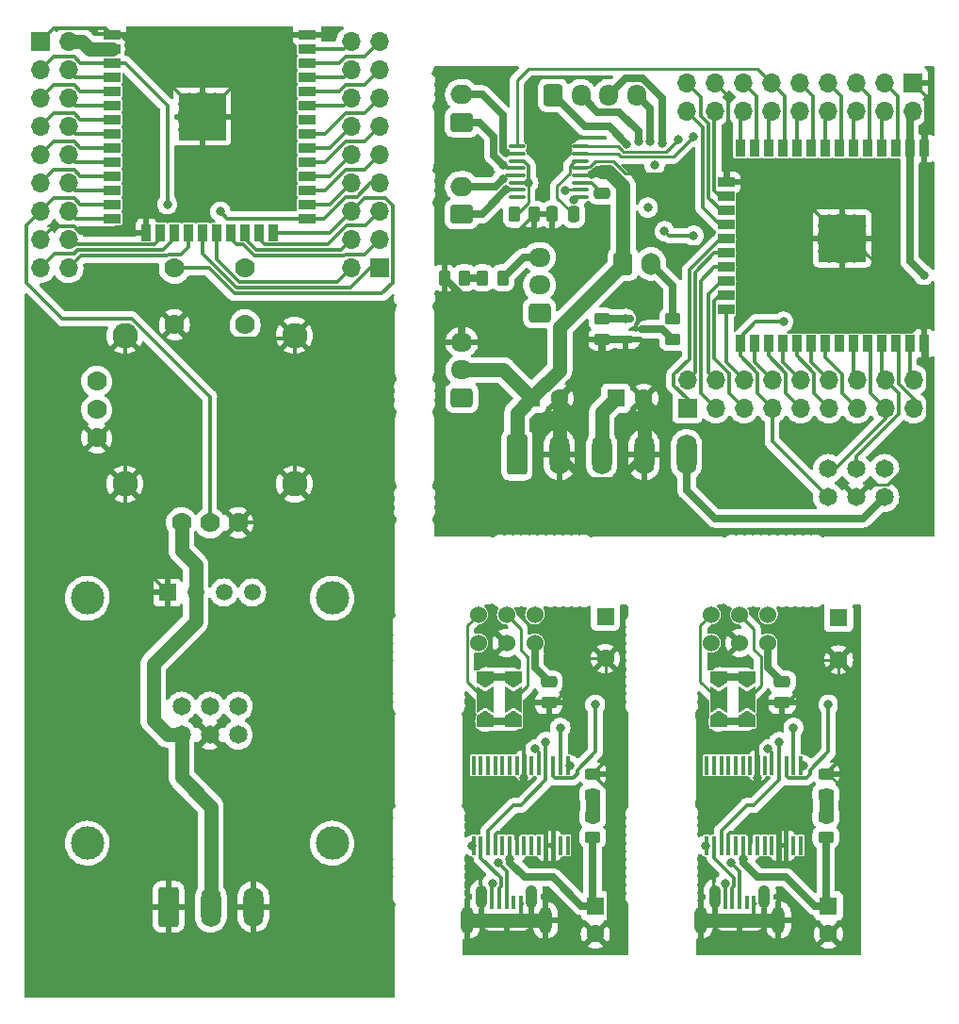
<source format=gtl>
G04 #@! TF.GenerationSoftware,KiCad,Pcbnew,6.0.11+dfsg-1*
G04 #@! TF.CreationDate,2024-10-22T12:26:55+02:00*
G04 #@! TF.ProjectId,kaarten_shieter,6b616172-7465-46e5-9f73-686965746572,rev?*
G04 #@! TF.SameCoordinates,Original*
G04 #@! TF.FileFunction,Copper,L1,Top*
G04 #@! TF.FilePolarity,Positive*
%FSLAX46Y46*%
G04 Gerber Fmt 4.6, Leading zero omitted, Abs format (unit mm)*
G04 Created by KiCad (PCBNEW 6.0.11+dfsg-1) date 2024-10-22 12:26:55*
%MOMM*%
%LPD*%
G01*
G04 APERTURE LIST*
G04 Aperture macros list*
%AMRoundRect*
0 Rectangle with rounded corners*
0 $1 Rounding radius*
0 $2 $3 $4 $5 $6 $7 $8 $9 X,Y pos of 4 corners*
0 Add a 4 corners polygon primitive as box body*
4,1,4,$2,$3,$4,$5,$6,$7,$8,$9,$2,$3,0*
0 Add four circle primitives for the rounded corners*
1,1,$1+$1,$2,$3*
1,1,$1+$1,$4,$5*
1,1,$1+$1,$6,$7*
1,1,$1+$1,$8,$9*
0 Add four rect primitives between the rounded corners*
20,1,$1+$1,$2,$3,$4,$5,0*
20,1,$1+$1,$4,$5,$6,$7,0*
20,1,$1+$1,$6,$7,$8,$9,0*
20,1,$1+$1,$8,$9,$2,$3,0*%
%AMFreePoly0*
4,1,6,1.000000,0.000000,0.500000,-0.750000,-0.500000,-0.750000,-0.500000,0.750000,0.500000,0.750000,1.000000,0.000000,1.000000,0.000000,$1*%
%AMFreePoly1*
4,1,7,0.700000,0.000000,1.200000,-0.750000,-1.200000,-0.750000,-0.700000,0.000000,-1.200000,0.750000,1.200000,0.750000,0.700000,0.000000,0.700000,0.000000,$1*%
G04 Aperture macros list end*
G04 #@! TA.AperFunction,ComponentPad*
%ADD10R,1.700000X1.700000*%
G04 #@! TD*
G04 #@! TA.AperFunction,ComponentPad*
%ADD11O,1.700000X1.700000*%
G04 #@! TD*
G04 #@! TA.AperFunction,ComponentPad*
%ADD12R,1.600000X1.600000*%
G04 #@! TD*
G04 #@! TA.AperFunction,ComponentPad*
%ADD13C,1.600000*%
G04 #@! TD*
G04 #@! TA.AperFunction,SMDPad,CuDef*
%ADD14R,0.900000X1.500000*%
G04 #@! TD*
G04 #@! TA.AperFunction,SMDPad,CuDef*
%ADD15R,1.500000X0.900000*%
G04 #@! TD*
G04 #@! TA.AperFunction,SMDPad,CuDef*
%ADD16R,1.050000X1.050000*%
G04 #@! TD*
G04 #@! TA.AperFunction,HeatsinkPad*
%ADD17C,0.475000*%
G04 #@! TD*
G04 #@! TA.AperFunction,SMDPad,CuDef*
%ADD18R,4.200000X4.200000*%
G04 #@! TD*
G04 #@! TA.AperFunction,SMDPad,CuDef*
%ADD19RoundRect,0.250000X0.450000X-0.262500X0.450000X0.262500X-0.450000X0.262500X-0.450000X-0.262500X0*%
G04 #@! TD*
G04 #@! TA.AperFunction,ComponentPad*
%ADD20RoundRect,0.250000X-0.650000X-1.550000X0.650000X-1.550000X0.650000X1.550000X-0.650000X1.550000X0*%
G04 #@! TD*
G04 #@! TA.AperFunction,ComponentPad*
%ADD21O,1.800000X3.600000*%
G04 #@! TD*
G04 #@! TA.AperFunction,ComponentPad*
%ADD22C,1.778000*%
G04 #@! TD*
G04 #@! TA.AperFunction,ComponentPad*
%ADD23C,2.286000*%
G04 #@! TD*
G04 #@! TA.AperFunction,ComponentPad*
%ADD24C,1.530000*%
G04 #@! TD*
G04 #@! TA.AperFunction,SMDPad,CuDef*
%ADD25RoundRect,0.243750X-0.456250X0.243750X-0.456250X-0.243750X0.456250X-0.243750X0.456250X0.243750X0*%
G04 #@! TD*
G04 #@! TA.AperFunction,ComponentPad*
%ADD26R,1.508000X1.508000*%
G04 #@! TD*
G04 #@! TA.AperFunction,ComponentPad*
%ADD27C,1.508000*%
G04 #@! TD*
G04 #@! TA.AperFunction,ComponentPad*
%ADD28C,3.000000*%
G04 #@! TD*
G04 #@! TA.AperFunction,ComponentPad*
%ADD29RoundRect,0.250000X-0.600000X-0.725000X0.600000X-0.725000X0.600000X0.725000X-0.600000X0.725000X0*%
G04 #@! TD*
G04 #@! TA.AperFunction,ComponentPad*
%ADD30O,1.700000X1.950000*%
G04 #@! TD*
G04 #@! TA.AperFunction,SMDPad,CuDef*
%ADD31R,0.450000X1.750000*%
G04 #@! TD*
G04 #@! TA.AperFunction,ComponentPad*
%ADD32RoundRect,0.250000X0.725000X-0.600000X0.725000X0.600000X-0.725000X0.600000X-0.725000X-0.600000X0*%
G04 #@! TD*
G04 #@! TA.AperFunction,ComponentPad*
%ADD33O,1.950000X1.700000*%
G04 #@! TD*
G04 #@! TA.AperFunction,SMDPad,CuDef*
%ADD34RoundRect,0.100000X-0.637500X-0.100000X0.637500X-0.100000X0.637500X0.100000X-0.637500X0.100000X0*%
G04 #@! TD*
G04 #@! TA.AperFunction,SMDPad,CuDef*
%ADD35RoundRect,0.250000X-0.262500X-0.450000X0.262500X-0.450000X0.262500X0.450000X-0.262500X0.450000X0*%
G04 #@! TD*
G04 #@! TA.AperFunction,SMDPad,CuDef*
%ADD36R,0.400000X1.200000*%
G04 #@! TD*
G04 #@! TA.AperFunction,ComponentPad*
%ADD37O,1.200000X2.400000*%
G04 #@! TD*
G04 #@! TA.AperFunction,ComponentPad*
%ADD38O,1.050000X2.100000*%
G04 #@! TD*
G04 #@! TA.AperFunction,SMDPad,CuDef*
%ADD39R,3.000000X0.900000*%
G04 #@! TD*
G04 #@! TA.AperFunction,SMDPad,CuDef*
%ADD40RoundRect,0.250000X-0.450000X0.262500X-0.450000X-0.262500X0.450000X-0.262500X0.450000X0.262500X0*%
G04 #@! TD*
G04 #@! TA.AperFunction,SMDPad,CuDef*
%ADD41RoundRect,0.250000X0.475000X-0.250000X0.475000X0.250000X-0.475000X0.250000X-0.475000X-0.250000X0*%
G04 #@! TD*
G04 #@! TA.AperFunction,SMDPad,CuDef*
%ADD42RoundRect,0.250000X-0.250000X-0.475000X0.250000X-0.475000X0.250000X0.475000X-0.250000X0.475000X0*%
G04 #@! TD*
G04 #@! TA.AperFunction,ComponentPad*
%ADD43RoundRect,0.250000X-0.600000X-0.750000X0.600000X-0.750000X0.600000X0.750000X-0.600000X0.750000X0*%
G04 #@! TD*
G04 #@! TA.AperFunction,ComponentPad*
%ADD44O,1.700000X2.000000*%
G04 #@! TD*
G04 #@! TA.AperFunction,SMDPad,CuDef*
%ADD45RoundRect,0.150000X-0.587500X-0.150000X0.587500X-0.150000X0.587500X0.150000X-0.587500X0.150000X0*%
G04 #@! TD*
G04 #@! TA.AperFunction,ComponentPad*
%ADD46RoundRect,0.250000X0.750000X-0.600000X0.750000X0.600000X-0.750000X0.600000X-0.750000X-0.600000X0*%
G04 #@! TD*
G04 #@! TA.AperFunction,ComponentPad*
%ADD47O,2.000000X1.700000*%
G04 #@! TD*
G04 #@! TA.AperFunction,SMDPad,CuDef*
%ADD48FreePoly0,270.000000*%
G04 #@! TD*
G04 #@! TA.AperFunction,SMDPad,CuDef*
%ADD49FreePoly1,270.000000*%
G04 #@! TD*
G04 #@! TA.AperFunction,SMDPad,CuDef*
%ADD50FreePoly0,90.000000*%
G04 #@! TD*
G04 #@! TA.AperFunction,SMDPad,CuDef*
%ADD51RoundRect,0.250000X-0.475000X0.250000X-0.475000X-0.250000X0.475000X-0.250000X0.475000X0.250000X0*%
G04 #@! TD*
G04 #@! TA.AperFunction,ComponentPad*
%ADD52C,1.650000*%
G04 #@! TD*
G04 #@! TA.AperFunction,ViaPad*
%ADD53C,0.800000*%
G04 #@! TD*
G04 #@! TA.AperFunction,Conductor*
%ADD54C,1.270000*%
G04 #@! TD*
G04 #@! TA.AperFunction,Conductor*
%ADD55C,0.250000*%
G04 #@! TD*
G04 #@! TA.AperFunction,Conductor*
%ADD56C,0.317500*%
G04 #@! TD*
G04 #@! TA.AperFunction,Conductor*
%ADD57C,0.635000*%
G04 #@! TD*
G04 APERTURE END LIST*
D10*
X111441000Y-41780250D03*
D11*
X111441000Y-44320250D03*
X108901000Y-41780250D03*
X108901000Y-44320250D03*
X106361000Y-41780250D03*
X106361000Y-44320250D03*
X103821000Y-41780250D03*
X103821000Y-44320250D03*
X101281000Y-41780250D03*
X101281000Y-44320250D03*
X98741000Y-41780250D03*
X98741000Y-44320250D03*
X96201000Y-41780250D03*
X96201000Y-44320250D03*
X93661000Y-41780250D03*
X93661000Y-44320250D03*
X91121000Y-41780250D03*
X91121000Y-44320250D03*
D12*
X83820000Y-89683792D03*
D13*
X83820000Y-93483792D03*
D14*
X112431000Y-47685250D03*
X111161000Y-47685250D03*
X109891000Y-47685250D03*
X108621000Y-47685250D03*
X107351000Y-47685250D03*
X106081000Y-47685250D03*
X104811000Y-47685250D03*
X103541000Y-47685250D03*
X102271000Y-47685250D03*
X101001000Y-47685250D03*
X99731000Y-47685250D03*
X98461000Y-47685250D03*
X97191000Y-47685250D03*
X95921000Y-47685250D03*
D15*
X94671000Y-50725250D03*
X94671000Y-51995250D03*
X94671000Y-53265250D03*
X94671000Y-54535250D03*
X94671000Y-55805250D03*
X94671000Y-57075250D03*
X94671000Y-58345250D03*
X94671000Y-59615250D03*
X94671000Y-60885250D03*
X94671000Y-62155250D03*
D14*
X95921000Y-65185250D03*
X97191000Y-65185250D03*
X98461000Y-65185250D03*
X99731000Y-65185250D03*
X101001000Y-65185250D03*
X102271000Y-65185250D03*
X103541000Y-65185250D03*
X104811000Y-65185250D03*
X106081000Y-65185250D03*
X107351000Y-65185250D03*
X108621000Y-65185250D03*
X109891000Y-65185250D03*
X111161000Y-65185250D03*
X112431000Y-65185250D03*
D16*
X105091000Y-55755250D03*
D17*
X105091000Y-56517750D03*
D16*
X103566000Y-57280250D03*
D17*
X103566000Y-54992750D03*
X104328500Y-55755250D03*
X105853500Y-54230250D03*
D16*
X105091000Y-57280250D03*
X103566000Y-54230250D03*
X106616000Y-57280250D03*
D17*
X105853500Y-55755250D03*
X105853500Y-57280250D03*
X104328500Y-54230250D03*
X105091000Y-54992750D03*
D16*
X106616000Y-54230250D03*
D17*
X103566000Y-56517750D03*
D16*
X105091000Y-54230250D03*
X103566000Y-55755250D03*
D17*
X106616000Y-56517750D03*
X106616000Y-54992750D03*
D18*
X105091000Y-55755250D03*
D17*
X104328500Y-57280250D03*
D16*
X106616000Y-55755250D03*
D19*
X82685240Y-109497500D03*
X82685240Y-107672500D03*
D10*
X63500000Y-58420000D03*
D11*
X60960000Y-58420000D03*
X63500000Y-55880000D03*
X60960000Y-55880000D03*
X63500000Y-53340000D03*
X60960000Y-53340000D03*
X63500000Y-50800000D03*
X60960000Y-50800000D03*
X63500000Y-48260000D03*
X60960000Y-48260000D03*
X63500000Y-45720000D03*
X60960000Y-45720000D03*
X63500000Y-43180000D03*
X60960000Y-43180000D03*
X63500000Y-40640000D03*
X60960000Y-40640000D03*
X63500000Y-38100000D03*
X60960000Y-38100000D03*
D20*
X44560000Y-115775000D03*
D21*
X48370000Y-115775000D03*
X52180000Y-115775000D03*
D22*
X45085000Y-58438372D03*
X51435000Y-58438372D03*
X45085000Y-63518372D03*
X51435000Y-63518372D03*
X45720000Y-81298372D03*
X48260000Y-81298372D03*
X50800000Y-81298372D03*
D23*
X40640000Y-64470872D03*
X40640000Y-77805872D03*
X55880000Y-77805872D03*
X55880000Y-64470872D03*
D22*
X38100000Y-68598372D03*
X38100000Y-71138372D03*
X38100000Y-73678372D03*
D24*
X98425000Y-89535000D03*
X98425000Y-92075000D03*
X95885000Y-89535000D03*
X95885000Y-92075000D03*
X93345000Y-89535000D03*
X93345000Y-92075000D03*
D25*
X82685240Y-103837500D03*
X82685240Y-105712500D03*
D12*
X77191000Y-70104000D03*
D13*
X79691000Y-70104000D03*
D26*
X44450000Y-87560000D03*
D27*
X46990000Y-87560000D03*
X49530000Y-87560000D03*
X52070000Y-87560000D03*
D28*
X37260000Y-88060000D03*
X59260000Y-88060000D03*
X59260000Y-110060000D03*
X37260000Y-110060000D03*
D19*
X89851000Y-64834000D03*
X89851000Y-63009000D03*
D24*
X77470000Y-89535000D03*
X77470000Y-92075000D03*
X74930000Y-89535000D03*
X74930000Y-92075000D03*
X72390000Y-89535000D03*
X72390000Y-92075000D03*
D29*
X79116000Y-42909000D03*
D30*
X81616000Y-42909000D03*
X84116000Y-42909000D03*
X86616000Y-42909000D03*
D31*
X101380000Y-103080000D03*
X100730000Y-103080000D03*
X100080000Y-103080000D03*
X99430000Y-103080000D03*
X98780000Y-103080000D03*
X98130000Y-103080000D03*
X97480000Y-103080000D03*
X96830000Y-103080000D03*
X96180000Y-103080000D03*
X95530000Y-103080000D03*
X94880000Y-103080000D03*
X94230000Y-103080000D03*
X93580000Y-103080000D03*
X92930000Y-103080000D03*
X92930000Y-110280000D03*
X93580000Y-110280000D03*
X94230000Y-110280000D03*
X94880000Y-110280000D03*
X95530000Y-110280000D03*
X96180000Y-110280000D03*
X96830000Y-110280000D03*
X97480000Y-110280000D03*
X98130000Y-110280000D03*
X98780000Y-110280000D03*
X99430000Y-110280000D03*
X100080000Y-110280000D03*
X100730000Y-110280000D03*
X101380000Y-110280000D03*
D32*
X77896000Y-62444000D03*
D33*
X77896000Y-59944000D03*
X77896000Y-57444000D03*
D34*
X75877500Y-47509000D03*
X75877500Y-48159000D03*
X75877500Y-48809000D03*
X75877500Y-49459000D03*
X75877500Y-50109000D03*
X75877500Y-50759000D03*
X75877500Y-51409000D03*
X75877500Y-52059000D03*
X81602500Y-52059000D03*
X81602500Y-51409000D03*
X81602500Y-50759000D03*
X81602500Y-50109000D03*
X81602500Y-49459000D03*
X81602500Y-48809000D03*
X81602500Y-48159000D03*
X81602500Y-47509000D03*
D25*
X103640240Y-103837500D03*
X103640240Y-105712500D03*
D35*
X72786000Y-59309000D03*
X74611000Y-59309000D03*
D12*
X104775000Y-89803792D03*
D13*
X104775000Y-93603792D03*
D36*
X94585000Y-115409250D03*
X95235000Y-115409250D03*
X95885000Y-115409250D03*
X96535000Y-115409250D03*
X97185000Y-115409250D03*
D37*
X92385000Y-116959250D03*
D38*
X93660000Y-114859250D03*
D39*
X95885000Y-116959250D03*
D37*
X99385000Y-116959250D03*
D38*
X98110000Y-114859250D03*
D40*
X83501000Y-63009000D03*
X83501000Y-64834000D03*
D41*
X78740000Y-97470000D03*
X78740000Y-95570000D03*
D35*
X75627500Y-53594000D03*
X77452500Y-53594000D03*
D12*
X103875000Y-115702500D03*
D13*
X103875000Y-118202500D03*
D42*
X79056000Y-53594000D03*
X80956000Y-53594000D03*
D43*
X85406000Y-58039000D03*
D44*
X87906000Y-58039000D03*
D45*
X85658500Y-62971500D03*
X85658500Y-64871500D03*
X87533500Y-63921500D03*
D12*
X82920000Y-115702500D03*
D13*
X82920000Y-118202500D03*
D46*
X70911000Y-45319000D03*
D47*
X70911000Y-42819000D03*
D12*
X84771000Y-70104000D03*
D13*
X87271000Y-70104000D03*
D20*
X75881000Y-75184000D03*
D21*
X79691000Y-75184000D03*
X83501000Y-75184000D03*
X87311000Y-75184000D03*
X91121000Y-75184000D03*
D10*
X91181000Y-70995250D03*
D11*
X91181000Y-68455250D03*
X93721000Y-70995250D03*
X93721000Y-68455250D03*
X96261000Y-70995250D03*
X96261000Y-68455250D03*
X98801000Y-70995250D03*
X98801000Y-68455250D03*
X101341000Y-70995250D03*
X101341000Y-68455250D03*
X103881000Y-70995250D03*
X103881000Y-68455250D03*
X106421000Y-70995250D03*
X106421000Y-68455250D03*
X108961000Y-70995250D03*
X108961000Y-68455250D03*
X111501000Y-70995250D03*
X111501000Y-68455250D03*
D48*
X75565000Y-95155000D03*
D49*
X75565000Y-97155000D03*
D50*
X75565000Y-99155000D03*
D48*
X73025000Y-95155000D03*
D49*
X73025000Y-97155000D03*
D50*
X73025000Y-99155000D03*
D51*
X83501000Y-49784000D03*
X83501000Y-51684000D03*
D19*
X103640240Y-109497500D03*
X103640240Y-107672500D03*
D15*
X39510000Y-37470000D03*
X39510000Y-38740000D03*
X39510000Y-40010000D03*
X39510000Y-41280000D03*
X39510000Y-42550000D03*
X39510000Y-43820000D03*
X39510000Y-45090000D03*
X39510000Y-46360000D03*
X39510000Y-47630000D03*
X39510000Y-48900000D03*
X39510000Y-50170000D03*
X39510000Y-51440000D03*
X39510000Y-52710000D03*
X39510000Y-53980000D03*
D14*
X42550000Y-55230000D03*
X43820000Y-55230000D03*
X45090000Y-55230000D03*
X46360000Y-55230000D03*
X47630000Y-55230000D03*
X48900000Y-55230000D03*
X50170000Y-55230000D03*
X51440000Y-55230000D03*
X52710000Y-55230000D03*
X53980000Y-55230000D03*
D15*
X57010000Y-53980000D03*
X57010000Y-52710000D03*
X57010000Y-51440000D03*
X57010000Y-50170000D03*
X57010000Y-48900000D03*
X57010000Y-47630000D03*
X57010000Y-46360000D03*
X57010000Y-45090000D03*
X57010000Y-43820000D03*
X57010000Y-42550000D03*
X57010000Y-41280000D03*
X57010000Y-40010000D03*
X57010000Y-38740000D03*
X57010000Y-37470000D03*
D17*
X48342500Y-44810000D03*
D16*
X47580000Y-43285000D03*
D17*
X46817500Y-46335000D03*
D16*
X47580000Y-44810000D03*
D17*
X46055000Y-45572500D03*
D16*
X46055000Y-43285000D03*
D17*
X46055000Y-44047500D03*
X48342500Y-46335000D03*
D16*
X49105000Y-43285000D03*
X47580000Y-46335000D03*
X46055000Y-44810000D03*
X49105000Y-46335000D03*
D17*
X47580000Y-45572500D03*
X49105000Y-44047500D03*
X49105000Y-45572500D03*
X47580000Y-44047500D03*
X48342500Y-43285000D03*
X46817500Y-44810000D03*
D18*
X47580000Y-44810000D03*
D16*
X46055000Y-46335000D03*
D17*
X46817500Y-43285000D03*
D16*
X49105000Y-44810000D03*
D35*
X69341000Y-59309000D03*
X71166000Y-59309000D03*
D48*
X93980000Y-95155000D03*
D49*
X93980000Y-97155000D03*
D50*
X93980000Y-99155000D03*
D10*
X33020000Y-38100000D03*
D11*
X35560000Y-38100000D03*
X33020000Y-40640000D03*
X35560000Y-40640000D03*
X33020000Y-43180000D03*
X35560000Y-43180000D03*
X33020000Y-45720000D03*
X35560000Y-45720000D03*
X33020000Y-48260000D03*
X35560000Y-48260000D03*
X33020000Y-50800000D03*
X35560000Y-50800000D03*
X33020000Y-53340000D03*
X35560000Y-53340000D03*
X33020000Y-55880000D03*
X35560000Y-55880000D03*
X33020000Y-58420000D03*
X35560000Y-58420000D03*
D31*
X80425000Y-103080000D03*
X79775000Y-103080000D03*
X79125000Y-103080000D03*
X78475000Y-103080000D03*
X77825000Y-103080000D03*
X77175000Y-103080000D03*
X76525000Y-103080000D03*
X75875000Y-103080000D03*
X75225000Y-103080000D03*
X74575000Y-103080000D03*
X73925000Y-103080000D03*
X73275000Y-103080000D03*
X72625000Y-103080000D03*
X71975000Y-103080000D03*
X71975000Y-110280000D03*
X72625000Y-110280000D03*
X73275000Y-110280000D03*
X73925000Y-110280000D03*
X74575000Y-110280000D03*
X75225000Y-110280000D03*
X75875000Y-110280000D03*
X76525000Y-110280000D03*
X77175000Y-110280000D03*
X77825000Y-110280000D03*
X78475000Y-110280000D03*
X79125000Y-110280000D03*
X79775000Y-110280000D03*
X80425000Y-110280000D03*
D36*
X73630000Y-115409250D03*
X74280000Y-115409250D03*
X74930000Y-115409250D03*
X75580000Y-115409250D03*
X76230000Y-115409250D03*
D37*
X71430000Y-116959250D03*
D38*
X72705000Y-114859250D03*
D39*
X74930000Y-116959250D03*
D37*
X78430000Y-116959250D03*
D38*
X77155000Y-114859250D03*
D41*
X99695000Y-97470000D03*
X99695000Y-95570000D03*
D48*
X96520000Y-95155000D03*
D49*
X96520000Y-97155000D03*
D50*
X96520000Y-99155000D03*
D32*
X70911000Y-70064000D03*
D33*
X70911000Y-67564000D03*
X70911000Y-65064000D03*
D46*
X70911000Y-53574000D03*
D47*
X70911000Y-51074000D03*
D52*
X108901000Y-76454000D03*
X108901000Y-78994000D03*
X106361000Y-76454000D03*
X106361000Y-78994000D03*
X103821000Y-76454000D03*
X103821000Y-78994000D03*
X45720000Y-97790000D03*
X45720000Y-100330000D03*
X48260000Y-97790000D03*
X48260000Y-100330000D03*
X50800000Y-97790000D03*
X50800000Y-100330000D03*
D53*
X70485000Y-80645000D03*
X90170000Y-57785000D03*
X49530000Y-93345000D03*
X104140000Y-73660000D03*
X70967600Y-48260000D03*
X46863000Y-94488000D03*
X87441849Y-55240251D03*
X86995000Y-60960000D03*
X93345000Y-55245000D03*
X78740000Y-48260000D03*
X54102000Y-91440000D03*
X42550000Y-55230000D03*
X97480001Y-104217443D03*
X91121000Y-49766500D03*
X75874999Y-109142557D03*
X72390000Y-74930000D03*
X96829999Y-109142557D03*
X111125000Y-73660000D03*
X76525001Y-104217443D03*
X112444750Y-59055000D03*
X99821000Y-63234000D03*
X44450000Y-52705000D03*
X49210000Y-53340000D03*
X85710304Y-47265826D03*
X86802998Y-47079960D03*
X88936000Y-47258188D03*
X87810309Y-47086819D03*
X88247250Y-49187750D03*
X76889786Y-50759000D03*
X74891000Y-51409000D03*
X74611000Y-50419000D03*
X74863171Y-48092560D03*
X74611000Y-49149000D03*
X94671000Y-59615250D03*
X82613675Y-50042054D03*
X87636000Y-52993772D03*
X73660000Y-113665000D03*
X94615000Y-113665000D03*
X75227716Y-111517476D03*
X96182716Y-111517476D03*
X99427284Y-100965000D03*
X78472284Y-100965000D03*
X98425000Y-101600000D03*
X94075000Y-95155000D03*
X73120000Y-95155000D03*
X77470000Y-101600000D03*
X80645000Y-103080000D03*
X93980000Y-99155000D03*
X73025000Y-99155000D03*
X101600000Y-103080000D03*
X103870000Y-97620000D03*
X82915000Y-97620000D03*
X100727284Y-99695000D03*
X79772284Y-99695000D03*
X92821750Y-110280000D03*
X71866750Y-110280000D03*
X95151164Y-111858836D03*
X74196164Y-111858836D03*
X91756000Y-46609000D03*
X90338535Y-46897259D03*
X80961000Y-52269500D03*
X80211189Y-51419149D03*
X85658500Y-62971500D03*
X97191000Y-65185250D03*
X94671000Y-55805250D03*
X91756000Y-55499000D03*
X94671000Y-57075250D03*
X89144336Y-55108336D03*
X94671000Y-58345250D03*
D54*
X45720000Y-83820000D02*
X46990000Y-85090000D01*
X45720000Y-81298372D02*
X45720000Y-83820000D01*
X39510000Y-38740000D02*
X37460000Y-38740000D01*
X45720000Y-104140000D02*
X45720000Y-100330000D01*
X48370000Y-115775000D02*
X48370000Y-106790000D01*
X46990000Y-90170000D02*
X46990000Y-87560000D01*
X48370000Y-106790000D02*
X45720000Y-104140000D01*
X43180000Y-93980000D02*
X46990000Y-90170000D01*
X44450000Y-100330000D02*
X43180000Y-99060000D01*
X36820000Y-38100000D02*
X37460000Y-38740000D01*
X43180000Y-99060000D02*
X43180000Y-93980000D01*
X46990000Y-85090000D02*
X46990000Y-87560000D01*
X35560000Y-38100000D02*
X36820000Y-38100000D01*
X45720000Y-100330000D02*
X44450000Y-100330000D01*
D55*
X104628750Y-102848990D02*
X104775000Y-102702740D01*
D56*
X97185000Y-115409250D02*
X97185000Y-116870000D01*
X94671000Y-50725250D02*
X100061000Y-50725250D01*
X100061000Y-50725250D02*
X103566000Y-54230250D01*
X79246250Y-97470000D02*
X81015000Y-95701250D01*
D57*
X70911000Y-60879000D02*
X70911000Y-65064000D01*
D56*
X78305057Y-109142557D02*
X75874999Y-109142557D01*
X81015000Y-95701250D02*
X81015000Y-94458226D01*
X76140750Y-116959250D02*
X74930000Y-116959250D01*
X39510000Y-37470000D02*
X40240000Y-37470000D01*
X112649750Y-47466500D02*
X112649750Y-42989000D01*
X95046250Y-109146250D02*
X96663750Y-109146250D01*
D55*
X70166000Y-57404000D02*
X69341000Y-58229000D01*
D56*
X99695000Y-99060000D02*
X99695000Y-97470000D01*
D54*
X74930000Y-116959250D02*
X71430000Y-116959250D01*
D56*
X36060681Y-54671250D02*
X34228750Y-54671250D01*
X36619431Y-55230000D02*
X36060681Y-54671250D01*
X40640000Y-83750000D02*
X44450000Y-87560000D01*
D55*
X85622395Y-49912750D02*
X90974750Y-49912750D01*
D56*
X52387500Y-81298372D02*
X50800000Y-81298372D01*
X46336628Y-64770000D02*
X55580872Y-64770000D01*
D55*
X104775000Y-102702740D02*
X104775000Y-93603792D01*
D56*
X75875000Y-110280000D02*
X75874999Y-109142557D01*
D55*
X81765673Y-49295827D02*
X82451000Y-49295827D01*
X84045000Y-105197260D02*
X82685240Y-103837500D01*
X102824434Y-93603792D02*
X104775000Y-93603792D01*
X81602500Y-49459000D02*
X81765673Y-49295827D01*
D56*
X99430000Y-110280000D02*
X99430000Y-109312500D01*
X74091250Y-109146250D02*
X75708750Y-109146250D01*
X91121000Y-51561100D02*
X91121000Y-49766500D01*
D55*
X81015000Y-94458226D02*
X81989434Y-93483792D01*
D56*
X94869750Y-50526500D02*
X94671000Y-50725250D01*
X94869750Y-42989000D02*
X94869750Y-50526500D01*
D54*
X87311000Y-75184000D02*
X87311000Y-70144000D01*
D55*
X103875000Y-118202500D02*
X105410000Y-116667500D01*
D57*
X69341000Y-59309000D02*
X70911000Y-60879000D01*
D56*
X54920000Y-37470000D02*
X49105000Y-43285000D01*
X38931250Y-36891250D02*
X34228750Y-36891250D01*
X94880000Y-109312500D02*
X95046250Y-109146250D01*
D55*
X82922827Y-48824000D02*
X84533645Y-48824000D01*
D56*
X99695000Y-97470000D02*
X100201250Y-97470000D01*
D55*
X83820000Y-102702740D02*
X83820000Y-93483792D01*
D57*
X83501000Y-64834000D02*
X83501000Y-66294000D01*
D56*
X73925000Y-109312500D02*
X74091250Y-109146250D01*
X96663750Y-109146250D02*
X96830000Y-109312500D01*
X45085000Y-63518372D02*
X46336628Y-64770000D01*
D55*
X106361000Y-78994000D02*
X107511000Y-77844000D01*
X112431000Y-62332750D02*
X106616000Y-56517750D01*
D56*
X40640000Y-77805872D02*
X40640000Y-83750000D01*
X39510000Y-37470000D02*
X38931250Y-36891250D01*
X112431000Y-47685250D02*
X112649750Y-47466500D01*
D55*
X90974750Y-49912750D02*
X91121000Y-49766500D01*
X105410000Y-105410000D02*
X103837500Y-103837500D01*
D56*
X78740000Y-97470000D02*
X79246250Y-97470000D01*
X76525000Y-101275000D02*
X78740000Y-99060000D01*
D55*
X77452500Y-53594000D02*
X73642500Y-57404000D01*
D56*
X112649750Y-42989000D02*
X111441000Y-41780250D01*
X78740000Y-99060000D02*
X78740000Y-97470000D01*
D55*
X69341000Y-58229000D02*
X69341000Y-59309000D01*
D56*
X99430000Y-109312500D02*
X99260057Y-109142557D01*
X100080000Y-110280000D02*
X99430000Y-110280000D01*
X79125000Y-110280000D02*
X78475000Y-110280000D01*
D55*
X77452500Y-53594000D02*
X79056000Y-53594000D01*
D56*
X96830000Y-109312500D02*
X96830000Y-110280000D01*
D55*
X109137346Y-77844000D02*
X112711000Y-74270346D01*
X112711000Y-65465250D02*
X112431000Y-65185250D01*
D56*
X34228750Y-54671250D02*
X33020000Y-55880000D01*
D55*
X83673750Y-102848990D02*
X83820000Y-102702740D01*
D56*
X75708750Y-109146250D02*
X75875000Y-109312500D01*
X34228750Y-36891250D02*
X33020000Y-38100000D01*
D57*
X87311000Y-75184000D02*
X84993500Y-77501500D01*
D56*
X100201250Y-97470000D02*
X101970000Y-95701250D01*
D54*
X95885000Y-116959250D02*
X92385000Y-116959250D01*
D55*
X112711000Y-74270346D02*
X112711000Y-65465250D01*
D57*
X85658500Y-64871500D02*
X83538500Y-64871500D01*
D56*
X57010000Y-37470000D02*
X54920000Y-37470000D01*
X97480001Y-104217443D02*
X97480000Y-103080000D01*
D55*
X107511000Y-77844000D02*
X109137346Y-77844000D01*
X81989434Y-93483792D02*
X83820000Y-93483792D01*
D56*
X96830000Y-110280000D02*
X96829999Y-109142557D01*
X76525000Y-103080000D02*
X76525000Y-101275000D01*
D55*
X82451000Y-49295827D02*
X82922827Y-48824000D01*
D56*
X93661000Y-41780250D02*
X94869750Y-42989000D01*
D54*
X95885000Y-116959250D02*
X99385000Y-116959250D01*
D55*
X84533645Y-48824000D02*
X85622395Y-49912750D01*
D54*
X87311000Y-70144000D02*
X87271000Y-70104000D01*
D56*
X78475000Y-109312500D02*
X78305057Y-109142557D01*
X76525001Y-104217443D02*
X76525000Y-103080000D01*
D55*
X105410000Y-116667500D02*
X105410000Y-105410000D01*
D56*
X55880000Y-77805872D02*
X52387500Y-81298372D01*
X101970000Y-95701250D02*
X101970000Y-94458226D01*
D55*
X112431000Y-65185250D02*
X112431000Y-62332750D01*
D56*
X82685240Y-103837500D02*
X83673750Y-102848990D01*
X76230000Y-115409250D02*
X76230000Y-116870000D01*
X97480000Y-103080000D02*
X97480000Y-101275000D01*
D57*
X83501000Y-66294000D02*
X79691000Y-70104000D01*
D56*
X97185000Y-116870000D02*
X97095750Y-116959250D01*
X103640240Y-103837500D02*
X104628750Y-102848990D01*
D57*
X82008500Y-77501500D02*
X79691000Y-75184000D01*
D56*
X78475000Y-110280000D02*
X78475000Y-109312500D01*
X76230000Y-116870000D02*
X76140750Y-116959250D01*
X87441849Y-55240251D02*
X91121000Y-51561100D01*
D54*
X74930000Y-116959250D02*
X78430000Y-116959250D01*
D56*
X99260057Y-109142557D02*
X96829999Y-109142557D01*
D54*
X79691000Y-75184000D02*
X79691000Y-70104000D01*
D56*
X42550000Y-55230000D02*
X36619431Y-55230000D01*
X97480000Y-101275000D02*
X99695000Y-99060000D01*
D57*
X83538500Y-64871500D02*
X83501000Y-64834000D01*
D55*
X73642500Y-57404000D02*
X70166000Y-57404000D01*
D57*
X84993500Y-77501500D02*
X82008500Y-77501500D01*
D56*
X55880000Y-77805872D02*
X55880000Y-64470872D01*
D55*
X84045000Y-117077500D02*
X84045000Y-105197260D01*
D56*
X75875000Y-109312500D02*
X75875000Y-110280000D01*
X40640000Y-64470872D02*
X40640000Y-77805872D01*
D55*
X82920000Y-118202500D02*
X84045000Y-117077500D01*
X101970000Y-94458226D02*
X102824434Y-93603792D01*
X103837500Y-103837500D02*
X103640240Y-103837500D01*
D56*
X73925000Y-110280000D02*
X73925000Y-109312500D01*
X55580872Y-64770000D02*
X55880000Y-64470872D01*
X40240000Y-37470000D02*
X46055000Y-43285000D01*
X94880000Y-110280000D02*
X94880000Y-109312500D01*
X97095750Y-116959250D02*
X95885000Y-116959250D01*
X110109750Y-42989000D02*
X108901000Y-41780250D01*
X110109750Y-47466500D02*
X110109750Y-42989000D01*
X109891000Y-47685250D02*
X110109750Y-47466500D01*
D57*
X91121000Y-78359000D02*
X93661000Y-80899000D01*
X111161000Y-47685250D02*
X111161000Y-44600250D01*
X111161000Y-57771250D02*
X111161000Y-47685250D01*
X106996000Y-80899000D02*
X93661000Y-80899000D01*
X111161000Y-44600250D02*
X111441000Y-44320250D01*
X108901000Y-78994000D02*
X106996000Y-80899000D01*
X112444750Y-59055000D02*
X111161000Y-57771250D01*
X91121000Y-75184000D02*
X91121000Y-78359000D01*
D56*
X98801000Y-73974000D02*
X98801000Y-70995250D01*
X95921000Y-65185250D02*
X95921000Y-64669000D01*
X97356000Y-63234000D02*
X99821000Y-63234000D01*
X97471000Y-69665250D02*
X97471000Y-67857106D01*
X98801000Y-70995250D02*
X97471000Y-69665250D01*
X103821000Y-78994000D02*
X98801000Y-73974000D01*
X95921000Y-64669000D02*
X97356000Y-63234000D01*
X95921000Y-66307106D02*
X95921000Y-65185250D01*
X97471000Y-67857106D02*
X95921000Y-66307106D01*
X39510000Y-40010000D02*
X40645000Y-40010000D01*
X44450000Y-43815000D02*
X44450000Y-52705000D01*
X40645000Y-40010000D02*
X44450000Y-43815000D01*
X34228750Y-39431250D02*
X33020000Y-40640000D01*
X36060681Y-39431250D02*
X34228750Y-39431250D01*
X36639431Y-40010000D02*
X36060681Y-39431250D01*
X39510000Y-40010000D02*
X36639431Y-40010000D01*
X58511856Y-53980000D02*
X60483106Y-52008750D01*
X61460681Y-52008750D02*
X62669431Y-50800000D01*
X57010000Y-53980000D02*
X58511856Y-53980000D01*
X62669431Y-50800000D02*
X63500000Y-50800000D01*
X49850000Y-53980000D02*
X49210000Y-53340000D01*
X57010000Y-53980000D02*
X49850000Y-53980000D01*
X60483106Y-52008750D02*
X61460681Y-52008750D01*
D57*
X84164478Y-45720000D02*
X81977000Y-45720000D01*
X85710304Y-47265826D02*
X84164478Y-45720000D01*
X81977000Y-45720000D02*
X79166000Y-42909000D01*
X79166000Y-42909000D02*
X79116000Y-42909000D01*
X83108500Y-44401500D02*
X81616000Y-42909000D01*
X86802998Y-46162998D02*
X85041500Y-44401500D01*
X86802998Y-47079960D02*
X86802998Y-46162998D01*
X85041500Y-44401500D02*
X83108500Y-44401500D01*
X88936000Y-47258188D02*
X88936000Y-43170063D01*
X85608500Y-41416500D02*
X84116000Y-42909000D01*
X87182437Y-41416500D02*
X85608500Y-41416500D01*
X88936000Y-43170063D02*
X87182437Y-41416500D01*
X87810309Y-47086819D02*
X87810309Y-44103309D01*
X87810309Y-44103309D02*
X86616000Y-42909000D01*
D56*
X76889786Y-49226437D02*
X76472349Y-48809000D01*
X76889786Y-50759000D02*
X75877500Y-50759000D01*
X76472349Y-48809000D02*
X75877500Y-48809000D01*
D55*
X75881000Y-53594000D02*
X76889786Y-52585214D01*
D56*
X76889786Y-50759000D02*
X76889786Y-49226437D01*
D55*
X76889786Y-52585214D02*
X76889786Y-50759000D01*
X75627500Y-53594000D02*
X75881000Y-53594000D01*
D57*
X72726000Y-53574000D02*
X70911000Y-53574000D01*
X74891000Y-51409000D02*
X72726000Y-53574000D01*
D56*
X74891000Y-51409000D02*
X75877500Y-51409000D01*
X74921000Y-50109000D02*
X75877500Y-50109000D01*
X74611000Y-50419000D02*
X74921000Y-50109000D01*
D57*
X73928459Y-51074000D02*
X70911000Y-51074000D01*
X74583459Y-50419000D02*
X73928459Y-51074000D01*
X74863171Y-48092560D02*
X74824560Y-48092560D01*
X74611000Y-44704000D02*
X72726000Y-42819000D01*
X74611000Y-47879000D02*
X74611000Y-44704000D01*
D56*
X75877500Y-48159000D02*
X74929611Y-48159000D01*
X74929611Y-48159000D02*
X74863171Y-48092560D01*
D57*
X74824560Y-48092560D02*
X74611000Y-47879000D01*
X72726000Y-42819000D02*
X70911000Y-42819000D01*
D56*
X74921000Y-49459000D02*
X74611000Y-49149000D01*
X75877500Y-49459000D02*
X74921000Y-49459000D01*
D57*
X74611000Y-49149000D02*
X73776000Y-48314000D01*
X73776000Y-46609000D02*
X72486000Y-45319000D01*
X72486000Y-45319000D02*
X70911000Y-45319000D01*
X73776000Y-48314000D02*
X73776000Y-46609000D01*
D56*
X93094750Y-60766500D02*
X94246000Y-59615250D01*
X93721000Y-68455250D02*
X93094750Y-67829000D01*
X93094750Y-67829000D02*
X93094750Y-60766500D01*
X94246000Y-59615250D02*
X94671000Y-59615250D01*
D54*
X79706000Y-63739000D02*
X79706000Y-67589000D01*
X79706000Y-67589000D02*
X77191000Y-70104000D01*
X70911000Y-67564000D02*
X74651000Y-67564000D01*
D56*
X82613675Y-50042054D02*
X82546729Y-50109000D01*
D54*
X85406000Y-58039000D02*
X79706000Y-63739000D01*
X83501000Y-49784000D02*
X84136000Y-49784000D01*
D57*
X82871729Y-49784000D02*
X82613675Y-50042054D01*
D56*
X82546729Y-50109000D02*
X81602500Y-50109000D01*
D54*
X74651000Y-67564000D02*
X77191000Y-70104000D01*
X75881000Y-75184000D02*
X75881000Y-71414000D01*
X85406000Y-51054000D02*
X84136000Y-49784000D01*
D57*
X83501000Y-49784000D02*
X82871729Y-49784000D01*
D54*
X75881000Y-71414000D02*
X77191000Y-70104000D01*
X85406000Y-58039000D02*
X85406000Y-51054000D01*
X83501000Y-71374000D02*
X84771000Y-70104000D01*
X83501000Y-75184000D02*
X83501000Y-71374000D01*
D56*
X96180000Y-111514760D02*
X96182716Y-111517476D01*
D57*
X103640240Y-115467740D02*
X103875000Y-115702500D01*
X96182716Y-111780216D02*
X97525000Y-113122500D01*
X82685240Y-109497500D02*
X82685240Y-115467740D01*
D56*
X75225000Y-110280000D02*
X75225000Y-111514760D01*
D57*
X102645000Y-115702500D02*
X103875000Y-115702500D01*
D56*
X94585000Y-113695000D02*
X94615000Y-113665000D01*
X73630000Y-115409250D02*
X73630000Y-113695000D01*
X96180000Y-110280000D02*
X96180000Y-111514760D01*
X73630000Y-113695000D02*
X73660000Y-113665000D01*
D57*
X81690000Y-115702500D02*
X82920000Y-115702500D01*
D56*
X94585000Y-115409250D02*
X94585000Y-113695000D01*
D57*
X100065000Y-113122500D02*
X102645000Y-115702500D01*
X75227716Y-111780216D02*
X76570000Y-113122500D01*
X75227716Y-111517476D02*
X75227716Y-111780216D01*
X79110000Y-113122500D02*
X81690000Y-115702500D01*
X82685240Y-115467740D02*
X82920000Y-115702500D01*
X96182716Y-111517476D02*
X96182716Y-111780216D01*
X97525000Y-113122500D02*
X100065000Y-113122500D01*
D56*
X75225000Y-111514760D02*
X75227716Y-111517476D01*
D57*
X76570000Y-113122500D02*
X79110000Y-113122500D01*
X103640240Y-109497500D02*
X103640240Y-115467740D01*
X77477500Y-94307500D02*
X77477500Y-93078868D01*
D56*
X99430000Y-100967716D02*
X99430000Y-103080000D01*
X97155000Y-106680000D02*
X96520000Y-106680000D01*
X94230000Y-108970000D02*
X94230000Y-110280000D01*
D57*
X77470000Y-93071368D02*
X77470000Y-92075000D01*
X99695000Y-95570000D02*
X98425000Y-94300000D01*
D56*
X73275000Y-108970000D02*
X73275000Y-110280000D01*
X78472284Y-100965000D02*
X78475000Y-100967716D01*
X78475000Y-104405000D02*
X76200000Y-106680000D01*
X78475000Y-103080000D02*
X78475000Y-104405000D01*
X96520000Y-106680000D02*
X94230000Y-108970000D01*
X78475000Y-100967716D02*
X78475000Y-103080000D01*
X99430000Y-104405000D02*
X97155000Y-106680000D01*
D57*
X78740000Y-95570000D02*
X77477500Y-94307500D01*
D56*
X99427284Y-100965000D02*
X99430000Y-100967716D01*
X75565000Y-106680000D02*
X73275000Y-108970000D01*
D57*
X98425000Y-94300000D02*
X98425000Y-92075000D01*
D56*
X76200000Y-106680000D02*
X75565000Y-106680000D01*
D57*
X77477500Y-93078868D02*
X77470000Y-93071368D01*
D56*
X99430000Y-103080000D02*
X99430000Y-104405000D01*
X77825000Y-101955000D02*
X77470000Y-101600000D01*
X73025000Y-95155000D02*
X73120000Y-95155000D01*
D57*
X96520000Y-95155000D02*
X94075000Y-95155000D01*
D56*
X93980000Y-95155000D02*
X94075000Y-95155000D01*
D57*
X75565000Y-95155000D02*
X73120000Y-95155000D01*
D56*
X77825000Y-103080000D02*
X77825000Y-101955000D01*
X98780000Y-101955000D02*
X98425000Y-101600000D01*
X98780000Y-103080000D02*
X98780000Y-101955000D01*
D57*
X96520000Y-99155000D02*
X93980000Y-99155000D01*
X75565000Y-99155000D02*
X73025000Y-99155000D01*
X77544032Y-89460968D02*
X77470000Y-89535000D01*
X98499032Y-89460968D02*
X98425000Y-89535000D01*
D56*
X102235000Y-103842500D02*
X102235000Y-103505000D01*
X79125000Y-103080000D02*
X79125000Y-104047500D01*
X100080000Y-104047500D02*
X100246250Y-104213750D01*
X81280000Y-103505000D02*
X82915000Y-101870000D01*
X100080000Y-103080000D02*
X100080000Y-104047500D01*
X82915000Y-101870000D02*
X82915000Y-97620000D01*
X80908750Y-104213750D02*
X81280000Y-103842500D01*
X103870000Y-101870000D02*
X103870000Y-97620000D01*
X79125000Y-104047500D02*
X79291250Y-104213750D01*
X102235000Y-103505000D02*
X103870000Y-101870000D01*
X100246250Y-104213750D02*
X101863750Y-104213750D01*
X81280000Y-103842500D02*
X81280000Y-103505000D01*
X79291250Y-104213750D02*
X80908750Y-104213750D01*
X101863750Y-104213750D02*
X102235000Y-103842500D01*
X79772284Y-99695000D02*
X79775000Y-99697716D01*
X79775000Y-99697716D02*
X79775000Y-103080000D01*
X100727284Y-99695000D02*
X100730000Y-99697716D01*
X100730000Y-99697716D02*
X100730000Y-103080000D01*
X74936251Y-112598923D02*
X74936251Y-114193640D01*
X74196164Y-111858836D02*
X74936251Y-112598923D01*
X95891251Y-114193640D02*
X95885000Y-114199891D01*
X95885000Y-114199891D02*
X95885000Y-115409250D01*
X95151164Y-111858836D02*
X95891251Y-112598923D01*
X74930000Y-114199891D02*
X74930000Y-115409250D01*
X74936251Y-114193640D02*
X74930000Y-114199891D01*
X95891251Y-112598923D02*
X95891251Y-114193640D01*
X95373750Y-113979285D02*
X95373750Y-113153750D01*
X95235000Y-114118035D02*
X95373750Y-113979285D01*
X74418750Y-113153750D02*
X72625000Y-111360000D01*
X74280000Y-115409250D02*
X74280000Y-114118035D01*
X93580000Y-111360000D02*
X93580000Y-110280000D01*
X95235000Y-115409250D02*
X95235000Y-114118035D01*
X74280000Y-114118035D02*
X74418750Y-113979285D01*
X74418750Y-113979285D02*
X74418750Y-113153750D01*
X72625000Y-111360000D02*
X72625000Y-110280000D01*
X95373750Y-113153750D02*
X93580000Y-111360000D01*
X81602500Y-50759000D02*
X82257586Y-50759000D01*
X82257586Y-50759000D02*
X82299390Y-50800804D01*
X82299390Y-50800804D02*
X82617804Y-50800804D01*
X82617804Y-50800804D02*
X83501000Y-51684000D01*
D55*
X80640000Y-49916000D02*
X80640000Y-49224381D01*
X80956000Y-53589000D02*
X79486189Y-52119189D01*
X80640000Y-49224381D02*
X81055381Y-48809000D01*
X79486189Y-52119189D02*
X79486189Y-51069811D01*
X80956000Y-53594000D02*
X80956000Y-53589000D01*
X79486189Y-51069811D02*
X80640000Y-49916000D01*
X81055381Y-48809000D02*
X81602500Y-48809000D01*
D57*
X89851000Y-59984000D02*
X87906000Y-58039000D01*
X89851000Y-63009000D02*
X89851000Y-59984000D01*
X76476000Y-57444000D02*
X74611000Y-59309000D01*
X77896000Y-57444000D02*
X76476000Y-57444000D01*
X87533500Y-63921500D02*
X88938500Y-63921500D01*
X88938500Y-63921500D02*
X89851000Y-64834000D01*
X72786000Y-59309000D02*
X71166000Y-59309000D01*
D55*
X93345000Y-89535000D02*
X92355000Y-90525000D01*
X71400000Y-90525000D02*
X71400000Y-95530000D01*
X71400000Y-95530000D02*
X73025000Y-97155000D01*
X92355000Y-90525000D02*
X92355000Y-95530000D01*
X72390000Y-89535000D02*
X71400000Y-90525000D01*
X92355000Y-95530000D02*
X93980000Y-97155000D01*
X97790000Y-94573632D02*
X97790000Y-95885000D01*
X95885000Y-89535000D02*
X97155000Y-90805000D01*
X75565000Y-97155000D02*
X76835000Y-95885000D01*
X97782500Y-93322283D02*
X97782500Y-94566132D01*
X76200000Y-90805000D02*
X74930000Y-89535000D01*
X97790000Y-95885000D02*
X96520000Y-97155000D01*
X97155000Y-92694783D02*
X97782500Y-93322283D01*
X97155000Y-90805000D02*
X97155000Y-92694783D01*
X97782500Y-94566132D02*
X97790000Y-94573632D01*
X76835000Y-95885000D02*
X76835000Y-93345000D01*
X76835000Y-93345000D02*
X76200000Y-92710000D01*
X76200000Y-92710000D02*
X76200000Y-90805000D01*
D56*
X101341000Y-70995250D02*
X100011000Y-69665250D01*
X98461000Y-66307106D02*
X98461000Y-65185250D01*
X100011000Y-67857106D02*
X98461000Y-66307106D01*
X100011000Y-69665250D02*
X100011000Y-67857106D01*
D55*
X81602500Y-48159000D02*
X84941777Y-48159000D01*
X89924174Y-48440826D02*
X91756000Y-46609000D01*
D56*
X101001000Y-47685250D02*
X101001000Y-44600250D01*
D55*
X84941777Y-48159000D02*
X85223603Y-48440826D01*
D56*
X101001000Y-44600250D02*
X101281000Y-44320250D01*
D55*
X87929000Y-48440826D02*
X89924174Y-48440826D01*
X85223603Y-48440826D02*
X87929000Y-48440826D01*
D56*
X106361000Y-76454000D02*
X106361000Y-75304681D01*
X110169750Y-71495931D02*
X110169750Y-69664000D01*
X106361000Y-75304681D02*
X110169750Y-71495931D01*
X108621000Y-65185250D02*
X108621000Y-68115250D01*
X108621000Y-68115250D02*
X108961000Y-68455250D01*
X110169750Y-69664000D02*
X108961000Y-68455250D01*
X108961000Y-71972825D02*
X104479825Y-76454000D01*
X108961000Y-70995250D02*
X108961000Y-71972825D01*
X107629750Y-69664000D02*
X108961000Y-70995250D01*
X107629750Y-65464000D02*
X107629750Y-69664000D01*
X107351000Y-65185250D02*
X107629750Y-65464000D01*
X104479825Y-76454000D02*
X103821000Y-76454000D01*
X108621000Y-44600250D02*
X108901000Y-44320250D01*
X108621000Y-47685250D02*
X108621000Y-44600250D01*
X107569750Y-47466500D02*
X107569750Y-42989000D01*
X107569750Y-42989000D02*
X106361000Y-41780250D01*
X107351000Y-47685250D02*
X107569750Y-47466500D01*
X106081000Y-44600250D02*
X106361000Y-44320250D01*
X106081000Y-47685250D02*
X106081000Y-44600250D01*
X105029750Y-42989000D02*
X103821000Y-41780250D01*
X104811000Y-47685250D02*
X105029750Y-47466500D01*
X105029750Y-47466500D02*
X105029750Y-42989000D01*
X103541000Y-47685250D02*
X103541000Y-44600250D01*
X103541000Y-44600250D02*
X103821000Y-44320250D01*
X102489750Y-42989000D02*
X101281000Y-41780250D01*
X102489750Y-47466500D02*
X102489750Y-42989000D01*
X102271000Y-47685250D02*
X102489750Y-47466500D01*
X99949750Y-47466500D02*
X99949750Y-42989000D01*
D55*
X97473750Y-40513000D02*
X98741000Y-41780250D01*
X76897000Y-40513000D02*
X97473750Y-40513000D01*
D56*
X99949750Y-42989000D02*
X98741000Y-41780250D01*
X99731000Y-47685250D02*
X99949750Y-47466500D01*
D55*
X75877500Y-47509000D02*
X75877500Y-41532500D01*
X75877500Y-41532500D02*
X76897000Y-40513000D01*
D56*
X98461000Y-44600250D02*
X98741000Y-44320250D01*
X98461000Y-47685250D02*
X98461000Y-44600250D01*
D55*
X89244968Y-47990826D02*
X90338535Y-46897259D01*
X81602500Y-47509000D02*
X84928173Y-47509000D01*
X84928173Y-47509000D02*
X85352087Y-47932914D01*
X85409999Y-47990826D02*
X89244968Y-47990826D01*
X85352087Y-47932914D02*
X85409999Y-47990826D01*
D56*
X97409750Y-47466500D02*
X97409750Y-42989000D01*
D55*
X81602500Y-52059000D02*
X81171500Y-52059000D01*
D56*
X97409750Y-42989000D02*
X96201000Y-41780250D01*
X97191000Y-47685250D02*
X97409750Y-47466500D01*
D55*
X81171500Y-52059000D02*
X80961000Y-52269500D01*
D56*
X95921000Y-44600250D02*
X96201000Y-44320250D01*
D55*
X80221338Y-51409000D02*
X80211189Y-51419149D01*
D56*
X95921000Y-47685250D02*
X95921000Y-44600250D01*
D55*
X81602500Y-51409000D02*
X80221338Y-51409000D01*
D56*
X93661000Y-44320250D02*
X93612250Y-44369000D01*
X93612250Y-51484000D02*
X94123500Y-51995250D01*
X94123500Y-51995250D02*
X94671000Y-51995250D01*
X93612250Y-44369000D02*
X93612250Y-51484000D01*
X94931000Y-67857106D02*
X94931000Y-69665250D01*
X93612250Y-61396500D02*
X93612250Y-66538356D01*
X94123500Y-60885250D02*
X93612250Y-61396500D01*
X94931000Y-69665250D02*
X96261000Y-70995250D01*
X93612250Y-66538356D02*
X94931000Y-67857106D01*
X94671000Y-60885250D02*
X94123500Y-60885250D01*
D57*
X83538500Y-62971500D02*
X83501000Y-63009000D01*
D56*
X97191000Y-65185250D02*
X97191000Y-66845250D01*
X97191000Y-66845250D02*
X98801000Y-68455250D01*
D57*
X85658500Y-62971500D02*
X83538500Y-62971500D01*
D56*
X105089750Y-67954569D02*
X103541000Y-66405819D01*
X105089750Y-69664000D02*
X105089750Y-67954569D01*
X106421000Y-70995250D02*
X105089750Y-69664000D01*
X103541000Y-66405819D02*
X103541000Y-65185250D01*
X110169750Y-68833431D02*
X111501000Y-70164681D01*
X109891000Y-65185250D02*
X110169750Y-65464000D01*
X110169750Y-65464000D02*
X110169750Y-68833431D01*
X111501000Y-70164681D02*
X111501000Y-70995250D01*
X39510000Y-41280000D02*
X36200000Y-41280000D01*
X36200000Y-41280000D02*
X35560000Y-40640000D01*
X34228750Y-41971250D02*
X33020000Y-43180000D01*
X36639431Y-42550000D02*
X36060681Y-41971250D01*
X36060681Y-41971250D02*
X34228750Y-41971250D01*
X39510000Y-42550000D02*
X36639431Y-42550000D01*
X39510000Y-43820000D02*
X36200000Y-43820000D01*
X36200000Y-43820000D02*
X35560000Y-43180000D01*
X39510000Y-45090000D02*
X36639431Y-45090000D01*
X36639431Y-45090000D02*
X36060681Y-44511250D01*
X36060681Y-44511250D02*
X34228750Y-44511250D01*
X34228750Y-44511250D02*
X33020000Y-45720000D01*
X39510000Y-46360000D02*
X36200000Y-46360000D01*
X36200000Y-46360000D02*
X35560000Y-45720000D01*
X39510000Y-47630000D02*
X36639431Y-47630000D01*
X34228750Y-47051250D02*
X33020000Y-48260000D01*
X36639431Y-47630000D02*
X36060681Y-47051250D01*
X36060681Y-47051250D02*
X34228750Y-47051250D01*
X36200000Y-48900000D02*
X35560000Y-48260000D01*
X39510000Y-48900000D02*
X36200000Y-48900000D01*
X39510000Y-50170000D02*
X36639431Y-50170000D01*
X36639431Y-50170000D02*
X36060681Y-49591250D01*
X34228750Y-49591250D02*
X33020000Y-50800000D01*
X36060681Y-49591250D02*
X34228750Y-49591250D01*
X36200000Y-51440000D02*
X35560000Y-50800000D01*
X39510000Y-51440000D02*
X36200000Y-51440000D01*
X36200000Y-53980000D02*
X35560000Y-53340000D01*
X39510000Y-53980000D02*
X36200000Y-53980000D01*
X43308750Y-56288750D02*
X43820000Y-55777500D01*
X35968750Y-56288750D02*
X43308750Y-56288750D01*
X43820000Y-55777500D02*
X43820000Y-55230000D01*
X35560000Y-55880000D02*
X35968750Y-56288750D01*
X45090000Y-55777500D02*
X45090000Y-55230000D01*
X36343181Y-56806250D02*
X44061250Y-56806250D01*
X36060681Y-57088750D02*
X36343181Y-56806250D01*
X44061250Y-56806250D02*
X45090000Y-55777500D01*
X34351250Y-57088750D02*
X36060681Y-57088750D01*
X33020000Y-58420000D02*
X34351250Y-57088750D01*
X45679378Y-57190622D02*
X46360000Y-56510000D01*
X44435037Y-57323750D02*
X44568165Y-57190622D01*
X44568165Y-57190622D02*
X45679378Y-57190622D01*
X36656250Y-57323750D02*
X44435037Y-57323750D01*
X35560000Y-58420000D02*
X36656250Y-57323750D01*
X46360000Y-56510000D02*
X46360000Y-55230000D01*
X47630000Y-57129813D02*
X50703809Y-60203622D01*
X47630000Y-55230000D02*
X47630000Y-57129813D01*
X50703809Y-60203622D02*
X60885809Y-60203622D01*
X62669431Y-58420000D02*
X63500000Y-58420000D01*
X60885809Y-60203622D02*
X62669431Y-58420000D01*
X50918165Y-59686122D02*
X59693878Y-59686122D01*
X48900000Y-55230000D02*
X48900000Y-57667957D01*
X48900000Y-57667957D02*
X50918165Y-59686122D01*
X59693878Y-59686122D02*
X60960000Y-58420000D01*
X63500000Y-55880000D02*
X62168750Y-57211250D01*
X60346819Y-57323750D02*
X52254394Y-57323750D01*
X52254394Y-57323750D02*
X51219394Y-56288750D01*
X60459319Y-57211250D02*
X60346819Y-57323750D01*
X62168750Y-57211250D02*
X60459319Y-57211250D01*
X51219394Y-56288750D02*
X50681250Y-56288750D01*
X50170000Y-55777500D02*
X50170000Y-55230000D01*
X50681250Y-56288750D02*
X50170000Y-55777500D01*
X51440000Y-55777500D02*
X51440000Y-55230000D01*
X60960000Y-55880000D02*
X60033750Y-56806250D01*
X60033750Y-56806250D02*
X52468750Y-56806250D01*
X52468750Y-56806250D02*
X51440000Y-55777500D01*
X60581819Y-54548750D02*
X62291250Y-54548750D01*
X52710000Y-55777500D02*
X53221250Y-56288750D01*
X52710000Y-55230000D02*
X52710000Y-55777500D01*
X62291250Y-54548750D02*
X63500000Y-53340000D01*
X58841819Y-56288750D02*
X60581819Y-54548750D01*
X53221250Y-56288750D02*
X58841819Y-56288750D01*
X57010000Y-52710000D02*
X59050000Y-52710000D01*
X59050000Y-52710000D02*
X60960000Y-50800000D01*
X60459319Y-49591250D02*
X62168750Y-49591250D01*
X58610569Y-51440000D02*
X60459319Y-49591250D01*
X62168750Y-49591250D02*
X63500000Y-48260000D01*
X57010000Y-51440000D02*
X58610569Y-51440000D01*
X59050000Y-50170000D02*
X60960000Y-48260000D01*
X57010000Y-50170000D02*
X59050000Y-50170000D01*
X60459319Y-47051250D02*
X62168750Y-47051250D01*
X58610569Y-48900000D02*
X60459319Y-47051250D01*
X57010000Y-48900000D02*
X58610569Y-48900000D01*
X62168750Y-47051250D02*
X63500000Y-45720000D01*
X57010000Y-47630000D02*
X59050000Y-47630000D01*
X59050000Y-47630000D02*
X60960000Y-45720000D01*
X60459319Y-44511250D02*
X62168750Y-44511250D01*
X62168750Y-44511250D02*
X63500000Y-43180000D01*
X57010000Y-46360000D02*
X58610569Y-46360000D01*
X58610569Y-46360000D02*
X60459319Y-44511250D01*
X60320000Y-43820000D02*
X60960000Y-43180000D01*
X57010000Y-43820000D02*
X60320000Y-43820000D01*
X59880569Y-40010000D02*
X60459319Y-39431250D01*
X60459319Y-39431250D02*
X62168750Y-39431250D01*
X57010000Y-40010000D02*
X59880569Y-40010000D01*
X62168750Y-39431250D02*
X63500000Y-38100000D01*
X57010000Y-38740000D02*
X60320000Y-38740000D01*
X60320000Y-38740000D02*
X60960000Y-38100000D01*
D54*
X103640240Y-107672500D02*
X103640240Y-105712500D01*
X82685240Y-107672500D02*
X82685240Y-105712500D01*
D56*
X60320000Y-41280000D02*
X60960000Y-40640000D01*
X57010000Y-41280000D02*
X60320000Y-41280000D01*
X59880569Y-42550000D02*
X60459319Y-41971250D01*
X62168750Y-41971250D02*
X63500000Y-40640000D01*
X57010000Y-42550000D02*
X59880569Y-42550000D01*
X60459319Y-41971250D02*
X62168750Y-41971250D01*
X92391000Y-43050250D02*
X91121000Y-41780250D01*
X94671000Y-53265250D02*
X94249144Y-53265250D01*
X93094750Y-52110856D02*
X93094750Y-45463431D01*
X92391000Y-44759681D02*
X92391000Y-43050250D01*
X94249144Y-53265250D02*
X93094750Y-52110856D01*
X93094750Y-45463431D02*
X92391000Y-44759681D01*
X92577250Y-52989000D02*
X92577250Y-45776500D01*
X94671000Y-54535250D02*
X94123500Y-54535250D01*
X92577250Y-45776500D02*
X91121000Y-44320250D01*
X94123500Y-54535250D02*
X92577250Y-52989000D01*
X91181000Y-70164681D02*
X89972250Y-68955931D01*
X89972250Y-68955931D02*
X89972250Y-67954569D01*
X91356000Y-66570819D02*
X91356000Y-58598394D01*
X94149144Y-55805250D02*
X94671000Y-55805250D01*
X91181000Y-70995250D02*
X91181000Y-70164681D01*
X89972250Y-67954569D02*
X91356000Y-66570819D01*
X91356000Y-58598394D02*
X94149144Y-55805250D01*
X91873500Y-58812750D02*
X93611000Y-57075250D01*
X91873500Y-67762750D02*
X91873500Y-58812750D01*
X93611000Y-57075250D02*
X94671000Y-57075250D01*
X91181000Y-68455250D02*
X91873500Y-67762750D01*
X89535000Y-55499000D02*
X91756000Y-55499000D01*
X89144336Y-55108336D02*
X89535000Y-55499000D01*
X31811250Y-54548750D02*
X33020000Y-53340000D01*
X35029122Y-62969122D02*
X31811250Y-59751250D01*
X39510000Y-52710000D02*
X36639431Y-52710000D01*
X36060681Y-52131250D02*
X34228750Y-52131250D01*
X48260000Y-81298372D02*
X48260000Y-69967076D01*
X41262046Y-62969122D02*
X35029122Y-62969122D01*
X48260000Y-69967076D02*
X41262046Y-62969122D01*
X36639431Y-52710000D02*
X36060681Y-52131250D01*
X34228750Y-52131250D02*
X33020000Y-53340000D01*
X31811250Y-59751250D02*
X31811250Y-54548750D01*
X48206703Y-58438372D02*
X50489453Y-60721122D01*
X64000681Y-52131250D02*
X62168750Y-52131250D01*
X45085000Y-58438372D02*
X48206703Y-58438372D01*
X59070000Y-55230000D02*
X60960000Y-53340000D01*
X63738878Y-60721122D02*
X64708750Y-59751250D01*
X53980000Y-55230000D02*
X59070000Y-55230000D01*
X64708750Y-52839319D02*
X64000681Y-52131250D01*
X62168750Y-52131250D02*
X60960000Y-53340000D01*
X64708750Y-59751250D02*
X64708750Y-52839319D01*
X50489453Y-60721122D02*
X63738878Y-60721122D01*
X93603500Y-58345250D02*
X92391000Y-59557750D01*
X92391000Y-69665250D02*
X93721000Y-70995250D01*
X92391000Y-59557750D02*
X92391000Y-69665250D01*
X94671000Y-58345250D02*
X93603500Y-58345250D01*
X99731000Y-65185250D02*
X99731000Y-66845250D01*
X99731000Y-66845250D02*
X101341000Y-68455250D01*
X111161000Y-68115250D02*
X111501000Y-68455250D01*
X111161000Y-65185250D02*
X111161000Y-68115250D01*
X106081000Y-68115250D02*
X106421000Y-68455250D01*
X106081000Y-65185250D02*
X106081000Y-68115250D01*
X101001000Y-66307106D02*
X101001000Y-65185250D01*
X102551000Y-67857106D02*
X101001000Y-66307106D01*
X102551000Y-69665250D02*
X102551000Y-67857106D01*
X103881000Y-70995250D02*
X102551000Y-69665250D01*
X94671000Y-66865250D02*
X94671000Y-62155250D01*
X96261000Y-68455250D02*
X94671000Y-66865250D01*
X102271000Y-65185250D02*
X102271000Y-66845250D01*
X102271000Y-66845250D02*
X103881000Y-68455250D01*
G04 #@! TA.AperFunction,Conductor*
G36*
X103426778Y-88590586D02*
G01*
X103490586Y-88621717D01*
X103527434Y-88682402D01*
X103523654Y-88759035D01*
X103476029Y-88886074D01*
X103476027Y-88886080D01*
X103473255Y-88893476D01*
X103466500Y-88955658D01*
X103466500Y-90651926D01*
X103473255Y-90714108D01*
X103524385Y-90850497D01*
X103611739Y-90967053D01*
X103728295Y-91054407D01*
X103864684Y-91105537D01*
X103926866Y-91112292D01*
X105623134Y-91112292D01*
X105685316Y-91105537D01*
X105821705Y-91054407D01*
X105938261Y-90967053D01*
X106025615Y-90850497D01*
X106076745Y-90714108D01*
X106083500Y-90651926D01*
X106083500Y-88955658D01*
X106076745Y-88893476D01*
X106047974Y-88816729D01*
X106042791Y-88745923D01*
X106076712Y-88683554D01*
X106138967Y-88649424D01*
X106165956Y-88646500D01*
X106680500Y-88646500D01*
X106748621Y-88666502D01*
X106795114Y-88720158D01*
X106806500Y-88772500D01*
X106806500Y-120015500D01*
X106786498Y-120083621D01*
X106732842Y-120130114D01*
X106680500Y-120141500D01*
X92074500Y-120141500D01*
X92006379Y-120121498D01*
X91959886Y-120067842D01*
X91948500Y-120015500D01*
X91948500Y-119288562D01*
X103153493Y-119288562D01*
X103162789Y-119300577D01*
X103213994Y-119336431D01*
X103223489Y-119341914D01*
X103420947Y-119433990D01*
X103431239Y-119437736D01*
X103641688Y-119494125D01*
X103652481Y-119496028D01*
X103869525Y-119515017D01*
X103880475Y-119515017D01*
X104097519Y-119496028D01*
X104108312Y-119494125D01*
X104318761Y-119437736D01*
X104329053Y-119433990D01*
X104526511Y-119341914D01*
X104536006Y-119336431D01*
X104588048Y-119299991D01*
X104596424Y-119289512D01*
X104589356Y-119276066D01*
X103887812Y-118574522D01*
X103873868Y-118566908D01*
X103872035Y-118567039D01*
X103865420Y-118571290D01*
X103159923Y-119276787D01*
X103153493Y-119288562D01*
X91948500Y-119288562D01*
X91948500Y-118757721D01*
X91968502Y-118689600D01*
X92022158Y-118643107D01*
X92092432Y-118633003D01*
X92109895Y-118637249D01*
X92109898Y-118637235D01*
X92116718Y-118638897D01*
X92127008Y-118637430D01*
X92131000Y-118623865D01*
X92131000Y-118619652D01*
X92639000Y-118619652D01*
X92642973Y-118633183D01*
X92652399Y-118634538D01*
X92741537Y-118613056D01*
X92752832Y-118609167D01*
X92934382Y-118526621D01*
X92944724Y-118520674D01*
X93107397Y-118405282D01*
X93116425Y-118397489D01*
X93254342Y-118253419D01*
X93261738Y-118244054D01*
X93369921Y-118076509D01*
X93375417Y-118065905D01*
X93449961Y-117880938D01*
X93453355Y-117869480D01*
X93491857Y-117672322D01*
X93492934Y-117663459D01*
X93493000Y-117660750D01*
X93493000Y-117453919D01*
X93877001Y-117453919D01*
X93877371Y-117460740D01*
X93882895Y-117511602D01*
X93886521Y-117526854D01*
X93931676Y-117647304D01*
X93940214Y-117662899D01*
X94016715Y-117764974D01*
X94029276Y-117777535D01*
X94131351Y-117854036D01*
X94146946Y-117862574D01*
X94267394Y-117907728D01*
X94282649Y-117911355D01*
X94333514Y-117916881D01*
X94340328Y-117917250D01*
X95612885Y-117917250D01*
X95628124Y-117912775D01*
X95629329Y-117911385D01*
X95631000Y-117903702D01*
X95631000Y-117899134D01*
X96139000Y-117899134D01*
X96143475Y-117914373D01*
X96144865Y-117915578D01*
X96152548Y-117917249D01*
X97429669Y-117917249D01*
X97436490Y-117916879D01*
X97487352Y-117911355D01*
X97502604Y-117907729D01*
X97623054Y-117862574D01*
X97638649Y-117854036D01*
X97740724Y-117777535D01*
X97753285Y-117764974D01*
X97829786Y-117662899D01*
X97838324Y-117647304D01*
X97852653Y-117609082D01*
X98277000Y-117609082D01*
X98277285Y-117615058D01*
X98291471Y-117763744D01*
X98293730Y-117775478D01*
X98349872Y-117966849D01*
X98354302Y-117977925D01*
X98445619Y-118155228D01*
X98452069Y-118165274D01*
X98575262Y-118322107D01*
X98583499Y-118330756D01*
X98734123Y-118461462D01*
X98743847Y-118468397D01*
X98916467Y-118568260D01*
X98927331Y-118573234D01*
X99115727Y-118638657D01*
X99116716Y-118638898D01*
X99127008Y-118637430D01*
X99131000Y-118623865D01*
X99131000Y-118619652D01*
X99639000Y-118619652D01*
X99642973Y-118633183D01*
X99652399Y-118634538D01*
X99741537Y-118613056D01*
X99752832Y-118609167D01*
X99934382Y-118526621D01*
X99944724Y-118520674D01*
X100107397Y-118405282D01*
X100116425Y-118397489D01*
X100254342Y-118253419D01*
X100261738Y-118244054D01*
X100285034Y-118207975D01*
X102562483Y-118207975D01*
X102581472Y-118425019D01*
X102583375Y-118435812D01*
X102639764Y-118646261D01*
X102643510Y-118656553D01*
X102735586Y-118854011D01*
X102741069Y-118863506D01*
X102777509Y-118915548D01*
X102787988Y-118923924D01*
X102801434Y-118916856D01*
X103502978Y-118215312D01*
X103509356Y-118203632D01*
X104239408Y-118203632D01*
X104239539Y-118205465D01*
X104243790Y-118212080D01*
X104949287Y-118917577D01*
X104961062Y-118924007D01*
X104973077Y-118914711D01*
X105008931Y-118863506D01*
X105014414Y-118854011D01*
X105106490Y-118656553D01*
X105110236Y-118646261D01*
X105166625Y-118435812D01*
X105168528Y-118425019D01*
X105187517Y-118207975D01*
X105187517Y-118197025D01*
X105168528Y-117979981D01*
X105166625Y-117969188D01*
X105110236Y-117758739D01*
X105106490Y-117748447D01*
X105014414Y-117550989D01*
X105008931Y-117541494D01*
X104972491Y-117489452D01*
X104962012Y-117481076D01*
X104948566Y-117488144D01*
X104247022Y-118189688D01*
X104239408Y-118203632D01*
X103509356Y-118203632D01*
X103510592Y-118201368D01*
X103510461Y-118199535D01*
X103506210Y-118192920D01*
X102800713Y-117487423D01*
X102788938Y-117480993D01*
X102776923Y-117490289D01*
X102741069Y-117541494D01*
X102735586Y-117550989D01*
X102643510Y-117748447D01*
X102639764Y-117758739D01*
X102583375Y-117969188D01*
X102581472Y-117979981D01*
X102562483Y-118197025D01*
X102562483Y-118207975D01*
X100285034Y-118207975D01*
X100369921Y-118076509D01*
X100375417Y-118065905D01*
X100449961Y-117880938D01*
X100453355Y-117869480D01*
X100491857Y-117672322D01*
X100492934Y-117663459D01*
X100493000Y-117660750D01*
X100493000Y-117231365D01*
X100488525Y-117216126D01*
X100487135Y-117214921D01*
X100479452Y-117213250D01*
X99657115Y-117213250D01*
X99641876Y-117217725D01*
X99640671Y-117219115D01*
X99639000Y-117226798D01*
X99639000Y-118619652D01*
X99131000Y-118619652D01*
X99131000Y-117231365D01*
X99126525Y-117216126D01*
X99125135Y-117214921D01*
X99117452Y-117213250D01*
X98295115Y-117213250D01*
X98279876Y-117217725D01*
X98278671Y-117219115D01*
X98277000Y-117226798D01*
X98277000Y-117609082D01*
X97852653Y-117609082D01*
X97883478Y-117526856D01*
X97887105Y-117511601D01*
X97892631Y-117460736D01*
X97893000Y-117453922D01*
X97893000Y-117231365D01*
X97888525Y-117216126D01*
X97887135Y-117214921D01*
X97879452Y-117213250D01*
X96157115Y-117213250D01*
X96141876Y-117217725D01*
X96140671Y-117219115D01*
X96139000Y-117226798D01*
X96139000Y-117899134D01*
X95631000Y-117899134D01*
X95631000Y-117231365D01*
X95626525Y-117216126D01*
X95625135Y-117214921D01*
X95617452Y-117213250D01*
X93895116Y-117213250D01*
X93879877Y-117217725D01*
X93878672Y-117219115D01*
X93877001Y-117226798D01*
X93877001Y-117453919D01*
X93493000Y-117453919D01*
X93493000Y-117231365D01*
X93488525Y-117216126D01*
X93487135Y-117214921D01*
X93479452Y-117213250D01*
X92657115Y-117213250D01*
X92641876Y-117217725D01*
X92640671Y-117219115D01*
X92639000Y-117226798D01*
X92639000Y-118619652D01*
X92131000Y-118619652D01*
X92131000Y-115298848D01*
X92120545Y-115263240D01*
X92104184Y-115237783D01*
X92104490Y-115165762D01*
X92149473Y-115017239D01*
X92151595Y-115010233D01*
X92162547Y-114833702D01*
X92161276Y-114826302D01*
X92133834Y-114666602D01*
X92133834Y-114666601D01*
X92132594Y-114659386D01*
X92129728Y-114652650D01*
X92087199Y-114552700D01*
X92078933Y-114482186D01*
X92094186Y-114440083D01*
X92096646Y-114435847D01*
X92096649Y-114435841D01*
X92100326Y-114429510D01*
X92109294Y-114399902D01*
X92149473Y-114267239D01*
X92151595Y-114260233D01*
X92162547Y-114083702D01*
X92145657Y-113985405D01*
X92133834Y-113916602D01*
X92133834Y-113916601D01*
X92132594Y-113909386D01*
X92100692Y-113834411D01*
X92087199Y-113802700D01*
X92078933Y-113732186D01*
X92094186Y-113690083D01*
X92096646Y-113685847D01*
X92096649Y-113685841D01*
X92100326Y-113679510D01*
X92118443Y-113619694D01*
X92149473Y-113517239D01*
X92151595Y-113510233D01*
X92162547Y-113333702D01*
X92156710Y-113299729D01*
X92133834Y-113166602D01*
X92133834Y-113166601D01*
X92132594Y-113159386D01*
X92117175Y-113123148D01*
X92087199Y-113052700D01*
X92078933Y-112982186D01*
X92094186Y-112940083D01*
X92096646Y-112935847D01*
X92096649Y-112935841D01*
X92100326Y-112929510D01*
X92151595Y-112760233D01*
X92162547Y-112583702D01*
X92159634Y-112566745D01*
X92133834Y-112416602D01*
X92133834Y-112416601D01*
X92132594Y-112409386D01*
X92119014Y-112377470D01*
X92087199Y-112302700D01*
X92078933Y-112232186D01*
X92094186Y-112190083D01*
X92096646Y-112185847D01*
X92096649Y-112185841D01*
X92100326Y-112179510D01*
X92151595Y-112010233D01*
X92162547Y-111833702D01*
X92158399Y-111809558D01*
X92133834Y-111666602D01*
X92133834Y-111666601D01*
X92132594Y-111659386D01*
X92128367Y-111649452D01*
X92087199Y-111552700D01*
X92078933Y-111482186D01*
X92094186Y-111440083D01*
X92096646Y-111435847D01*
X92096649Y-111435841D01*
X92100326Y-111429510D01*
X92106645Y-111408649D01*
X92149473Y-111267239D01*
X92151595Y-111260233D01*
X92157819Y-111159904D01*
X92182000Y-111093154D01*
X92238432Y-111050072D01*
X92309196Y-111044339D01*
X92353848Y-111064094D01*
X92353939Y-111063936D01*
X92355405Y-111064782D01*
X92357635Y-111065769D01*
X92359653Y-111067235D01*
X92359656Y-111067236D01*
X92364998Y-111071118D01*
X92371026Y-111073802D01*
X92371028Y-111073803D01*
X92393262Y-111083702D01*
X92539462Y-111148794D01*
X92545924Y-111150168D01*
X92549043Y-111151181D01*
X92607649Y-111191254D01*
X92614876Y-111201016D01*
X92625649Y-111217140D01*
X92625651Y-111217142D01*
X92632543Y-111227457D01*
X92665787Y-111249669D01*
X92695101Y-111255500D01*
X92783410Y-111255500D01*
X92851531Y-111275502D01*
X92898024Y-111329158D01*
X92907304Y-111380099D01*
X92908889Y-111380016D01*
X92909286Y-111387603D01*
X92908770Y-111395178D01*
X92916608Y-111440083D01*
X92919084Y-111454272D01*
X92920046Y-111460795D01*
X92927251Y-111520331D01*
X92929937Y-111527439D01*
X92931512Y-111533851D01*
X92933320Y-111540460D01*
X92935231Y-111546789D01*
X92936537Y-111554273D01*
X92939591Y-111561230D01*
X92960640Y-111609180D01*
X92963133Y-111615289D01*
X92981161Y-111662999D01*
X92984337Y-111671405D01*
X92988638Y-111677663D01*
X92991690Y-111683500D01*
X92995021Y-111689486D01*
X92998399Y-111695198D01*
X93001452Y-111702153D01*
X93006077Y-111708180D01*
X93037962Y-111749735D01*
X93041833Y-111755063D01*
X93075812Y-111804501D01*
X93081488Y-111809558D01*
X93119470Y-111843399D01*
X93124746Y-111848380D01*
X94049297Y-112772931D01*
X94083323Y-112835243D01*
X94078258Y-112906058D01*
X94034265Y-112963961D01*
X94003747Y-112986134D01*
X93999326Y-112991044D01*
X93999325Y-112991045D01*
X93927793Y-113070490D01*
X93875960Y-113128056D01*
X93780473Y-113293444D01*
X93721458Y-113475072D01*
X93720768Y-113481633D01*
X93720768Y-113481635D01*
X93709314Y-113590614D01*
X93701496Y-113665000D01*
X93710944Y-113754888D01*
X93717115Y-113813604D01*
X93704343Y-113883443D01*
X93655841Y-113935290D01*
X93604157Y-113952168D01*
X93585610Y-113953995D01*
X93544351Y-113958059D01*
X93474598Y-113944831D01*
X93423069Y-113895992D01*
X93406000Y-113832666D01*
X93406000Y-113350264D01*
X93402027Y-113336733D01*
X93394232Y-113335613D01*
X93277068Y-113370096D01*
X93265700Y-113374689D01*
X93097089Y-113462836D01*
X93086827Y-113469552D01*
X92938557Y-113588765D01*
X92929787Y-113597353D01*
X92807501Y-113743088D01*
X92800563Y-113753219D01*
X92708906Y-113919942D01*
X92704076Y-113931212D01*
X92646548Y-114112565D01*
X92643998Y-114124559D01*
X92627393Y-114272600D01*
X92627000Y-114279624D01*
X92627000Y-114587135D01*
X92631475Y-114602374D01*
X92632865Y-114603579D01*
X92640548Y-114605250D01*
X92700466Y-114605250D01*
X92768587Y-114625252D01*
X92815080Y-114678908D01*
X92824723Y-114752134D01*
X92822229Y-114766972D01*
X92822228Y-114766980D01*
X92821422Y-114771777D01*
X92821271Y-114784329D01*
X92821960Y-114789134D01*
X92821960Y-114789137D01*
X92824725Y-114808421D01*
X92826000Y-114826302D01*
X92826000Y-114880550D01*
X92824257Y-114901436D01*
X92820922Y-114921277D01*
X92820771Y-114933829D01*
X92821463Y-114938654D01*
X92821463Y-114938657D01*
X92824043Y-114956653D01*
X92824710Y-114962168D01*
X92825964Y-114974881D01*
X92812746Y-115044637D01*
X92763913Y-115096172D01*
X92700573Y-115113250D01*
X92645115Y-115113250D01*
X92629876Y-115117725D01*
X92628671Y-115119115D01*
X92627000Y-115126798D01*
X92627000Y-115193135D01*
X92633896Y-115216621D01*
X92639000Y-115252119D01*
X92639000Y-116687135D01*
X92643475Y-116702374D01*
X92644865Y-116703579D01*
X92652548Y-116705250D01*
X93474885Y-116705250D01*
X93490124Y-116700775D01*
X93491329Y-116699385D01*
X93493000Y-116691702D01*
X93493000Y-116475365D01*
X93488525Y-116460126D01*
X93468599Y-116442860D01*
X93442907Y-116428832D01*
X93408880Y-116366521D01*
X93406000Y-116339734D01*
X93406000Y-115885790D01*
X93426002Y-115817669D01*
X93479658Y-115771176D01*
X93544348Y-115760397D01*
X93610516Y-115766913D01*
X93619063Y-115768051D01*
X93634362Y-115770624D01*
X93642656Y-115772020D01*
X93642658Y-115772020D01*
X93647448Y-115772826D01*
X93653761Y-115772903D01*
X93655141Y-115772920D01*
X93655144Y-115772920D01*
X93660000Y-115772979D01*
X93682921Y-115769696D01*
X93688389Y-115769036D01*
X93775650Y-115760441D01*
X93845403Y-115773669D01*
X93896931Y-115822510D01*
X93914000Y-115885834D01*
X93914000Y-116375838D01*
X93893998Y-116443959D01*
X93883225Y-116458350D01*
X93877000Y-116465534D01*
X93877000Y-116687135D01*
X93881475Y-116702374D01*
X93882865Y-116703579D01*
X93890548Y-116705250D01*
X97874884Y-116705250D01*
X97890123Y-116700775D01*
X97891328Y-116699385D01*
X97892999Y-116691702D01*
X97892999Y-116471572D01*
X97878253Y-116436085D01*
X97865647Y-116420478D01*
X97856000Y-116372126D01*
X97856000Y-115885790D01*
X97876002Y-115817669D01*
X97929658Y-115771176D01*
X97994348Y-115760397D01*
X98060516Y-115766913D01*
X98069063Y-115768051D01*
X98084362Y-115770624D01*
X98092656Y-115772020D01*
X98092658Y-115772020D01*
X98097448Y-115772826D01*
X98103761Y-115772903D01*
X98105141Y-115772920D01*
X98105144Y-115772920D01*
X98110000Y-115772979D01*
X98132921Y-115769696D01*
X98138389Y-115769036D01*
X98225650Y-115760441D01*
X98295403Y-115773669D01*
X98346931Y-115822510D01*
X98364000Y-115885834D01*
X98364000Y-116342701D01*
X98343998Y-116410822D01*
X98290342Y-116457315D01*
X98280524Y-116460977D01*
X98278671Y-116463115D01*
X98277000Y-116470798D01*
X98277000Y-116687135D01*
X98281475Y-116702374D01*
X98282865Y-116703579D01*
X98290548Y-116705250D01*
X99112885Y-116705250D01*
X99128124Y-116700775D01*
X99129329Y-116699385D01*
X99131000Y-116691702D01*
X99131000Y-116687135D01*
X99639000Y-116687135D01*
X99643475Y-116702374D01*
X99644865Y-116703579D01*
X99652548Y-116705250D01*
X100474885Y-116705250D01*
X100490124Y-116700775D01*
X100491329Y-116699385D01*
X100493000Y-116691702D01*
X100493000Y-116309418D01*
X100492715Y-116303442D01*
X100478529Y-116154756D01*
X100476270Y-116143022D01*
X100420128Y-115951651D01*
X100415698Y-115940575D01*
X100324381Y-115763272D01*
X100317931Y-115753226D01*
X100194738Y-115596393D01*
X100186501Y-115587744D01*
X100035877Y-115457038D01*
X100026153Y-115450103D01*
X99853533Y-115350240D01*
X99842669Y-115345266D01*
X99654273Y-115279843D01*
X99653284Y-115279602D01*
X99642992Y-115281070D01*
X99639000Y-115294635D01*
X99639000Y-116687135D01*
X99131000Y-116687135D01*
X99131000Y-115264301D01*
X99138797Y-115237745D01*
X99134493Y-115236809D01*
X99143000Y-115197702D01*
X99143000Y-115131365D01*
X99138525Y-115116126D01*
X99137135Y-115114921D01*
X99129452Y-115113250D01*
X99069534Y-115113250D01*
X99001413Y-115093248D01*
X98954920Y-115039592D01*
X98945277Y-114966366D01*
X98947771Y-114951528D01*
X98947772Y-114951520D01*
X98948578Y-114946723D01*
X98948729Y-114934171D01*
X98945275Y-114910076D01*
X98944000Y-114892198D01*
X98944000Y-114837950D01*
X98945743Y-114817064D01*
X98948271Y-114802022D01*
X98949078Y-114797223D01*
X98949229Y-114784671D01*
X98948537Y-114779843D01*
X98945957Y-114761847D01*
X98945290Y-114756332D01*
X98944036Y-114743619D01*
X98957254Y-114673863D01*
X99006087Y-114622328D01*
X99069427Y-114605250D01*
X99124885Y-114605250D01*
X99140124Y-114600775D01*
X99141329Y-114599385D01*
X99143000Y-114591702D01*
X99143000Y-114286360D01*
X99142700Y-114280215D01*
X99128830Y-114138769D01*
X99126447Y-114126735D01*
X99121672Y-114110919D01*
X99121131Y-114039925D01*
X99159058Y-113979908D01*
X99223412Y-113949923D01*
X99242294Y-113948500D01*
X99670669Y-113948500D01*
X99738790Y-113968502D01*
X99759764Y-113985405D01*
X102032615Y-116258255D01*
X102039758Y-116266022D01*
X102072015Y-116304193D01*
X102077439Y-116308340D01*
X102077440Y-116308341D01*
X102134059Y-116351630D01*
X102136462Y-116353513D01*
X102197351Y-116402469D01*
X102203469Y-116405506D01*
X102205485Y-116406795D01*
X102205954Y-116407123D01*
X102206607Y-116407530D01*
X102207102Y-116407802D01*
X102209161Y-116409049D01*
X102214586Y-116413197D01*
X102280555Y-116443959D01*
X102285359Y-116446199D01*
X102288130Y-116447533D01*
X102358102Y-116482267D01*
X102364727Y-116483919D01*
X102366994Y-116484753D01*
X102367519Y-116484972D01*
X102368223Y-116485221D01*
X102368773Y-116485383D01*
X102371057Y-116486161D01*
X102377239Y-116489043D01*
X102383897Y-116490531D01*
X102383905Y-116490534D01*
X102453458Y-116506081D01*
X102456435Y-116506784D01*
X102480525Y-116512790D01*
X102541781Y-116548676D01*
X102572473Y-116605619D01*
X102573255Y-116612816D01*
X102624385Y-116749205D01*
X102711739Y-116865761D01*
X102828295Y-116953115D01*
X102964684Y-117004245D01*
X103008252Y-117008978D01*
X103023486Y-117010633D01*
X103023489Y-117010633D01*
X103026866Y-117011000D01*
X103030185Y-117011000D01*
X103097110Y-117034653D01*
X103132804Y-117080656D01*
X103134734Y-117079641D01*
X103140442Y-117090500D01*
X103140632Y-117090745D01*
X103140653Y-117090903D01*
X103160644Y-117128934D01*
X103862188Y-117830478D01*
X103876132Y-117838092D01*
X103877965Y-117837961D01*
X103884580Y-117833710D01*
X104590077Y-117128213D01*
X104612871Y-117086471D01*
X104615047Y-117076471D01*
X104665253Y-117026273D01*
X104718814Y-117011049D01*
X104719719Y-117011000D01*
X104723134Y-117011000D01*
X104726530Y-117010631D01*
X104726532Y-117010631D01*
X104738879Y-117009290D01*
X104785316Y-117004245D01*
X104921705Y-116953115D01*
X105038261Y-116865761D01*
X105125615Y-116749205D01*
X105176745Y-116612816D01*
X105183500Y-116550634D01*
X105183500Y-114854366D01*
X105176745Y-114792184D01*
X105125615Y-114655795D01*
X105038261Y-114539239D01*
X104921705Y-114451885D01*
X104785316Y-114400755D01*
X104723134Y-114394000D01*
X104592240Y-114394000D01*
X104524119Y-114373998D01*
X104477626Y-114320342D01*
X104466240Y-114268000D01*
X104466240Y-110489540D01*
X104486242Y-110421419D01*
X104525937Y-110382396D01*
X104558360Y-110362332D01*
X104564588Y-110358478D01*
X104689545Y-110233303D01*
X104751655Y-110132542D01*
X104778515Y-110088968D01*
X104778516Y-110088966D01*
X104782355Y-110082738D01*
X104838037Y-109914861D01*
X104848740Y-109810400D01*
X104848740Y-109184600D01*
X104847485Y-109172502D01*
X104838478Y-109085692D01*
X104838477Y-109085688D01*
X104837766Y-109078834D01*
X104781790Y-108911054D01*
X104688718Y-108760652D01*
X104602131Y-108674216D01*
X104568052Y-108611934D01*
X104573055Y-108541114D01*
X104601976Y-108496025D01*
X104684374Y-108413483D01*
X104689545Y-108408303D01*
X104693386Y-108402072D01*
X104778515Y-108263968D01*
X104778516Y-108263966D01*
X104782355Y-108257738D01*
X104838037Y-108089861D01*
X104848740Y-107985400D01*
X104848740Y-107359600D01*
X104847818Y-107350714D01*
X104838478Y-107260692D01*
X104838477Y-107260688D01*
X104837766Y-107253834D01*
X104826489Y-107220031D01*
X104790216Y-107111310D01*
X104783740Y-107071434D01*
X104783740Y-106294151D01*
X104790147Y-106254484D01*
X104816241Y-106175812D01*
X104838125Y-106109835D01*
X104840738Y-106084337D01*
X104845946Y-106033499D01*
X104848740Y-106006231D01*
X104848739Y-105418770D01*
X104837856Y-105313871D01*
X104835677Y-105307340D01*
X104835676Y-105307335D01*
X104784660Y-105154422D01*
X104782342Y-105147474D01*
X104690037Y-104998311D01*
X104565893Y-104874383D01*
X104562653Y-104872386D01*
X104522426Y-104815648D01*
X104519193Y-104744725D01*
X104554818Y-104683313D01*
X104563318Y-104675934D01*
X104571792Y-104669218D01*
X104685291Y-104555521D01*
X104694303Y-104544110D01*
X104778605Y-104407346D01*
X104784749Y-104394168D01*
X104835467Y-104241260D01*
X104838333Y-104227894D01*
X104847912Y-104134399D01*
X104848240Y-104127984D01*
X104848240Y-104109615D01*
X104843765Y-104094376D01*
X104842375Y-104093171D01*
X104834692Y-104091500D01*
X103512240Y-104091500D01*
X103444119Y-104071498D01*
X103397626Y-104017842D01*
X103386240Y-103965500D01*
X103386240Y-103709500D01*
X103406242Y-103641379D01*
X103459898Y-103594886D01*
X103512240Y-103583500D01*
X104830124Y-103583500D01*
X104845363Y-103579025D01*
X104846568Y-103577635D01*
X104848239Y-103569952D01*
X104848239Y-103547067D01*
X104847902Y-103540548D01*
X104838074Y-103445830D01*
X104835182Y-103432436D01*
X104784204Y-103279635D01*
X104778030Y-103266457D01*
X104693496Y-103129851D01*
X104684460Y-103118450D01*
X104570761Y-103004949D01*
X104559350Y-102995937D01*
X104422586Y-102911635D01*
X104409408Y-102905491D01*
X104256500Y-102854773D01*
X104243134Y-102851907D01*
X104149639Y-102842328D01*
X104140013Y-102841836D01*
X104140091Y-102840317D01*
X104077703Y-102821998D01*
X104031210Y-102768342D01*
X104021106Y-102698068D01*
X104050600Y-102633488D01*
X104056729Y-102626905D01*
X104322370Y-102361264D01*
X104328636Y-102355410D01*
X104363779Y-102324753D01*
X104369506Y-102319757D01*
X104404003Y-102270672D01*
X104407928Y-102265388D01*
X104417185Y-102253582D01*
X104444934Y-102218192D01*
X104448060Y-102211270D01*
X104451479Y-102205624D01*
X104454872Y-102199674D01*
X104457998Y-102193845D01*
X104462369Y-102187625D01*
X104482129Y-102136944D01*
X104484151Y-102131757D01*
X104486707Y-102125676D01*
X104508268Y-102077925D01*
X104508269Y-102077922D01*
X104511394Y-102071001D01*
X104512778Y-102063534D01*
X104514748Y-102057247D01*
X104516628Y-102050645D01*
X104518274Y-102044236D01*
X104521034Y-102037157D01*
X104522934Y-102022731D01*
X104528862Y-101977694D01*
X104529894Y-101971177D01*
X104539440Y-101919672D01*
X104540824Y-101912205D01*
X104537459Y-101853842D01*
X104537250Y-101846589D01*
X104537250Y-98285041D01*
X104557252Y-98216920D01*
X104569614Y-98200731D01*
X104604621Y-98161852D01*
X104604622Y-98161851D01*
X104609040Y-98156944D01*
X104679112Y-98035576D01*
X104701223Y-97997279D01*
X104701224Y-97997278D01*
X104704527Y-97991556D01*
X104763542Y-97809928D01*
X104783504Y-97620000D01*
X104763542Y-97430072D01*
X104704527Y-97248444D01*
X104685796Y-97216000D01*
X104651326Y-97156297D01*
X104609040Y-97083056D01*
X104481253Y-96941134D01*
X104326752Y-96828882D01*
X104320724Y-96826198D01*
X104320722Y-96826197D01*
X104158319Y-96753891D01*
X104158318Y-96753891D01*
X104152288Y-96751206D01*
X104058887Y-96731353D01*
X103971944Y-96712872D01*
X103971939Y-96712872D01*
X103965487Y-96711500D01*
X103774513Y-96711500D01*
X103768061Y-96712872D01*
X103768056Y-96712872D01*
X103681113Y-96731353D01*
X103587712Y-96751206D01*
X103581682Y-96753891D01*
X103581681Y-96753891D01*
X103419278Y-96826197D01*
X103419276Y-96826198D01*
X103413248Y-96828882D01*
X103258747Y-96941134D01*
X103130960Y-97083056D01*
X103088674Y-97156297D01*
X103054205Y-97216000D01*
X103035473Y-97248444D01*
X102976458Y-97430072D01*
X102956496Y-97620000D01*
X102976458Y-97809928D01*
X103035473Y-97991556D01*
X103038776Y-97997278D01*
X103038777Y-97997279D01*
X103060888Y-98035576D01*
X103130960Y-98156944D01*
X103135378Y-98161851D01*
X103135379Y-98161852D01*
X103170386Y-98200731D01*
X103201103Y-98264738D01*
X103202750Y-98285041D01*
X103202750Y-101541426D01*
X103182748Y-101609547D01*
X103165845Y-101630521D01*
X102392123Y-102404243D01*
X102329811Y-102438269D01*
X102258996Y-102433204D01*
X102218717Y-102408784D01*
X102215674Y-102406044D01*
X102211253Y-102401134D01*
X102099248Y-102319757D01*
X102062094Y-102292763D01*
X102062093Y-102292762D01*
X102056752Y-102288882D01*
X102050724Y-102286198D01*
X102050722Y-102286197D01*
X101888319Y-102213891D01*
X101888318Y-102213891D01*
X101882288Y-102211206D01*
X101875827Y-102209833D01*
X101875822Y-102209831D01*
X101754221Y-102183983D01*
X101691323Y-102149832D01*
X101684349Y-102142858D01*
X101677457Y-102132543D01*
X101644213Y-102110331D01*
X101614899Y-102104500D01*
X101523250Y-102104500D01*
X101455129Y-102084498D01*
X101408636Y-102030842D01*
X101397250Y-101978500D01*
X101397250Y-100357026D01*
X101417252Y-100288905D01*
X101429613Y-100272716D01*
X101461904Y-100236853D01*
X101466324Y-100231944D01*
X101497606Y-100177763D01*
X101558507Y-100072279D01*
X101558508Y-100072278D01*
X101561811Y-100066556D01*
X101620826Y-99884928D01*
X101626709Y-99828960D01*
X101640098Y-99701565D01*
X101640788Y-99695000D01*
X101620826Y-99505072D01*
X101561811Y-99323444D01*
X101466324Y-99158056D01*
X101408127Y-99093421D01*
X101342959Y-99021045D01*
X101342958Y-99021044D01*
X101338537Y-99016134D01*
X101184036Y-98903882D01*
X101178008Y-98901198D01*
X101178006Y-98901197D01*
X101015603Y-98828891D01*
X101015602Y-98828891D01*
X101009572Y-98826206D01*
X100916172Y-98806353D01*
X100829228Y-98787872D01*
X100829223Y-98787872D01*
X100822771Y-98786500D01*
X100631797Y-98786500D01*
X100625345Y-98787872D01*
X100625340Y-98787872D01*
X100538397Y-98806353D01*
X100444996Y-98826206D01*
X100438966Y-98828891D01*
X100438965Y-98828891D01*
X100276562Y-98901197D01*
X100276560Y-98901198D01*
X100270532Y-98903882D01*
X100116031Y-99016134D01*
X100111610Y-99021044D01*
X100111609Y-99021045D01*
X100046442Y-99093421D01*
X99988244Y-99158056D01*
X99892757Y-99323444D01*
X99833742Y-99505072D01*
X99813780Y-99695000D01*
X99814470Y-99701565D01*
X99827860Y-99828960D01*
X99833742Y-99884928D01*
X99849256Y-99932675D01*
X99851284Y-100003641D01*
X99814622Y-100064439D01*
X99750910Y-100095764D01*
X99703226Y-100094857D01*
X99529228Y-100057872D01*
X99529223Y-100057872D01*
X99522771Y-100056500D01*
X99331797Y-100056500D01*
X99325345Y-100057872D01*
X99325340Y-100057872D01*
X99257563Y-100072279D01*
X99144996Y-100096206D01*
X99138966Y-100098891D01*
X99138965Y-100098891D01*
X98976562Y-100171197D01*
X98976560Y-100171198D01*
X98970532Y-100173882D01*
X98816031Y-100286134D01*
X98811610Y-100291044D01*
X98811609Y-100291045D01*
X98752200Y-100357026D01*
X98688244Y-100428056D01*
X98592757Y-100593444D01*
X98590716Y-100599726D01*
X98589184Y-100604441D01*
X98549108Y-100663045D01*
X98483710Y-100690679D01*
X98469352Y-100691500D01*
X98329513Y-100691500D01*
X98323061Y-100692872D01*
X98323056Y-100692872D01*
X98236112Y-100711353D01*
X98142712Y-100731206D01*
X98136682Y-100733891D01*
X98136681Y-100733891D01*
X97974278Y-100806197D01*
X97974276Y-100806198D01*
X97968248Y-100808882D01*
X97813747Y-100921134D01*
X97685960Y-101063056D01*
X97590473Y-101228444D01*
X97531458Y-101410072D01*
X97511496Y-101600000D01*
X97512186Y-101606565D01*
X97527438Y-101751676D01*
X97531458Y-101789928D01*
X97590473Y-101971556D01*
X97593776Y-101977278D01*
X97593777Y-101977279D01*
X97685960Y-102136944D01*
X97683945Y-102138107D01*
X97705000Y-102202916D01*
X97705000Y-104444884D01*
X97709475Y-104460123D01*
X97710865Y-104461328D01*
X97718548Y-104462999D01*
X97749669Y-104462999D01*
X97756490Y-104462629D01*
X97807352Y-104457105D01*
X97822604Y-104453479D01*
X97943054Y-104408324D01*
X97958649Y-104399786D01*
X98060724Y-104323285D01*
X98073285Y-104310724D01*
X98149786Y-104208649D01*
X98158324Y-104193054D01*
X98179237Y-104137269D01*
X98221879Y-104080505D01*
X98288440Y-104055805D01*
X98297215Y-104055499D01*
X98364898Y-104055499D01*
X98378676Y-104052759D01*
X98382040Y-104052090D01*
X98394213Y-104049669D01*
X98404531Y-104042775D01*
X98406786Y-104041841D01*
X98477377Y-104034255D01*
X98503216Y-104041842D01*
X98505470Y-104042775D01*
X98515787Y-104049669D01*
X98527958Y-104052090D01*
X98539026Y-104054292D01*
X98539030Y-104054292D01*
X98545101Y-104055500D01*
X98546707Y-104055500D01*
X98611059Y-104081483D01*
X98652071Y-104139436D01*
X98655240Y-104210361D01*
X98621975Y-104269391D01*
X96915521Y-105975845D01*
X96853209Y-106009871D01*
X96826426Y-106012750D01*
X96547487Y-106012750D01*
X96538917Y-106012458D01*
X96492398Y-106009286D01*
X96492394Y-106009286D01*
X96484822Y-106008770D01*
X96425717Y-106019086D01*
X96419205Y-106020046D01*
X96359669Y-106027251D01*
X96352561Y-106029937D01*
X96346149Y-106031512D01*
X96339540Y-106033320D01*
X96333211Y-106035231D01*
X96325727Y-106036537D01*
X96277855Y-106057552D01*
X96270820Y-106060640D01*
X96264711Y-106063133D01*
X96215700Y-106081652D01*
X96215698Y-106081653D01*
X96208595Y-106084337D01*
X96202337Y-106088638D01*
X96196500Y-106091690D01*
X96190514Y-106095021D01*
X96184802Y-106098399D01*
X96177847Y-106101452D01*
X96171820Y-106106077D01*
X96130265Y-106137962D01*
X96124937Y-106141833D01*
X96075499Y-106175812D01*
X96070442Y-106181488D01*
X96036601Y-106219470D01*
X96031620Y-106224746D01*
X93777630Y-108478736D01*
X93771365Y-108484589D01*
X93730494Y-108520243D01*
X93703912Y-108558066D01*
X93696005Y-108569317D01*
X93692072Y-108574612D01*
X93655066Y-108621808D01*
X93651940Y-108628730D01*
X93648521Y-108634376D01*
X93645128Y-108640326D01*
X93642002Y-108646155D01*
X93637631Y-108652375D01*
X93634871Y-108659455D01*
X93615849Y-108708243D01*
X93613293Y-108714324D01*
X93594711Y-108755479D01*
X93588606Y-108768999D01*
X93587222Y-108776466D01*
X93585252Y-108782753D01*
X93583372Y-108789355D01*
X93581726Y-108795764D01*
X93578966Y-108802843D01*
X93577975Y-108810372D01*
X93577974Y-108810375D01*
X93571138Y-108862306D01*
X93570107Y-108868814D01*
X93559176Y-108927795D01*
X93559613Y-108935375D01*
X93559613Y-108935376D01*
X93562541Y-108986158D01*
X93562750Y-108993411D01*
X93562750Y-109178501D01*
X93542748Y-109246622D01*
X93489092Y-109293115D01*
X93436750Y-109304501D01*
X93345102Y-109304501D01*
X93331324Y-109307241D01*
X93327960Y-109307910D01*
X93315787Y-109310331D01*
X93305469Y-109317225D01*
X93303214Y-109318159D01*
X93232623Y-109325745D01*
X93206784Y-109318158D01*
X93204530Y-109317225D01*
X93194213Y-109310331D01*
X93164899Y-109304500D01*
X92930114Y-109304500D01*
X92695102Y-109304501D01*
X92681190Y-109307268D01*
X92677961Y-109307910D01*
X92665787Y-109310331D01*
X92632543Y-109332543D01*
X92625651Y-109342858D01*
X92625649Y-109342860D01*
X92614876Y-109358984D01*
X92560400Y-109404513D01*
X92549043Y-109408819D01*
X92545924Y-109409833D01*
X92539462Y-109411206D01*
X92496192Y-109430471D01*
X92371028Y-109486197D01*
X92371026Y-109486198D01*
X92364998Y-109488882D01*
X92359660Y-109492760D01*
X92359657Y-109492762D01*
X92334457Y-109511071D01*
X92267589Y-109534929D01*
X92198437Y-109518847D01*
X92148958Y-109467933D01*
X92136217Y-109430471D01*
X92133834Y-109416602D01*
X92133834Y-109416601D01*
X92132594Y-109409386D01*
X92119220Y-109377955D01*
X92087199Y-109302700D01*
X92078933Y-109232186D01*
X92094186Y-109190083D01*
X92096646Y-109185847D01*
X92096649Y-109185841D01*
X92100326Y-109179510D01*
X92104132Y-109166946D01*
X92149473Y-109017239D01*
X92151595Y-109010233D01*
X92162547Y-108833702D01*
X92157245Y-108802843D01*
X92133834Y-108666602D01*
X92133834Y-108666601D01*
X92132594Y-108659386D01*
X92124484Y-108640326D01*
X92087199Y-108552700D01*
X92078933Y-108482186D01*
X92094186Y-108440083D01*
X92096646Y-108435847D01*
X92096649Y-108435841D01*
X92100326Y-108429510D01*
X92105181Y-108413483D01*
X92149473Y-108267239D01*
X92151595Y-108260233D01*
X92162547Y-108083702D01*
X92145095Y-107982134D01*
X92133834Y-107916602D01*
X92133834Y-107916601D01*
X92132594Y-107909386D01*
X92129728Y-107902650D01*
X92087199Y-107802700D01*
X92078933Y-107732186D01*
X92094186Y-107690083D01*
X92096646Y-107685847D01*
X92096649Y-107685841D01*
X92100326Y-107679510D01*
X92103372Y-107669455D01*
X92149473Y-107517239D01*
X92151595Y-107510233D01*
X92162547Y-107333702D01*
X92153036Y-107278348D01*
X92133834Y-107166602D01*
X92133834Y-107166601D01*
X92132594Y-107159386D01*
X92063343Y-106996636D01*
X92059010Y-106990748D01*
X92059007Y-106990743D01*
X91962846Y-106860077D01*
X91958508Y-106854182D01*
X91922450Y-106823548D01*
X91883485Y-106764201D01*
X91879809Y-106706418D01*
X91933512Y-106390345D01*
X91934104Y-106386861D01*
X91946198Y-106171509D01*
X91951717Y-106073243D01*
X91952392Y-106067209D01*
X91952334Y-106067204D01*
X91952770Y-106062344D01*
X91953576Y-106057552D01*
X91953729Y-106045000D01*
X91949773Y-106017376D01*
X91948500Y-105999514D01*
X91948500Y-102195101D01*
X92604500Y-102195101D01*
X92604501Y-103964898D01*
X92610331Y-103994213D01*
X92632543Y-104027457D01*
X92665787Y-104049669D01*
X92695101Y-104055500D01*
X92929886Y-104055500D01*
X93164898Y-104055499D01*
X93178676Y-104052759D01*
X93182040Y-104052090D01*
X93194213Y-104049669D01*
X93204531Y-104042775D01*
X93206786Y-104041841D01*
X93277377Y-104034255D01*
X93303216Y-104041842D01*
X93305470Y-104042775D01*
X93315787Y-104049669D01*
X93345101Y-104055500D01*
X93579886Y-104055500D01*
X93814898Y-104055499D01*
X93828676Y-104052759D01*
X93832040Y-104052090D01*
X93844213Y-104049669D01*
X93854531Y-104042775D01*
X93856786Y-104041841D01*
X93927377Y-104034255D01*
X93953216Y-104041842D01*
X93955470Y-104042775D01*
X93965787Y-104049669D01*
X93995101Y-104055500D01*
X94229886Y-104055500D01*
X94464898Y-104055499D01*
X94478676Y-104052759D01*
X94482040Y-104052090D01*
X94494213Y-104049669D01*
X94504531Y-104042775D01*
X94506786Y-104041841D01*
X94577377Y-104034255D01*
X94603216Y-104041842D01*
X94605470Y-104042775D01*
X94615787Y-104049669D01*
X94645101Y-104055500D01*
X94879886Y-104055500D01*
X95114898Y-104055499D01*
X95128676Y-104052759D01*
X95132040Y-104052090D01*
X95144213Y-104049669D01*
X95154531Y-104042775D01*
X95156786Y-104041841D01*
X95227377Y-104034255D01*
X95253216Y-104041842D01*
X95255470Y-104042775D01*
X95265787Y-104049669D01*
X95295101Y-104055500D01*
X95529886Y-104055500D01*
X95764898Y-104055499D01*
X95778676Y-104052759D01*
X95782040Y-104052090D01*
X95794213Y-104049669D01*
X95804531Y-104042775D01*
X95806786Y-104041841D01*
X95877377Y-104034255D01*
X95903216Y-104041842D01*
X95905470Y-104042775D01*
X95915787Y-104049669D01*
X95945101Y-104055500D01*
X96179886Y-104055500D01*
X96414898Y-104055499D01*
X96428676Y-104052759D01*
X96432040Y-104052090D01*
X96444213Y-104049669D01*
X96454531Y-104042775D01*
X96456786Y-104041841D01*
X96527377Y-104034255D01*
X96553216Y-104041842D01*
X96555470Y-104042775D01*
X96565787Y-104049669D01*
X96595101Y-104055500D01*
X96662781Y-104055500D01*
X96730902Y-104075502D01*
X96777395Y-104129158D01*
X96780763Y-104137270D01*
X96801676Y-104193054D01*
X96810214Y-104208649D01*
X96886715Y-104310724D01*
X96899276Y-104323285D01*
X97001351Y-104399786D01*
X97016946Y-104408324D01*
X97137394Y-104453478D01*
X97152649Y-104457105D01*
X97203514Y-104462631D01*
X97210328Y-104463000D01*
X97236885Y-104463000D01*
X97252124Y-104458525D01*
X97253329Y-104457135D01*
X97255000Y-104449452D01*
X97255000Y-101715116D01*
X97250525Y-101699877D01*
X97249135Y-101698672D01*
X97241452Y-101697001D01*
X97210331Y-101697001D01*
X97203510Y-101697371D01*
X97152648Y-101702895D01*
X97137396Y-101706521D01*
X97016946Y-101751676D01*
X97001351Y-101760214D01*
X96899276Y-101836715D01*
X96886715Y-101849276D01*
X96810214Y-101951351D01*
X96801676Y-101966946D01*
X96780763Y-102022731D01*
X96738121Y-102079495D01*
X96671560Y-102104195D01*
X96662785Y-102104501D01*
X96595102Y-102104501D01*
X96581324Y-102107241D01*
X96577960Y-102107910D01*
X96565787Y-102110331D01*
X96555469Y-102117225D01*
X96553214Y-102118159D01*
X96482623Y-102125745D01*
X96456784Y-102118158D01*
X96454530Y-102117225D01*
X96444213Y-102110331D01*
X96414899Y-102104500D01*
X96180114Y-102104500D01*
X95945102Y-102104501D01*
X95931324Y-102107241D01*
X95927960Y-102107910D01*
X95915787Y-102110331D01*
X95905469Y-102117225D01*
X95903214Y-102118159D01*
X95832623Y-102125745D01*
X95806784Y-102118158D01*
X95804530Y-102117225D01*
X95794213Y-102110331D01*
X95764899Y-102104500D01*
X95530114Y-102104500D01*
X95295102Y-102104501D01*
X95281324Y-102107241D01*
X95277960Y-102107910D01*
X95265787Y-102110331D01*
X95255469Y-102117225D01*
X95253214Y-102118159D01*
X95182623Y-102125745D01*
X95156784Y-102118158D01*
X95154530Y-102117225D01*
X95144213Y-102110331D01*
X95114899Y-102104500D01*
X94880114Y-102104500D01*
X94645102Y-102104501D01*
X94631324Y-102107241D01*
X94627960Y-102107910D01*
X94615787Y-102110331D01*
X94605469Y-102117225D01*
X94603214Y-102118159D01*
X94532623Y-102125745D01*
X94506784Y-102118158D01*
X94504530Y-102117225D01*
X94494213Y-102110331D01*
X94464899Y-102104500D01*
X94230114Y-102104500D01*
X93995102Y-102104501D01*
X93981324Y-102107241D01*
X93977960Y-102107910D01*
X93965787Y-102110331D01*
X93955469Y-102117225D01*
X93953214Y-102118159D01*
X93882623Y-102125745D01*
X93856784Y-102118158D01*
X93854530Y-102117225D01*
X93844213Y-102110331D01*
X93814899Y-102104500D01*
X93580114Y-102104500D01*
X93345102Y-102104501D01*
X93331324Y-102107241D01*
X93327960Y-102107910D01*
X93315787Y-102110331D01*
X93305469Y-102117225D01*
X93303214Y-102118159D01*
X93232623Y-102125745D01*
X93206784Y-102118158D01*
X93204530Y-102117225D01*
X93194213Y-102110331D01*
X93164899Y-102104500D01*
X92930114Y-102104500D01*
X92695102Y-102104501D01*
X92681190Y-102107268D01*
X92677961Y-102107910D01*
X92665787Y-102110331D01*
X92632543Y-102132543D01*
X92610331Y-102165787D01*
X92604500Y-102195101D01*
X91948500Y-102195101D01*
X91948500Y-99113250D01*
X91950246Y-99092345D01*
X91952770Y-99077344D01*
X91952770Y-99077341D01*
X91953576Y-99072552D01*
X91953729Y-99060000D01*
X91953039Y-99055181D01*
X91953029Y-99055031D01*
X91952961Y-99053907D01*
X91934302Y-98721668D01*
X91934104Y-98718139D01*
X91893247Y-98477672D01*
X91879963Y-98399486D01*
X91888272Y-98328977D01*
X91912710Y-98291727D01*
X92006456Y-98192767D01*
X92011490Y-98187453D01*
X92100326Y-98034510D01*
X92111603Y-97997279D01*
X92149473Y-97872239D01*
X92151595Y-97865233D01*
X92162547Y-97688702D01*
X92132594Y-97514386D01*
X92087199Y-97407700D01*
X92078933Y-97337186D01*
X92094186Y-97295083D01*
X92096646Y-97290847D01*
X92096649Y-97290841D01*
X92100326Y-97284510D01*
X92110589Y-97250627D01*
X92149473Y-97122239D01*
X92151595Y-97115233D01*
X92162547Y-96938702D01*
X92156450Y-96903216D01*
X92133834Y-96771602D01*
X92133834Y-96771601D01*
X92132594Y-96764386D01*
X92129728Y-96757650D01*
X92087199Y-96657700D01*
X92078933Y-96587186D01*
X92094186Y-96545083D01*
X92096646Y-96540847D01*
X92096649Y-96540841D01*
X92100326Y-96534510D01*
X92117032Y-96479353D01*
X92123810Y-96456972D01*
X92162699Y-96397574D01*
X92227528Y-96368630D01*
X92297713Y-96379330D01*
X92333495Y-96404400D01*
X93090627Y-97161532D01*
X93124652Y-97223844D01*
X93127531Y-97250625D01*
X93127531Y-98355000D01*
X93129479Y-98374886D01*
X93144741Y-98411840D01*
X93153508Y-98420625D01*
X93160390Y-98430948D01*
X93157914Y-98432599D01*
X93182807Y-98478307D01*
X93177664Y-98549117D01*
X93157366Y-98582424D01*
X93157543Y-98582543D01*
X93135331Y-98615787D01*
X93127531Y-98655000D01*
X93127531Y-98818707D01*
X93121364Y-98857643D01*
X93086458Y-98965072D01*
X93085768Y-98971633D01*
X93085768Y-98971635D01*
X93074658Y-99077344D01*
X93066496Y-99155000D01*
X93067186Y-99161565D01*
X93084861Y-99329729D01*
X93086458Y-99344928D01*
X93088498Y-99351206D01*
X93121364Y-99452357D01*
X93127531Y-99491293D01*
X93127531Y-99655000D01*
X93135331Y-99694213D01*
X93157543Y-99727457D01*
X93190787Y-99749669D01*
X93230000Y-99757469D01*
X93243861Y-99757469D01*
X93311982Y-99777471D01*
X93337493Y-99799154D01*
X93368747Y-99833866D01*
X93467658Y-99905729D01*
X93504743Y-99932673D01*
X93523248Y-99946118D01*
X93529276Y-99948802D01*
X93529278Y-99948803D01*
X93652447Y-100003641D01*
X93697712Y-100023794D01*
X93791112Y-100043647D01*
X93878056Y-100062128D01*
X93878061Y-100062128D01*
X93884513Y-100063500D01*
X94075487Y-100063500D01*
X94081939Y-100062128D01*
X94081944Y-100062128D01*
X94168888Y-100043647D01*
X94262288Y-100023794D01*
X94307553Y-100003641D01*
X94333939Y-99991893D01*
X94385188Y-99981000D01*
X96564839Y-99981000D01*
X96698417Y-99966489D01*
X96868511Y-99909246D01*
X97022344Y-99816814D01*
X97048667Y-99791922D01*
X97111904Y-99759649D01*
X97135240Y-99757469D01*
X97270000Y-99757469D01*
X97309213Y-99749669D01*
X97342457Y-99727457D01*
X97364669Y-99694213D01*
X97372469Y-99655000D01*
X97372469Y-98655000D01*
X97370479Y-98634904D01*
X97355140Y-98597982D01*
X97346355Y-98589216D01*
X97339451Y-98578906D01*
X97341919Y-98577253D01*
X97316919Y-98531588D01*
X97321906Y-98460767D01*
X97343039Y-98427846D01*
X97342457Y-98427457D01*
X97351841Y-98413412D01*
X97364669Y-98394213D01*
X97372469Y-98355000D01*
X97372469Y-97767095D01*
X98462001Y-97767095D01*
X98462338Y-97773614D01*
X98472257Y-97869206D01*
X98475149Y-97882600D01*
X98526588Y-98036784D01*
X98532761Y-98049962D01*
X98618063Y-98187807D01*
X98627099Y-98199208D01*
X98741829Y-98313739D01*
X98753240Y-98322751D01*
X98891243Y-98407816D01*
X98904424Y-98413963D01*
X99058710Y-98465138D01*
X99072086Y-98468005D01*
X99166438Y-98477672D01*
X99172854Y-98478000D01*
X99422885Y-98478000D01*
X99438124Y-98473525D01*
X99439329Y-98472135D01*
X99441000Y-98464452D01*
X99441000Y-98459884D01*
X99949000Y-98459884D01*
X99953475Y-98475123D01*
X99954865Y-98476328D01*
X99962548Y-98477999D01*
X100217095Y-98477999D01*
X100223614Y-98477662D01*
X100319206Y-98467743D01*
X100332600Y-98464851D01*
X100486784Y-98413412D01*
X100499962Y-98407239D01*
X100637807Y-98321937D01*
X100649208Y-98312901D01*
X100763739Y-98198171D01*
X100772751Y-98186760D01*
X100857816Y-98048757D01*
X100863963Y-98035576D01*
X100915138Y-97881290D01*
X100918005Y-97867914D01*
X100927672Y-97773562D01*
X100928000Y-97767146D01*
X100928000Y-97742115D01*
X100923525Y-97726876D01*
X100922135Y-97725671D01*
X100914452Y-97724000D01*
X99967115Y-97724000D01*
X99951876Y-97728475D01*
X99950671Y-97729865D01*
X99949000Y-97737548D01*
X99949000Y-98459884D01*
X99441000Y-98459884D01*
X99441000Y-97742115D01*
X99436525Y-97726876D01*
X99435135Y-97725671D01*
X99427452Y-97724000D01*
X98480116Y-97724000D01*
X98464877Y-97728475D01*
X98463672Y-97729865D01*
X98462001Y-97737548D01*
X98462001Y-97767095D01*
X97372469Y-97767095D01*
X97372469Y-97250625D01*
X97392471Y-97182504D01*
X97409374Y-97161530D01*
X98182247Y-96388657D01*
X98190537Y-96381113D01*
X98197018Y-96377000D01*
X98243659Y-96327332D01*
X98246413Y-96324491D01*
X98266134Y-96304770D01*
X98268612Y-96301575D01*
X98276318Y-96292553D01*
X98301158Y-96266101D01*
X98306586Y-96260321D01*
X98316346Y-96242568D01*
X98327199Y-96226045D01*
X98327832Y-96225229D01*
X98339613Y-96210041D01*
X98342762Y-96202764D01*
X98345278Y-96198510D01*
X98397171Y-96150057D01*
X98467021Y-96137351D01*
X98532652Y-96164426D01*
X98560875Y-96196344D01*
X98621522Y-96294348D01*
X98746697Y-96419305D01*
X98751235Y-96422102D01*
X98791824Y-96479353D01*
X98795054Y-96550276D01*
X98759428Y-96611687D01*
X98750932Y-96619062D01*
X98740793Y-96627098D01*
X98626261Y-96741829D01*
X98617249Y-96753240D01*
X98532184Y-96891243D01*
X98526037Y-96904424D01*
X98474862Y-97058710D01*
X98471995Y-97072086D01*
X98462328Y-97166438D01*
X98462000Y-97172855D01*
X98462000Y-97197885D01*
X98466475Y-97213124D01*
X98467865Y-97214329D01*
X98475548Y-97216000D01*
X100909884Y-97216000D01*
X100925123Y-97211525D01*
X100926328Y-97210135D01*
X100927999Y-97202452D01*
X100927999Y-97172905D01*
X100927662Y-97166386D01*
X100917743Y-97070794D01*
X100914851Y-97057400D01*
X100863412Y-96903216D01*
X100857239Y-96890038D01*
X100771937Y-96752193D01*
X100762901Y-96740792D01*
X100648172Y-96626262D01*
X100639238Y-96619206D01*
X100598177Y-96561288D01*
X100594947Y-96490365D01*
X100630574Y-96428954D01*
X100638407Y-96422154D01*
X100644348Y-96418478D01*
X100658402Y-96404400D01*
X100764134Y-96298483D01*
X100769305Y-96293303D01*
X100786073Y-96266101D01*
X100858275Y-96148968D01*
X100858276Y-96148966D01*
X100862115Y-96142738D01*
X100907238Y-96006697D01*
X100915632Y-95981389D01*
X100915632Y-95981387D01*
X100917797Y-95974861D01*
X100918805Y-95965030D01*
X100928172Y-95873598D01*
X100928500Y-95870400D01*
X100928500Y-95269600D01*
X100928163Y-95266350D01*
X100918238Y-95170692D01*
X100918237Y-95170688D01*
X100917526Y-95163834D01*
X100861550Y-94996054D01*
X100768478Y-94845652D01*
X100643303Y-94720695D01*
X100593270Y-94689854D01*
X104053493Y-94689854D01*
X104062789Y-94701869D01*
X104113994Y-94737723D01*
X104123489Y-94743206D01*
X104320947Y-94835282D01*
X104331239Y-94839028D01*
X104541688Y-94895417D01*
X104552481Y-94897320D01*
X104769525Y-94916309D01*
X104780475Y-94916309D01*
X104997519Y-94897320D01*
X105008312Y-94895417D01*
X105218761Y-94839028D01*
X105229053Y-94835282D01*
X105426511Y-94743206D01*
X105436006Y-94737723D01*
X105488048Y-94701283D01*
X105496424Y-94690804D01*
X105489356Y-94677358D01*
X104787812Y-93975814D01*
X104773868Y-93968200D01*
X104772035Y-93968331D01*
X104765420Y-93972582D01*
X104059923Y-94678079D01*
X104053493Y-94689854D01*
X100593270Y-94689854D01*
X100498968Y-94631725D01*
X100498966Y-94631724D01*
X100492738Y-94627885D01*
X100392890Y-94594767D01*
X100331389Y-94574368D01*
X100331387Y-94574368D01*
X100324861Y-94572203D01*
X100318025Y-94571503D01*
X100318022Y-94571502D01*
X100273719Y-94566963D01*
X100220400Y-94561500D01*
X99906832Y-94561500D01*
X99838711Y-94541498D01*
X99817737Y-94524596D01*
X99287905Y-93994765D01*
X99253880Y-93932452D01*
X99251000Y-93905669D01*
X99251000Y-93609267D01*
X103462483Y-93609267D01*
X103481472Y-93826311D01*
X103483375Y-93837104D01*
X103539764Y-94047553D01*
X103543510Y-94057845D01*
X103635586Y-94255303D01*
X103641069Y-94264798D01*
X103677509Y-94316840D01*
X103687988Y-94325216D01*
X103701434Y-94318148D01*
X104402978Y-93616604D01*
X104409356Y-93604924D01*
X105139408Y-93604924D01*
X105139539Y-93606757D01*
X105143790Y-93613372D01*
X105849287Y-94318869D01*
X105861062Y-94325299D01*
X105873077Y-94316003D01*
X105908931Y-94264798D01*
X105914414Y-94255303D01*
X106006490Y-94057845D01*
X106010236Y-94047553D01*
X106066625Y-93837104D01*
X106068528Y-93826311D01*
X106087517Y-93609267D01*
X106087517Y-93598317D01*
X106068528Y-93381273D01*
X106066625Y-93370480D01*
X106010236Y-93160031D01*
X106006490Y-93149739D01*
X105914414Y-92952281D01*
X105908931Y-92942786D01*
X105872491Y-92890744D01*
X105862012Y-92882368D01*
X105848566Y-92889436D01*
X105147022Y-93590980D01*
X105139408Y-93604924D01*
X104409356Y-93604924D01*
X104410592Y-93602660D01*
X104410461Y-93600827D01*
X104406210Y-93594212D01*
X103700713Y-92888715D01*
X103688938Y-92882285D01*
X103676923Y-92891581D01*
X103641069Y-92942786D01*
X103635586Y-92952281D01*
X103543510Y-93149739D01*
X103539764Y-93160031D01*
X103483375Y-93370480D01*
X103481472Y-93381273D01*
X103462483Y-93598317D01*
X103462483Y-93609267D01*
X99251000Y-93609267D01*
X99251000Y-92516780D01*
X104053576Y-92516780D01*
X104060644Y-92530226D01*
X104762188Y-93231770D01*
X104776132Y-93239384D01*
X104777965Y-93239253D01*
X104784580Y-93235002D01*
X105490077Y-92529505D01*
X105496507Y-92517730D01*
X105487211Y-92505715D01*
X105436006Y-92469861D01*
X105426511Y-92464378D01*
X105229053Y-92372302D01*
X105218761Y-92368556D01*
X105008312Y-92312167D01*
X104997519Y-92310264D01*
X104780475Y-92291275D01*
X104769525Y-92291275D01*
X104552481Y-92310264D01*
X104541688Y-92312167D01*
X104331239Y-92368556D01*
X104320947Y-92372302D01*
X104123489Y-92464378D01*
X104113994Y-92469861D01*
X104061952Y-92506301D01*
X104053576Y-92516780D01*
X99251000Y-92516780D01*
X99251000Y-92353606D01*
X99257167Y-92314669D01*
X99274209Y-92262222D01*
X99274210Y-92262217D01*
X99276250Y-92255939D01*
X99284706Y-92175490D01*
X99294577Y-92081565D01*
X99295267Y-92075000D01*
X99285903Y-91985905D01*
X99276941Y-91900631D01*
X99276940Y-91900627D01*
X99276250Y-91894061D01*
X99220028Y-91721031D01*
X99179556Y-91650931D01*
X99132364Y-91569190D01*
X99132361Y-91569186D01*
X99129061Y-91563470D01*
X99061500Y-91488436D01*
X99011737Y-91433169D01*
X99011735Y-91433168D01*
X99007322Y-91428266D01*
X98983066Y-91410643D01*
X98865476Y-91325208D01*
X98865475Y-91325207D01*
X98860134Y-91321327D01*
X98854106Y-91318643D01*
X98854104Y-91318642D01*
X98699958Y-91250012D01*
X98699957Y-91250012D01*
X98693927Y-91247327D01*
X98687474Y-91245955D01*
X98687470Y-91245954D01*
X98522425Y-91210872D01*
X98522420Y-91210872D01*
X98515968Y-91209500D01*
X98334032Y-91209500D01*
X98327580Y-91210872D01*
X98327575Y-91210872D01*
X98162530Y-91245954D01*
X98162526Y-91245955D01*
X98156073Y-91247327D01*
X98150044Y-91250011D01*
X98150042Y-91250012D01*
X97995897Y-91318642D01*
X97995895Y-91318643D01*
X97989867Y-91321327D01*
X97984526Y-91325208D01*
X97978808Y-91328509D01*
X97977489Y-91326225D01*
X97921702Y-91346134D01*
X97852549Y-91330058D01*
X97803065Y-91279148D01*
X97788500Y-91220340D01*
X97788500Y-90883767D01*
X97789027Y-90872584D01*
X97790702Y-90865091D01*
X97789901Y-90839594D01*
X97788562Y-90797014D01*
X97788500Y-90793055D01*
X97788500Y-90765144D01*
X97787995Y-90761144D01*
X97787062Y-90749301D01*
X97785922Y-90713029D01*
X97785673Y-90705110D01*
X97780022Y-90685658D01*
X97776014Y-90666306D01*
X97774467Y-90654063D01*
X97773474Y-90646203D01*
X97770556Y-90638832D01*
X97757200Y-90605097D01*
X97753355Y-90593870D01*
X97752721Y-90591687D01*
X97741018Y-90551407D01*
X97736984Y-90544585D01*
X97736981Y-90544579D01*
X97730706Y-90533968D01*
X97722010Y-90516218D01*
X97717472Y-90504756D01*
X97717469Y-90504751D01*
X97714552Y-90497383D01*
X97688573Y-90461625D01*
X97682057Y-90451707D01*
X97663575Y-90420457D01*
X97659542Y-90413637D01*
X97645218Y-90399313D01*
X97632376Y-90384278D01*
X97620472Y-90367893D01*
X97586406Y-90339711D01*
X97577627Y-90331722D01*
X96783807Y-89537902D01*
X96749781Y-89475590D01*
X96747592Y-89461977D01*
X96736941Y-89360631D01*
X96736940Y-89360627D01*
X96736250Y-89354061D01*
X96693552Y-89222653D01*
X96682069Y-89187312D01*
X96682068Y-89187311D01*
X96680028Y-89181031D01*
X96601779Y-89045498D01*
X96585042Y-88976504D01*
X96608263Y-88909412D01*
X96664070Y-88865525D01*
X96710899Y-88856500D01*
X96727293Y-88856500D01*
X96802431Y-88847740D01*
X96851411Y-88842030D01*
X96851415Y-88842029D01*
X96858681Y-88841182D01*
X96865556Y-88838687D01*
X96865558Y-88838686D01*
X97018662Y-88783111D01*
X97089520Y-88778670D01*
X97118956Y-88789334D01*
X97160288Y-88810440D01*
X97160290Y-88810441D01*
X97166808Y-88813769D01*
X97338610Y-88855808D01*
X97344212Y-88856156D01*
X97344215Y-88856156D01*
X97347825Y-88856380D01*
X97347835Y-88856380D01*
X97349764Y-88856500D01*
X97477293Y-88856500D01*
X97552431Y-88847740D01*
X97592773Y-88843037D01*
X97662752Y-88855016D01*
X97715145Y-88902927D01*
X97733319Y-88971558D01*
X97716484Y-89031187D01*
X97629972Y-89181031D01*
X97627932Y-89187311D01*
X97627931Y-89187312D01*
X97616448Y-89222653D01*
X97573750Y-89354061D01*
X97554733Y-89535000D01*
X97555423Y-89541565D01*
X97573058Y-89709352D01*
X97573750Y-89715939D01*
X97629972Y-89888969D01*
X97633275Y-89894690D01*
X97717636Y-90040810D01*
X97717639Y-90040814D01*
X97720939Y-90046530D01*
X97842678Y-90181734D01*
X97989866Y-90288673D01*
X97995894Y-90291357D01*
X97995896Y-90291358D01*
X98150042Y-90359988D01*
X98156073Y-90362673D01*
X98162526Y-90364045D01*
X98162530Y-90364046D01*
X98327575Y-90399128D01*
X98327580Y-90399128D01*
X98334032Y-90400500D01*
X98515968Y-90400500D01*
X98522420Y-90399128D01*
X98522425Y-90399128D01*
X98687470Y-90364046D01*
X98687474Y-90364045D01*
X98693927Y-90362673D01*
X98699958Y-90359988D01*
X98854104Y-90291358D01*
X98854106Y-90291357D01*
X98860134Y-90288673D01*
X99007322Y-90181734D01*
X99129061Y-90046530D01*
X99132361Y-90040814D01*
X99132364Y-90040810D01*
X99216725Y-89894690D01*
X99220028Y-89888969D01*
X99238530Y-89832027D01*
X99245503Y-89814941D01*
X99275766Y-89753977D01*
X99275768Y-89753973D01*
X99278799Y-89747866D01*
X99289626Y-89704442D01*
X99320565Y-89580353D01*
X99320565Y-89580350D01*
X99322216Y-89573730D01*
X99323115Y-89541565D01*
X99324957Y-89475590D01*
X99327227Y-89394333D01*
X99293598Y-89218044D01*
X99222899Y-89053090D01*
X99175639Y-88987079D01*
X99152248Y-88920049D01*
X99168810Y-88851012D01*
X99220068Y-88801887D01*
X99235099Y-88795294D01*
X99268663Y-88783111D01*
X99339521Y-88778670D01*
X99368956Y-88789334D01*
X99410288Y-88810440D01*
X99410290Y-88810441D01*
X99416808Y-88813769D01*
X99588610Y-88855808D01*
X99594212Y-88856156D01*
X99594215Y-88856156D01*
X99597825Y-88856380D01*
X99597835Y-88856380D01*
X99599764Y-88856500D01*
X99727293Y-88856500D01*
X99802431Y-88847740D01*
X99851411Y-88842030D01*
X99851415Y-88842029D01*
X99858681Y-88841182D01*
X99865556Y-88838687D01*
X99865558Y-88838686D01*
X100018662Y-88783111D01*
X100089520Y-88778670D01*
X100118956Y-88789334D01*
X100160288Y-88810440D01*
X100160290Y-88810441D01*
X100166808Y-88813769D01*
X100338610Y-88855808D01*
X100344212Y-88856156D01*
X100344215Y-88856156D01*
X100347825Y-88856380D01*
X100347835Y-88856380D01*
X100349764Y-88856500D01*
X100477293Y-88856500D01*
X100552431Y-88847740D01*
X100601411Y-88842030D01*
X100601415Y-88842029D01*
X100608681Y-88841182D01*
X100615556Y-88838687D01*
X100615558Y-88838686D01*
X100768662Y-88783111D01*
X100839520Y-88778670D01*
X100868956Y-88789334D01*
X100910288Y-88810440D01*
X100910290Y-88810441D01*
X100916808Y-88813769D01*
X101088610Y-88855808D01*
X101094212Y-88856156D01*
X101094215Y-88856156D01*
X101097825Y-88856380D01*
X101097835Y-88856380D01*
X101099764Y-88856500D01*
X101227293Y-88856500D01*
X101302431Y-88847740D01*
X101351411Y-88842030D01*
X101351415Y-88842029D01*
X101358681Y-88841182D01*
X101365556Y-88838687D01*
X101365558Y-88838686D01*
X101518662Y-88783111D01*
X101589520Y-88778670D01*
X101618956Y-88789334D01*
X101660288Y-88810440D01*
X101660290Y-88810441D01*
X101666808Y-88813769D01*
X101838610Y-88855808D01*
X101844212Y-88856156D01*
X101844215Y-88856156D01*
X101847825Y-88856380D01*
X101847835Y-88856380D01*
X101849764Y-88856500D01*
X101977293Y-88856500D01*
X102052431Y-88847740D01*
X102101411Y-88842030D01*
X102101415Y-88842029D01*
X102108681Y-88841182D01*
X102115556Y-88838687D01*
X102115558Y-88838686D01*
X102268662Y-88783111D01*
X102339520Y-88778670D01*
X102368956Y-88789334D01*
X102410288Y-88810440D01*
X102410290Y-88810441D01*
X102416808Y-88813769D01*
X102588610Y-88855808D01*
X102594212Y-88856156D01*
X102594215Y-88856156D01*
X102597825Y-88856380D01*
X102597835Y-88856380D01*
X102599764Y-88856500D01*
X102727293Y-88856500D01*
X102802431Y-88847740D01*
X102851411Y-88842030D01*
X102851415Y-88842029D01*
X102858681Y-88841182D01*
X102865556Y-88838687D01*
X102865558Y-88838686D01*
X103018061Y-88783329D01*
X103018062Y-88783329D01*
X103024937Y-88780833D01*
X103031054Y-88776822D01*
X103031057Y-88776821D01*
X103166728Y-88687871D01*
X103172852Y-88683856D01*
X103237903Y-88615187D01*
X103299269Y-88579491D01*
X103350479Y-88577622D01*
X103426778Y-88590586D01*
G37*
G04 #@! TD.AperFunction*
G04 #@! TA.AperFunction,Conductor*
G36*
X97304156Y-115229252D02*
G01*
X97347150Y-115275841D01*
X97413202Y-115399383D01*
X97417127Y-115404164D01*
X97420568Y-115409314D01*
X97419326Y-115410144D01*
X97444182Y-115468648D01*
X97432209Y-115538628D01*
X97384303Y-115591025D01*
X97319031Y-115609250D01*
X97111000Y-115609250D01*
X97042879Y-115589248D01*
X96996386Y-115535592D01*
X96985000Y-115483250D01*
X96985000Y-115335250D01*
X97005002Y-115267129D01*
X97058658Y-115220636D01*
X97111000Y-115209250D01*
X97236035Y-115209250D01*
X97304156Y-115229252D01*
G37*
G04 #@! TD.AperFunction*
G04 #@! TA.AperFunction,Conductor*
G36*
X102574354Y-104550946D02*
G01*
X102619340Y-104579829D01*
X102709719Y-104670051D01*
X102716991Y-104675794D01*
X102758054Y-104733711D01*
X102761286Y-104804634D01*
X102725661Y-104866046D01*
X102718986Y-104871840D01*
X102713551Y-104875203D01*
X102589623Y-104999347D01*
X102497579Y-105148671D01*
X102442355Y-105315165D01*
X102431740Y-105418769D01*
X102431741Y-106006230D01*
X102442624Y-106111129D01*
X102444803Y-106117660D01*
X102444804Y-106117665D01*
X102490264Y-106253925D01*
X102496740Y-106293801D01*
X102496740Y-107071088D01*
X102490333Y-107110754D01*
X102442443Y-107255139D01*
X102441743Y-107261975D01*
X102441742Y-107261978D01*
X102440340Y-107275663D01*
X102431740Y-107359600D01*
X102431740Y-107985400D01*
X102432077Y-107988646D01*
X102432077Y-107988650D01*
X102441940Y-108083702D01*
X102442714Y-108091166D01*
X102498690Y-108258946D01*
X102591762Y-108409348D01*
X102667765Y-108485218D01*
X102678349Y-108495784D01*
X102712428Y-108558066D01*
X102707425Y-108628886D01*
X102678504Y-108673975D01*
X102644296Y-108708243D01*
X102590935Y-108761697D01*
X102587095Y-108767927D01*
X102587094Y-108767928D01*
X102507533Y-108897000D01*
X102498125Y-108912262D01*
X102442443Y-109080139D01*
X102441743Y-109086975D01*
X102441742Y-109086978D01*
X102440582Y-109098303D01*
X102431740Y-109184600D01*
X102431740Y-109810400D01*
X102432077Y-109813646D01*
X102432077Y-109813650D01*
X102434994Y-109841759D01*
X102442714Y-109916166D01*
X102498690Y-110083946D01*
X102591762Y-110234348D01*
X102716937Y-110359305D01*
X102723169Y-110363147D01*
X102723171Y-110363148D01*
X102754357Y-110382372D01*
X102801850Y-110435145D01*
X102814240Y-110489631D01*
X102814240Y-114399392D01*
X102794238Y-114467513D01*
X102760496Y-114502615D01*
X102760486Y-114502622D01*
X102693209Y-114525301D01*
X102624351Y-114508006D01*
X102599135Y-114488494D01*
X100677385Y-112566745D01*
X100670242Y-112558978D01*
X100642390Y-112526020D01*
X100637985Y-112520807D01*
X100575934Y-112473366D01*
X100573514Y-112471468D01*
X100517968Y-112426807D01*
X100512650Y-112422531D01*
X100506540Y-112419498D01*
X100504504Y-112418196D01*
X100504048Y-112417877D01*
X100503390Y-112417467D01*
X100502900Y-112417198D01*
X100500834Y-112415947D01*
X100495414Y-112411803D01*
X100424646Y-112378804D01*
X100421875Y-112377470D01*
X100351898Y-112342733D01*
X100345273Y-112341081D01*
X100343006Y-112340247D01*
X100342481Y-112340028D01*
X100341777Y-112339779D01*
X100341227Y-112339617D01*
X100338943Y-112338839D01*
X100332761Y-112335957D01*
X100326103Y-112334469D01*
X100326095Y-112334466D01*
X100256542Y-112318919D01*
X100253546Y-112318211D01*
X100184385Y-112300967D01*
X100184382Y-112300967D01*
X100177762Y-112299316D01*
X100170941Y-112299125D01*
X100168544Y-112298797D01*
X100167430Y-112298596D01*
X100162656Y-112297934D01*
X100157616Y-112296807D01*
X100152125Y-112296500D01*
X100078711Y-112296500D01*
X100075193Y-112296451D01*
X100074283Y-112296426D01*
X99998365Y-112294305D01*
X99991658Y-112295584D01*
X99985323Y-112296094D01*
X99975216Y-112296500D01*
X97919332Y-112296500D01*
X97851211Y-112276498D01*
X97830237Y-112259596D01*
X97332404Y-111761763D01*
X97298379Y-111699451D01*
X97303443Y-111628636D01*
X97345934Y-111571841D01*
X97410728Y-111523281D01*
X97423285Y-111510724D01*
X97499786Y-111408649D01*
X97508324Y-111393054D01*
X97529237Y-111337269D01*
X97571879Y-111280505D01*
X97638440Y-111255805D01*
X97647215Y-111255499D01*
X97714898Y-111255499D01*
X97728676Y-111252759D01*
X97732040Y-111252090D01*
X97744213Y-111249669D01*
X97754531Y-111242775D01*
X97756786Y-111241841D01*
X97827377Y-111234255D01*
X97853216Y-111241842D01*
X97855470Y-111242775D01*
X97865787Y-111249669D01*
X97895101Y-111255500D01*
X98129886Y-111255500D01*
X98364898Y-111255499D01*
X98378676Y-111252759D01*
X98382040Y-111252090D01*
X98394213Y-111249669D01*
X98404531Y-111242775D01*
X98406786Y-111241841D01*
X98477377Y-111234255D01*
X98503216Y-111241842D01*
X98505470Y-111242775D01*
X98515787Y-111249669D01*
X98545101Y-111255500D01*
X98612781Y-111255500D01*
X98680902Y-111275502D01*
X98727395Y-111329158D01*
X98730763Y-111337270D01*
X98751676Y-111393054D01*
X98760214Y-111408649D01*
X98836715Y-111510724D01*
X98849276Y-111523285D01*
X98951351Y-111599786D01*
X98966946Y-111608324D01*
X99087394Y-111653478D01*
X99102649Y-111657105D01*
X99153514Y-111662631D01*
X99160328Y-111663000D01*
X99186885Y-111663000D01*
X99202124Y-111658525D01*
X99203329Y-111657135D01*
X99205000Y-111649452D01*
X99205000Y-111644884D01*
X99655000Y-111644884D01*
X99659475Y-111660123D01*
X99660865Y-111661328D01*
X99668548Y-111662999D01*
X99699669Y-111662999D01*
X99706493Y-111662629D01*
X99741393Y-111658839D01*
X99768603Y-111658839D01*
X99803510Y-111662631D01*
X99810329Y-111663000D01*
X99836885Y-111663000D01*
X99852124Y-111658525D01*
X99853329Y-111657135D01*
X99855000Y-111649452D01*
X99855000Y-111644884D01*
X100305000Y-111644884D01*
X100309475Y-111660123D01*
X100310865Y-111661328D01*
X100318548Y-111662999D01*
X100349669Y-111662999D01*
X100356490Y-111662629D01*
X100407352Y-111657105D01*
X100422604Y-111653479D01*
X100543054Y-111608324D01*
X100558649Y-111599786D01*
X100660724Y-111523285D01*
X100673285Y-111510724D01*
X100749786Y-111408649D01*
X100758324Y-111393054D01*
X100779237Y-111337269D01*
X100821879Y-111280505D01*
X100888440Y-111255805D01*
X100897215Y-111255499D01*
X100964898Y-111255499D01*
X100978676Y-111252759D01*
X100982040Y-111252090D01*
X100994213Y-111249669D01*
X101004531Y-111242775D01*
X101006786Y-111241841D01*
X101077377Y-111234255D01*
X101103216Y-111241842D01*
X101105470Y-111242775D01*
X101115787Y-111249669D01*
X101145101Y-111255500D01*
X101379886Y-111255500D01*
X101614898Y-111255499D01*
X101628810Y-111252732D01*
X101632045Y-111252089D01*
X101644213Y-111249669D01*
X101677457Y-111227457D01*
X101699669Y-111194213D01*
X101705500Y-111164899D01*
X101705499Y-109395102D01*
X101699669Y-109365787D01*
X101677457Y-109332543D01*
X101644213Y-109310331D01*
X101614899Y-109304500D01*
X101380114Y-109304500D01*
X101145102Y-109304501D01*
X101131324Y-109307241D01*
X101127960Y-109307910D01*
X101115787Y-109310331D01*
X101105469Y-109317225D01*
X101103214Y-109318159D01*
X101032623Y-109325745D01*
X101006784Y-109318158D01*
X101004530Y-109317225D01*
X100994213Y-109310331D01*
X100964899Y-109304500D01*
X100897219Y-109304500D01*
X100829098Y-109284498D01*
X100782605Y-109230842D01*
X100779237Y-109222730D01*
X100758324Y-109166946D01*
X100749786Y-109151351D01*
X100673285Y-109049276D01*
X100660724Y-109036715D01*
X100558649Y-108960214D01*
X100543054Y-108951676D01*
X100422606Y-108906522D01*
X100407351Y-108902895D01*
X100356486Y-108897369D01*
X100349672Y-108897000D01*
X100323115Y-108897000D01*
X100307876Y-108901475D01*
X100306671Y-108902865D01*
X100305000Y-108910548D01*
X100305000Y-111644884D01*
X99855000Y-111644884D01*
X99855000Y-110523115D01*
X99850525Y-110507876D01*
X99849135Y-110506671D01*
X99841452Y-110505000D01*
X99673115Y-110505000D01*
X99657876Y-110509475D01*
X99656671Y-110510865D01*
X99655000Y-110518548D01*
X99655000Y-111644884D01*
X99205000Y-111644884D01*
X99205000Y-110036885D01*
X99655000Y-110036885D01*
X99659475Y-110052124D01*
X99660865Y-110053329D01*
X99668548Y-110055000D01*
X99836885Y-110055000D01*
X99852124Y-110050525D01*
X99853329Y-110049135D01*
X99855000Y-110041452D01*
X99855000Y-108915116D01*
X99850525Y-108899877D01*
X99849135Y-108898672D01*
X99841452Y-108897001D01*
X99810331Y-108897001D01*
X99803507Y-108897371D01*
X99768607Y-108901161D01*
X99741397Y-108901161D01*
X99706490Y-108897369D01*
X99699671Y-108897000D01*
X99673115Y-108897000D01*
X99657876Y-108901475D01*
X99656671Y-108902865D01*
X99655000Y-108910548D01*
X99655000Y-110036885D01*
X99205000Y-110036885D01*
X99205000Y-108915116D01*
X99200525Y-108899877D01*
X99199135Y-108898672D01*
X99191452Y-108897001D01*
X99160331Y-108897001D01*
X99153510Y-108897371D01*
X99102648Y-108902895D01*
X99087396Y-108906521D01*
X98966946Y-108951676D01*
X98951351Y-108960214D01*
X98849276Y-109036715D01*
X98836715Y-109049276D01*
X98760214Y-109151351D01*
X98751676Y-109166946D01*
X98730763Y-109222731D01*
X98688121Y-109279495D01*
X98621560Y-109304195D01*
X98612785Y-109304501D01*
X98545102Y-109304501D01*
X98531324Y-109307241D01*
X98527960Y-109307910D01*
X98515787Y-109310331D01*
X98505469Y-109317225D01*
X98503214Y-109318159D01*
X98432623Y-109325745D01*
X98406784Y-109318158D01*
X98404530Y-109317225D01*
X98394213Y-109310331D01*
X98364899Y-109304500D01*
X98130114Y-109304500D01*
X97895102Y-109304501D01*
X97881324Y-109307241D01*
X97877960Y-109307910D01*
X97865787Y-109310331D01*
X97855469Y-109317225D01*
X97853214Y-109318159D01*
X97782623Y-109325745D01*
X97756784Y-109318158D01*
X97754530Y-109317225D01*
X97744213Y-109310331D01*
X97714899Y-109304500D01*
X97647219Y-109304500D01*
X97579098Y-109284498D01*
X97532605Y-109230842D01*
X97529237Y-109222730D01*
X97508324Y-109166946D01*
X97499786Y-109151351D01*
X97423285Y-109049276D01*
X97410724Y-109036715D01*
X97308649Y-108960214D01*
X97293054Y-108951676D01*
X97172606Y-108906522D01*
X97157351Y-108902895D01*
X97106486Y-108897369D01*
X97099672Y-108897000D01*
X97073115Y-108897000D01*
X97057876Y-108901475D01*
X97056671Y-108902865D01*
X97055000Y-108910548D01*
X97055000Y-110017928D01*
X97034998Y-110086049D01*
X96981342Y-110132542D01*
X96911068Y-110142646D01*
X96846488Y-110113152D01*
X96811134Y-110062466D01*
X96778347Y-109975697D01*
X96778346Y-109975694D01*
X96775663Y-109968595D01*
X96684188Y-109835499D01*
X96647181Y-109802527D01*
X96609625Y-109742277D01*
X96605000Y-109708451D01*
X96605000Y-108915116D01*
X96600525Y-108899877D01*
X96599135Y-108898672D01*
X96591452Y-108897001D01*
X96560331Y-108897001D01*
X96553510Y-108897371D01*
X96502648Y-108902895D01*
X96487396Y-108906521D01*
X96366946Y-108951676D01*
X96351351Y-108960214D01*
X96249276Y-109036715D01*
X96236715Y-109049276D01*
X96160214Y-109151351D01*
X96151676Y-109166946D01*
X96130763Y-109222731D01*
X96088121Y-109279495D01*
X96021560Y-109304195D01*
X96012785Y-109304501D01*
X95945102Y-109304501D01*
X95931324Y-109307241D01*
X95927960Y-109307910D01*
X95915787Y-109310331D01*
X95905469Y-109317225D01*
X95903214Y-109318159D01*
X95832623Y-109325745D01*
X95806784Y-109318158D01*
X95804530Y-109317225D01*
X95794213Y-109310331D01*
X95764899Y-109304500D01*
X95697219Y-109304500D01*
X95629098Y-109284498D01*
X95582605Y-109230842D01*
X95579237Y-109222730D01*
X95558324Y-109166946D01*
X95549786Y-109151351D01*
X95473285Y-109049276D01*
X95460723Y-109036714D01*
X95374781Y-108972304D01*
X95332266Y-108915445D01*
X95327240Y-108844626D01*
X95361251Y-108782383D01*
X96759479Y-107384155D01*
X96821791Y-107350129D01*
X96848574Y-107347250D01*
X97127513Y-107347250D01*
X97136083Y-107347542D01*
X97182602Y-107350714D01*
X97182606Y-107350714D01*
X97190178Y-107351230D01*
X97249283Y-107340914D01*
X97255795Y-107339954D01*
X97315331Y-107332749D01*
X97322439Y-107330063D01*
X97328851Y-107328488D01*
X97335460Y-107326680D01*
X97341789Y-107324769D01*
X97349273Y-107323463D01*
X97404185Y-107299358D01*
X97410289Y-107296867D01*
X97459300Y-107278348D01*
X97459302Y-107278347D01*
X97466405Y-107275663D01*
X97472663Y-107271362D01*
X97478500Y-107268310D01*
X97484486Y-107264979D01*
X97490198Y-107261601D01*
X97497153Y-107258548D01*
X97521880Y-107239574D01*
X97544735Y-107222038D01*
X97550069Y-107218162D01*
X97599501Y-107184188D01*
X97638400Y-107140529D01*
X97643380Y-107135254D01*
X99882370Y-104896264D01*
X99888621Y-104890423D01*
X99907733Y-104873750D01*
X99972212Y-104844043D01*
X100030316Y-104852172D01*
X100031076Y-104849746D01*
X100038326Y-104852018D01*
X100045249Y-104855144D01*
X100052716Y-104856528D01*
X100059003Y-104858498D01*
X100065605Y-104860378D01*
X100072014Y-104862024D01*
X100079093Y-104864784D01*
X100086622Y-104865775D01*
X100086625Y-104865776D01*
X100127361Y-104871138D01*
X100138560Y-104872613D01*
X100145064Y-104873643D01*
X100204045Y-104884574D01*
X100211625Y-104884137D01*
X100211626Y-104884137D01*
X100260223Y-104881335D01*
X100262408Y-104881209D01*
X100269661Y-104881000D01*
X101836263Y-104881000D01*
X101844833Y-104881292D01*
X101891352Y-104884464D01*
X101891356Y-104884464D01*
X101898928Y-104884980D01*
X101958033Y-104874664D01*
X101964545Y-104873704D01*
X102024081Y-104866499D01*
X102031189Y-104863813D01*
X102037601Y-104862238D01*
X102044210Y-104860430D01*
X102050539Y-104858519D01*
X102058023Y-104857213D01*
X102112935Y-104833108D01*
X102119039Y-104830617D01*
X102168050Y-104812098D01*
X102168052Y-104812097D01*
X102175155Y-104809413D01*
X102181413Y-104805112D01*
X102187250Y-104802060D01*
X102193236Y-104798729D01*
X102198948Y-104795351D01*
X102205903Y-104792298D01*
X102230630Y-104773324D01*
X102253485Y-104755788D01*
X102258819Y-104751912D01*
X102269276Y-104744725D01*
X102308251Y-104717938D01*
X102347150Y-104674279D01*
X102352130Y-104669004D01*
X102441227Y-104579907D01*
X102503539Y-104545881D01*
X102574354Y-104550946D01*
G37*
G04 #@! TD.AperFunction*
G04 #@! TA.AperFunction,Conductor*
G36*
X94580990Y-88586787D02*
G01*
X94622176Y-88615670D01*
X94624492Y-88618818D01*
X94630069Y-88623556D01*
X94753706Y-88728594D01*
X94753710Y-88728597D01*
X94759285Y-88733333D01*
X94803309Y-88755813D01*
X94910292Y-88810442D01*
X94910294Y-88810443D01*
X94916808Y-88813769D01*
X94923913Y-88815508D01*
X94923917Y-88815509D01*
X95088610Y-88855808D01*
X95088147Y-88857699D01*
X95144645Y-88884066D01*
X95182534Y-88944107D01*
X95181948Y-89015101D01*
X95170469Y-89041604D01*
X95089972Y-89181031D01*
X95087932Y-89187311D01*
X95087931Y-89187312D01*
X95076448Y-89222653D01*
X95033750Y-89354061D01*
X95014733Y-89535000D01*
X95015423Y-89541565D01*
X95033058Y-89709352D01*
X95033750Y-89715939D01*
X95089972Y-89888969D01*
X95093275Y-89894690D01*
X95177636Y-90040810D01*
X95177639Y-90040814D01*
X95180939Y-90046530D01*
X95302678Y-90181734D01*
X95449866Y-90288673D01*
X95455894Y-90291357D01*
X95455896Y-90291358D01*
X95610042Y-90359988D01*
X95616073Y-90362673D01*
X95622526Y-90364045D01*
X95622530Y-90364046D01*
X95787575Y-90399128D01*
X95787580Y-90399128D01*
X95794032Y-90400500D01*
X95802406Y-90400500D01*
X95803393Y-90400790D01*
X95807201Y-90401190D01*
X95807128Y-90401886D01*
X95870527Y-90420502D01*
X95891501Y-90437405D01*
X96041559Y-90587463D01*
X96075585Y-90649775D01*
X96070520Y-90720590D01*
X96027973Y-90777426D01*
X95961453Y-90802237D01*
X95941481Y-90802078D01*
X95890485Y-90797616D01*
X95879525Y-90797616D01*
X95668581Y-90816072D01*
X95657786Y-90817975D01*
X95453255Y-90872779D01*
X95442963Y-90876525D01*
X95251056Y-90966012D01*
X95241561Y-90971495D01*
X95197081Y-91002640D01*
X95188706Y-91013117D01*
X95195774Y-91026564D01*
X96155115Y-91985905D01*
X96189141Y-92048217D01*
X96184076Y-92119032D01*
X96155115Y-92164095D01*
X95195053Y-93124157D01*
X95188623Y-93135932D01*
X95197916Y-93147945D01*
X95241569Y-93178512D01*
X95251047Y-93183984D01*
X95442962Y-93273475D01*
X95453255Y-93277221D01*
X95657786Y-93332025D01*
X95668581Y-93333928D01*
X95879525Y-93352384D01*
X95890475Y-93352384D01*
X96101419Y-93333928D01*
X96112214Y-93332025D01*
X96316745Y-93277221D01*
X96327038Y-93273475D01*
X96518951Y-93183985D01*
X96528437Y-93178507D01*
X96567575Y-93151103D01*
X96634849Y-93128415D01*
X96703709Y-93145700D01*
X96720160Y-93157231D01*
X96723593Y-93160071D01*
X96732374Y-93168061D01*
X97112096Y-93547784D01*
X97146121Y-93610096D01*
X97149000Y-93636879D01*
X97149000Y-94341819D01*
X97128998Y-94409940D01*
X97075342Y-94456433D01*
X97005068Y-94466537D01*
X96957726Y-94449593D01*
X96955835Y-94448448D01*
X96950414Y-94444303D01*
X96944234Y-94441421D01*
X96944232Y-94441420D01*
X96876700Y-94409930D01*
X96787761Y-94368457D01*
X96612616Y-94329307D01*
X96607125Y-94329000D01*
X94480188Y-94329000D01*
X94428939Y-94318107D01*
X94363319Y-94288891D01*
X94363318Y-94288891D01*
X94357288Y-94286206D01*
X94256572Y-94264798D01*
X94176944Y-94247872D01*
X94176939Y-94247872D01*
X94170487Y-94246500D01*
X93979513Y-94246500D01*
X93973061Y-94247872D01*
X93973056Y-94247872D01*
X93893428Y-94264798D01*
X93792712Y-94286206D01*
X93786682Y-94288891D01*
X93786681Y-94288891D01*
X93624278Y-94361197D01*
X93624276Y-94361198D01*
X93618248Y-94363882D01*
X93612907Y-94367762D01*
X93612906Y-94367763D01*
X93562843Y-94404136D01*
X93463747Y-94476134D01*
X93432495Y-94510843D01*
X93372052Y-94548081D01*
X93338861Y-94552531D01*
X93230000Y-94552531D01*
X93190787Y-94560331D01*
X93180470Y-94567225D01*
X93169003Y-94571974D01*
X93168053Y-94569680D01*
X93116751Y-94585745D01*
X93048284Y-94566963D01*
X93000840Y-94514147D01*
X92988500Y-94459765D01*
X92988500Y-93039656D01*
X93008502Y-92971535D01*
X93062158Y-92925042D01*
X93132432Y-92914938D01*
X93140698Y-92916410D01*
X93247568Y-92939127D01*
X93247577Y-92939128D01*
X93254032Y-92940500D01*
X93435968Y-92940500D01*
X93442420Y-92939128D01*
X93442425Y-92939128D01*
X93607470Y-92904046D01*
X93607474Y-92904045D01*
X93613927Y-92902673D01*
X93643658Y-92889436D01*
X93774104Y-92831358D01*
X93774106Y-92831357D01*
X93780134Y-92828673D01*
X93927322Y-92721734D01*
X93938839Y-92708944D01*
X94044642Y-92591438D01*
X94044643Y-92591437D01*
X94049061Y-92586530D01*
X94052361Y-92580814D01*
X94052364Y-92580810D01*
X94136725Y-92434690D01*
X94140028Y-92428969D01*
X94196250Y-92255939D01*
X94204706Y-92175490D01*
X94214577Y-92081565D01*
X94214692Y-92080475D01*
X94607616Y-92080475D01*
X94626072Y-92291419D01*
X94627975Y-92302214D01*
X94682779Y-92506745D01*
X94686525Y-92517037D01*
X94776012Y-92708944D01*
X94781495Y-92718439D01*
X94812640Y-92762919D01*
X94823117Y-92771294D01*
X94836564Y-92764226D01*
X95512978Y-92087812D01*
X95520592Y-92073868D01*
X95520461Y-92072035D01*
X95516210Y-92065420D01*
X94835843Y-91385053D01*
X94824068Y-91378623D01*
X94812053Y-91387919D01*
X94781495Y-91431561D01*
X94776012Y-91441056D01*
X94686525Y-91632963D01*
X94682779Y-91643255D01*
X94627975Y-91847786D01*
X94626072Y-91858581D01*
X94607616Y-92069525D01*
X94607616Y-92080475D01*
X94214692Y-92080475D01*
X94215267Y-92075000D01*
X94205903Y-91985905D01*
X94196941Y-91900631D01*
X94196940Y-91900627D01*
X94196250Y-91894061D01*
X94140028Y-91721031D01*
X94099556Y-91650931D01*
X94052364Y-91569190D01*
X94052361Y-91569186D01*
X94049061Y-91563470D01*
X93981500Y-91488436D01*
X93931737Y-91433169D01*
X93931735Y-91433168D01*
X93927322Y-91428266D01*
X93903066Y-91410643D01*
X93785476Y-91325208D01*
X93785475Y-91325207D01*
X93780134Y-91321327D01*
X93774106Y-91318643D01*
X93774104Y-91318642D01*
X93619958Y-91250012D01*
X93619957Y-91250012D01*
X93613927Y-91247327D01*
X93607474Y-91245955D01*
X93607470Y-91245954D01*
X93442425Y-91210872D01*
X93442420Y-91210872D01*
X93435968Y-91209500D01*
X93254032Y-91209500D01*
X93247577Y-91210872D01*
X93247568Y-91210873D01*
X93140698Y-91233590D01*
X93069907Y-91228189D01*
X93013274Y-91185373D01*
X92988780Y-91118735D01*
X92988500Y-91110344D01*
X92988500Y-90839594D01*
X93008502Y-90771473D01*
X93025405Y-90750499D01*
X93338499Y-90437405D01*
X93400811Y-90403379D01*
X93427594Y-90400500D01*
X93435968Y-90400500D01*
X93442420Y-90399128D01*
X93442425Y-90399128D01*
X93607470Y-90364046D01*
X93607474Y-90364045D01*
X93613927Y-90362673D01*
X93619958Y-90359988D01*
X93774104Y-90291358D01*
X93774106Y-90291357D01*
X93780134Y-90288673D01*
X93927322Y-90181734D01*
X94049061Y-90046530D01*
X94052361Y-90040814D01*
X94052364Y-90040810D01*
X94136725Y-89894690D01*
X94140028Y-89888969D01*
X94196250Y-89715939D01*
X94196943Y-89709352D01*
X94214577Y-89541565D01*
X94215267Y-89535000D01*
X94196250Y-89354061D01*
X94153552Y-89222653D01*
X94142069Y-89187312D01*
X94142068Y-89187311D01*
X94140028Y-89181031D01*
X94135140Y-89172564D01*
X94052364Y-89029190D01*
X94052361Y-89029186D01*
X94049061Y-89023470D01*
X94044642Y-89018562D01*
X93931737Y-88893169D01*
X93931735Y-88893168D01*
X93927322Y-88888266D01*
X93905396Y-88872336D01*
X93862042Y-88816114D01*
X93855966Y-88745378D01*
X93889098Y-88682586D01*
X93950918Y-88647675D01*
X93972392Y-88644598D01*
X94081001Y-88638498D01*
X94194861Y-88632104D01*
X94510482Y-88578478D01*
X94580990Y-88586787D01*
G37*
G04 #@! TD.AperFunction*
G04 #@! TA.AperFunction,Conductor*
G36*
X72529176Y-40259521D02*
G01*
X75950369Y-40259537D01*
X76018489Y-40279539D01*
X76064982Y-40333195D01*
X76075085Y-40403469D01*
X76045592Y-40468050D01*
X76039463Y-40474632D01*
X75485247Y-41028848D01*
X75476961Y-41036388D01*
X75470482Y-41040500D01*
X75465057Y-41046277D01*
X75423857Y-41090151D01*
X75421102Y-41092993D01*
X75401365Y-41112730D01*
X75398885Y-41115927D01*
X75391182Y-41124947D01*
X75360914Y-41157179D01*
X75357095Y-41164125D01*
X75357093Y-41164128D01*
X75351152Y-41174934D01*
X75340301Y-41191453D01*
X75327886Y-41207459D01*
X75324741Y-41214728D01*
X75324738Y-41214732D01*
X75310326Y-41248037D01*
X75305109Y-41258687D01*
X75283805Y-41297440D01*
X75281834Y-41305115D01*
X75281834Y-41305116D01*
X75278767Y-41317062D01*
X75272363Y-41335766D01*
X75264319Y-41354355D01*
X75263080Y-41362178D01*
X75263077Y-41362188D01*
X75257401Y-41398024D01*
X75254995Y-41409644D01*
X75245972Y-41444789D01*
X75244000Y-41452470D01*
X75244000Y-41472724D01*
X75242449Y-41492434D01*
X75239280Y-41512443D01*
X75240026Y-41520335D01*
X75243441Y-41556461D01*
X75244000Y-41568319D01*
X75244000Y-43864670D01*
X75223998Y-43932791D01*
X75170342Y-43979284D01*
X75100068Y-43989388D01*
X75035488Y-43959894D01*
X75028905Y-43953765D01*
X73338385Y-42263245D01*
X73331242Y-42255478D01*
X73303390Y-42222520D01*
X73298985Y-42217307D01*
X73260508Y-42187889D01*
X73236938Y-42169869D01*
X73234514Y-42167968D01*
X73178968Y-42123307D01*
X73173650Y-42119031D01*
X73167540Y-42115998D01*
X73165504Y-42114696D01*
X73165048Y-42114377D01*
X73164390Y-42113967D01*
X73163900Y-42113698D01*
X73161834Y-42112447D01*
X73156414Y-42108303D01*
X73085646Y-42075304D01*
X73082875Y-42073970D01*
X73068514Y-42066841D01*
X73012898Y-42039233D01*
X73006273Y-42037581D01*
X73004006Y-42036747D01*
X73003481Y-42036528D01*
X73002777Y-42036279D01*
X73002227Y-42036117D01*
X72999943Y-42035339D01*
X72993761Y-42032457D01*
X72987103Y-42030969D01*
X72987095Y-42030966D01*
X72917542Y-42015419D01*
X72914546Y-42014711D01*
X72845385Y-41997467D01*
X72845382Y-41997467D01*
X72838762Y-41995816D01*
X72831941Y-41995625D01*
X72829544Y-41995297D01*
X72828430Y-41995096D01*
X72823656Y-41994434D01*
X72818616Y-41993307D01*
X72813125Y-41993000D01*
X72739711Y-41993000D01*
X72736193Y-41992951D01*
X72735283Y-41992926D01*
X72659365Y-41990805D01*
X72652658Y-41992084D01*
X72646323Y-41992594D01*
X72636216Y-41993000D01*
X72200428Y-41993000D01*
X72132307Y-41972998D01*
X72105262Y-41949580D01*
X72015023Y-41845588D01*
X72015021Y-41845586D01*
X72011523Y-41841555D01*
X71954628Y-41794904D01*
X71837373Y-41698760D01*
X71837367Y-41698756D01*
X71833245Y-41695376D01*
X71828609Y-41692737D01*
X71828606Y-41692735D01*
X71637529Y-41583968D01*
X71632886Y-41581325D01*
X71416175Y-41502663D01*
X71410926Y-41501714D01*
X71410923Y-41501713D01*
X71193392Y-41462377D01*
X71193385Y-41462376D01*
X71189308Y-41461639D01*
X71171586Y-41460803D01*
X71166644Y-41460570D01*
X71166637Y-41460570D01*
X71165156Y-41460500D01*
X70703110Y-41460500D01*
X70636191Y-41466178D01*
X70536591Y-41474629D01*
X70536587Y-41474630D01*
X70531280Y-41475080D01*
X70526125Y-41476418D01*
X70526119Y-41476419D01*
X70313297Y-41531657D01*
X70313293Y-41531658D01*
X70308128Y-41532999D01*
X70303262Y-41535191D01*
X70303259Y-41535192D01*
X70181887Y-41589866D01*
X70097925Y-41627688D01*
X69906681Y-41756441D01*
X69902824Y-41760120D01*
X69902822Y-41760122D01*
X69866361Y-41794904D01*
X69739865Y-41915576D01*
X69736682Y-41919854D01*
X69683893Y-41990805D01*
X69602246Y-42100542D01*
X69599830Y-42105293D01*
X69599828Y-42105297D01*
X69555403Y-42192675D01*
X69497760Y-42306051D01*
X69496178Y-42311145D01*
X69496177Y-42311148D01*
X69442824Y-42482972D01*
X69429393Y-42526227D01*
X69428692Y-42531516D01*
X69400019Y-42747856D01*
X69399102Y-42754774D01*
X69399302Y-42760103D01*
X69399302Y-42760105D01*
X69401281Y-42812810D01*
X69407751Y-42985158D01*
X69408846Y-42990377D01*
X69419657Y-43041904D01*
X69455093Y-43210791D01*
X69457051Y-43215750D01*
X69457052Y-43215752D01*
X69499526Y-43323301D01*
X69539776Y-43425221D01*
X69542543Y-43429780D01*
X69542544Y-43429783D01*
X69600623Y-43525494D01*
X69659377Y-43622317D01*
X69662874Y-43626347D01*
X69749438Y-43726103D01*
X69810477Y-43796445D01*
X69846120Y-43825670D01*
X69886114Y-43884329D01*
X69888046Y-43955299D01*
X69851302Y-44016048D01*
X69832532Y-44030248D01*
X69706325Y-44108348D01*
X69686652Y-44120522D01*
X69561695Y-44245697D01*
X69557855Y-44251927D01*
X69557854Y-44251928D01*
X69474441Y-44387249D01*
X69468885Y-44396262D01*
X69444299Y-44470387D01*
X69420116Y-44543298D01*
X69413203Y-44564139D01*
X69412503Y-44570975D01*
X69412502Y-44570978D01*
X69412059Y-44575305D01*
X69402500Y-44668600D01*
X69402500Y-45969400D01*
X69402837Y-45972646D01*
X69402837Y-45972650D01*
X69405654Y-45999795D01*
X69413474Y-46075166D01*
X69415655Y-46081702D01*
X69415655Y-46081704D01*
X69459728Y-46213806D01*
X69469450Y-46242946D01*
X69562522Y-46393348D01*
X69567704Y-46398521D01*
X69585282Y-46416068D01*
X69687697Y-46518305D01*
X69693927Y-46522145D01*
X69693928Y-46522146D01*
X69831090Y-46606694D01*
X69838262Y-46611115D01*
X69918005Y-46637564D01*
X69999611Y-46664632D01*
X69999613Y-46664632D01*
X70006139Y-46666797D01*
X70012975Y-46667497D01*
X70012978Y-46667498D01*
X70056031Y-46671909D01*
X70110600Y-46677500D01*
X71711400Y-46677500D01*
X71714646Y-46677163D01*
X71714650Y-46677163D01*
X71810308Y-46667238D01*
X71810312Y-46667237D01*
X71817166Y-46666526D01*
X71823702Y-46664345D01*
X71823704Y-46664345D01*
X71955806Y-46620272D01*
X71984946Y-46610550D01*
X72135348Y-46517478D01*
X72150328Y-46502472D01*
X72236582Y-46416068D01*
X72298865Y-46381989D01*
X72369685Y-46386992D01*
X72414850Y-46415991D01*
X72913095Y-46914236D01*
X72947121Y-46976548D01*
X72950000Y-47003331D01*
X72950000Y-48273967D01*
X72949558Y-48284511D01*
X72945377Y-48334300D01*
X72952326Y-48386373D01*
X72955706Y-48411704D01*
X72956073Y-48414743D01*
X72964511Y-48492417D01*
X72966687Y-48498883D01*
X72967204Y-48501233D01*
X72967301Y-48501783D01*
X72967480Y-48502550D01*
X72967635Y-48503085D01*
X72968211Y-48505432D01*
X72969113Y-48512190D01*
X72983111Y-48550649D01*
X72995810Y-48585540D01*
X72996826Y-48588443D01*
X73019575Y-48656039D01*
X73019578Y-48656046D01*
X73021754Y-48662511D01*
X73025269Y-48668360D01*
X73026282Y-48670553D01*
X73026494Y-48671068D01*
X73026827Y-48671766D01*
X73027100Y-48672267D01*
X73028160Y-48674421D01*
X73030494Y-48680834D01*
X73069970Y-48743038D01*
X73072342Y-48746775D01*
X73073956Y-48749390D01*
X73114186Y-48816344D01*
X73118867Y-48821295D01*
X73120337Y-48823231D01*
X73120985Y-48824162D01*
X73123885Y-48827996D01*
X73126657Y-48832364D01*
X73130323Y-48836464D01*
X73182245Y-48888386D01*
X73184698Y-48890908D01*
X73232615Y-48941578D01*
X73237496Y-48946740D01*
X73243138Y-48950574D01*
X73247982Y-48954697D01*
X73255412Y-48961553D01*
X73498525Y-49204665D01*
X73736821Y-49442961D01*
X73767559Y-49493122D01*
X73776473Y-49520556D01*
X73779776Y-49526278D01*
X73779777Y-49526279D01*
X73808655Y-49576296D01*
X73871960Y-49685944D01*
X73884338Y-49699691D01*
X73915054Y-49763697D01*
X73906290Y-49834150D01*
X73884339Y-49868307D01*
X73871960Y-49882056D01*
X73868659Y-49887774D01*
X73781703Y-50038386D01*
X73776473Y-50047444D01*
X73776331Y-50047362D01*
X73752973Y-50081346D01*
X73623224Y-50211095D01*
X73560912Y-50245121D01*
X73534129Y-50248000D01*
X72200428Y-50248000D01*
X72132307Y-50227998D01*
X72105262Y-50204580D01*
X72015023Y-50100588D01*
X72015021Y-50100586D01*
X72011523Y-50096555D01*
X71951528Y-50047362D01*
X71837373Y-49953760D01*
X71837367Y-49953756D01*
X71833245Y-49950376D01*
X71828609Y-49947737D01*
X71828606Y-49947735D01*
X71637529Y-49838968D01*
X71632886Y-49836325D01*
X71416175Y-49757663D01*
X71410926Y-49756714D01*
X71410923Y-49756713D01*
X71193392Y-49717377D01*
X71193385Y-49717376D01*
X71189308Y-49716639D01*
X71171586Y-49715803D01*
X71166644Y-49715570D01*
X71166637Y-49715570D01*
X71165156Y-49715500D01*
X70703110Y-49715500D01*
X70636191Y-49721178D01*
X70536591Y-49729629D01*
X70536587Y-49729630D01*
X70531280Y-49730080D01*
X70526125Y-49731418D01*
X70526119Y-49731419D01*
X70313297Y-49786657D01*
X70313293Y-49786658D01*
X70308128Y-49787999D01*
X70303262Y-49790191D01*
X70303259Y-49790192D01*
X70194980Y-49838968D01*
X70097925Y-49882688D01*
X69906681Y-50011441D01*
X69902824Y-50015120D01*
X69902822Y-50015122D01*
X69859401Y-50056544D01*
X69739865Y-50170576D01*
X69602246Y-50355542D01*
X69599830Y-50360293D01*
X69599828Y-50360297D01*
X69556189Y-50446129D01*
X69497760Y-50561051D01*
X69496178Y-50566145D01*
X69496177Y-50566148D01*
X69462180Y-50675636D01*
X69429393Y-50781227D01*
X69428692Y-50786516D01*
X69400701Y-50997710D01*
X69399102Y-51009774D01*
X69399302Y-51015103D01*
X69399302Y-51015105D01*
X69402214Y-51092673D01*
X69407751Y-51240158D01*
X69455093Y-51465791D01*
X69457051Y-51470750D01*
X69457052Y-51470752D01*
X69520595Y-51631651D01*
X69539776Y-51680221D01*
X69542543Y-51684780D01*
X69542544Y-51684783D01*
X69574140Y-51736851D01*
X69659377Y-51877317D01*
X69662874Y-51881347D01*
X69803958Y-52043932D01*
X69810477Y-52051445D01*
X69846120Y-52080670D01*
X69886114Y-52139329D01*
X69888046Y-52210299D01*
X69851302Y-52271048D01*
X69832532Y-52285248D01*
X69776670Y-52319817D01*
X69686652Y-52375522D01*
X69561695Y-52500697D01*
X69557855Y-52506927D01*
X69557854Y-52506928D01*
X69474070Y-52642851D01*
X69468885Y-52651262D01*
X69458525Y-52682498D01*
X69416980Y-52807753D01*
X69413203Y-52819139D01*
X69412503Y-52825975D01*
X69412502Y-52825978D01*
X69408091Y-52869031D01*
X69402500Y-52923600D01*
X69402500Y-54224400D01*
X69402837Y-54227646D01*
X69402837Y-54227650D01*
X69412730Y-54322993D01*
X69413474Y-54330166D01*
X69415655Y-54336702D01*
X69415655Y-54336704D01*
X69448243Y-54434381D01*
X69469450Y-54497946D01*
X69562522Y-54648348D01*
X69687697Y-54773305D01*
X69693927Y-54777145D01*
X69693928Y-54777146D01*
X69831090Y-54861694D01*
X69838262Y-54866115D01*
X69918005Y-54892564D01*
X69999611Y-54919632D01*
X69999613Y-54919632D01*
X70006139Y-54921797D01*
X70012975Y-54922497D01*
X70012978Y-54922498D01*
X70056031Y-54926909D01*
X70110600Y-54932500D01*
X71711400Y-54932500D01*
X71714646Y-54932163D01*
X71714650Y-54932163D01*
X71810308Y-54922238D01*
X71810312Y-54922237D01*
X71817166Y-54921526D01*
X71823702Y-54919345D01*
X71823704Y-54919345D01*
X71955806Y-54875272D01*
X71984946Y-54865550D01*
X72135348Y-54772478D01*
X72260305Y-54647303D01*
X72265957Y-54638134D01*
X72349275Y-54502968D01*
X72349276Y-54502966D01*
X72353115Y-54496738D01*
X72356566Y-54486334D01*
X72357989Y-54484279D01*
X72358513Y-54483156D01*
X72358705Y-54483246D01*
X72396995Y-54427974D01*
X72462559Y-54400736D01*
X72476159Y-54400000D01*
X72685967Y-54400000D01*
X72696512Y-54400442D01*
X72746300Y-54404623D01*
X72823743Y-54394289D01*
X72826743Y-54393927D01*
X72878807Y-54388271D01*
X72897634Y-54386226D01*
X72897636Y-54386226D01*
X72904417Y-54385489D01*
X72910883Y-54383313D01*
X72913233Y-54382796D01*
X72913783Y-54382699D01*
X72914550Y-54382520D01*
X72915085Y-54382365D01*
X72917432Y-54381789D01*
X72924190Y-54380887D01*
X72997542Y-54354189D01*
X73000443Y-54353174D01*
X73068039Y-54330425D01*
X73068046Y-54330422D01*
X73074511Y-54328246D01*
X73080360Y-54324731D01*
X73082553Y-54323718D01*
X73083068Y-54323506D01*
X73083766Y-54323173D01*
X73084267Y-54322900D01*
X73086421Y-54321840D01*
X73092834Y-54319506D01*
X73158802Y-54277641D01*
X73161394Y-54276041D01*
X73222502Y-54239324D01*
X73228344Y-54235814D01*
X73233295Y-54231133D01*
X73235231Y-54229663D01*
X73236162Y-54229015D01*
X73239996Y-54226115D01*
X73244364Y-54223343D01*
X73248464Y-54219677D01*
X73300386Y-54167755D01*
X73302908Y-54165302D01*
X73353782Y-54117193D01*
X73353784Y-54117191D01*
X73358740Y-54112504D01*
X73362574Y-54106863D01*
X73366703Y-54102011D01*
X73373560Y-54094581D01*
X74391405Y-53076736D01*
X74453717Y-53042710D01*
X74524532Y-53047775D01*
X74581368Y-53090322D01*
X74606179Y-53156842D01*
X74606500Y-53165831D01*
X74606500Y-54094400D01*
X74606837Y-54097646D01*
X74606837Y-54097650D01*
X74613857Y-54165302D01*
X74617474Y-54200166D01*
X74619655Y-54206702D01*
X74619655Y-54206704D01*
X74658558Y-54323308D01*
X74673450Y-54367946D01*
X74766522Y-54518348D01*
X74891697Y-54643305D01*
X74897927Y-54647145D01*
X74897928Y-54647146D01*
X75035288Y-54731816D01*
X75042262Y-54736115D01*
X75063201Y-54743060D01*
X75203611Y-54789632D01*
X75203613Y-54789632D01*
X75210139Y-54791797D01*
X75216975Y-54792497D01*
X75216978Y-54792498D01*
X75260031Y-54796909D01*
X75314600Y-54802500D01*
X75940400Y-54802500D01*
X75943646Y-54802163D01*
X75943650Y-54802163D01*
X76039308Y-54792238D01*
X76039312Y-54792237D01*
X76046166Y-54791526D01*
X76052702Y-54789345D01*
X76052704Y-54789345D01*
X76191436Y-54743060D01*
X76213946Y-54735550D01*
X76364348Y-54642478D01*
X76414866Y-54591872D01*
X76451138Y-54555537D01*
X76513421Y-54521458D01*
X76584241Y-54526461D01*
X76629329Y-54555382D01*
X76711829Y-54637739D01*
X76723240Y-54646751D01*
X76861243Y-54731816D01*
X76874424Y-54737963D01*
X77028710Y-54789138D01*
X77042086Y-54792005D01*
X77136438Y-54801672D01*
X77142854Y-54802000D01*
X77180385Y-54802000D01*
X77195624Y-54797525D01*
X77196829Y-54796135D01*
X77198500Y-54788452D01*
X77198500Y-54783884D01*
X77706500Y-54783884D01*
X77710975Y-54799123D01*
X77712365Y-54800328D01*
X77720048Y-54801999D01*
X77762095Y-54801999D01*
X77768614Y-54801662D01*
X77864206Y-54791743D01*
X77877600Y-54788851D01*
X78031784Y-54737412D01*
X78044962Y-54731239D01*
X78177172Y-54649424D01*
X78245624Y-54630586D01*
X78313393Y-54651747D01*
X78321764Y-54658605D01*
X78322083Y-54658201D01*
X78339240Y-54671751D01*
X78477243Y-54756816D01*
X78490424Y-54762963D01*
X78644710Y-54814138D01*
X78658086Y-54817005D01*
X78752438Y-54826672D01*
X78758854Y-54827000D01*
X78783885Y-54827000D01*
X78799124Y-54822525D01*
X78800329Y-54821135D01*
X78802000Y-54813452D01*
X78802000Y-53866115D01*
X78797525Y-53850876D01*
X78796135Y-53849671D01*
X78788452Y-53848000D01*
X77724615Y-53848000D01*
X77709376Y-53852475D01*
X77708171Y-53853865D01*
X77706500Y-53861548D01*
X77706500Y-54783884D01*
X77198500Y-54783884D01*
X77198500Y-53466000D01*
X77218502Y-53397879D01*
X77272158Y-53351386D01*
X77324500Y-53340000D01*
X79184000Y-53340000D01*
X79252121Y-53360002D01*
X79298614Y-53413658D01*
X79310000Y-53466000D01*
X79310000Y-54808884D01*
X79314475Y-54824123D01*
X79315865Y-54825328D01*
X79323548Y-54826999D01*
X79353095Y-54826999D01*
X79359614Y-54826662D01*
X79455206Y-54816743D01*
X79468600Y-54813851D01*
X79622784Y-54762412D01*
X79635962Y-54756239D01*
X79773807Y-54670937D01*
X79785208Y-54661901D01*
X79899738Y-54547172D01*
X79906794Y-54538238D01*
X79964712Y-54497177D01*
X80035635Y-54493947D01*
X80097046Y-54529574D01*
X80103846Y-54537407D01*
X80107522Y-54543348D01*
X80232697Y-54668305D01*
X80238927Y-54672145D01*
X80238928Y-54672146D01*
X80376288Y-54756816D01*
X80383262Y-54761115D01*
X80451909Y-54783884D01*
X80544611Y-54814632D01*
X80544613Y-54814632D01*
X80551139Y-54816797D01*
X80557975Y-54817497D01*
X80557978Y-54817498D01*
X80601031Y-54821909D01*
X80655600Y-54827500D01*
X81256400Y-54827500D01*
X81259646Y-54827163D01*
X81259650Y-54827163D01*
X81355308Y-54817238D01*
X81355312Y-54817237D01*
X81362166Y-54816526D01*
X81368702Y-54814345D01*
X81368704Y-54814345D01*
X81509726Y-54767296D01*
X81529946Y-54760550D01*
X81680348Y-54667478D01*
X81805305Y-54542303D01*
X81815070Y-54526461D01*
X81894275Y-54397968D01*
X81894276Y-54397966D01*
X81898115Y-54391738D01*
X81924564Y-54311995D01*
X81951632Y-54230389D01*
X81951632Y-54230387D01*
X81953797Y-54223861D01*
X81956359Y-54198861D01*
X81964172Y-54122598D01*
X81964500Y-54119400D01*
X81964500Y-53068600D01*
X81964163Y-53065350D01*
X81954238Y-52969692D01*
X81954237Y-52969688D01*
X81953526Y-52962834D01*
X81940437Y-52923600D01*
X81899868Y-52802002D01*
X81897550Y-52795054D01*
X81887660Y-52779071D01*
X81868821Y-52710621D01*
X81889981Y-52642851D01*
X81920740Y-52610834D01*
X82039607Y-52524472D01*
X82138291Y-52405184D01*
X82197125Y-52365446D01*
X82235376Y-52359500D01*
X82259748Y-52359500D01*
X82296658Y-52352158D01*
X82367370Y-52358486D01*
X82419983Y-52397472D01*
X82423672Y-52402126D01*
X82427522Y-52408348D01*
X82552697Y-52533305D01*
X82558927Y-52537145D01*
X82558928Y-52537146D01*
X82696937Y-52622216D01*
X82703262Y-52626115D01*
X82764269Y-52646350D01*
X82864611Y-52679632D01*
X82864613Y-52679632D01*
X82871139Y-52681797D01*
X82877975Y-52682497D01*
X82877978Y-52682498D01*
X82921031Y-52686909D01*
X82975600Y-52692500D01*
X84026400Y-52692500D01*
X84029644Y-52692163D01*
X84029652Y-52692163D01*
X84123497Y-52682426D01*
X84193318Y-52695291D01*
X84245100Y-52743862D01*
X84262500Y-52807753D01*
X84262500Y-56707668D01*
X84242498Y-56775789D01*
X84225673Y-56796686D01*
X84206695Y-56815697D01*
X84202855Y-56821927D01*
X84202854Y-56821928D01*
X84122970Y-56951524D01*
X84113885Y-56966262D01*
X84092472Y-57030822D01*
X84063572Y-57117953D01*
X84058203Y-57134139D01*
X84057503Y-57140975D01*
X84057502Y-57140978D01*
X84056370Y-57152025D01*
X84047500Y-57238600D01*
X84047500Y-57728157D01*
X84027498Y-57796278D01*
X84010595Y-57817252D01*
X79594595Y-62233252D01*
X79532283Y-62267278D01*
X79461468Y-62262213D01*
X79404632Y-62219666D01*
X79379821Y-62153146D01*
X79379500Y-62144157D01*
X79379500Y-61793600D01*
X79370915Y-61710856D01*
X79369238Y-61694692D01*
X79369237Y-61694688D01*
X79368526Y-61687834D01*
X79354908Y-61647014D01*
X79314868Y-61527002D01*
X79312550Y-61520054D01*
X79219478Y-61369652D01*
X79094303Y-61244695D01*
X78948660Y-61154919D01*
X78901168Y-61102148D01*
X78889744Y-61032076D01*
X78918018Y-60966952D01*
X78927805Y-60956490D01*
X78986829Y-60900183D01*
X79042135Y-60847424D01*
X79179754Y-60662458D01*
X79284240Y-60456949D01*
X79287387Y-60446816D01*
X79351024Y-60241871D01*
X79352607Y-60236773D01*
X79366190Y-60134292D01*
X79382198Y-60013511D01*
X79382198Y-60013506D01*
X79382898Y-60008226D01*
X79381227Y-59963700D01*
X79374449Y-59783173D01*
X79374249Y-59777842D01*
X79326907Y-59552209D01*
X79320995Y-59537238D01*
X79244185Y-59342744D01*
X79244184Y-59342742D01*
X79242224Y-59337779D01*
X79122623Y-59140683D01*
X79101778Y-59116661D01*
X78975023Y-58970588D01*
X78975021Y-58970586D01*
X78971523Y-58966555D01*
X78905670Y-58912559D01*
X78797373Y-58823760D01*
X78797367Y-58823756D01*
X78793245Y-58820376D01*
X78761750Y-58802448D01*
X78712445Y-58751368D01*
X78698583Y-58681738D01*
X78724566Y-58615667D01*
X78753716Y-58588427D01*
X78831199Y-58536262D01*
X78875319Y-58506559D01*
X78888513Y-58493973D01*
X78997012Y-58390469D01*
X79042135Y-58347424D01*
X79082097Y-58293714D01*
X79134311Y-58223535D01*
X79179754Y-58162458D01*
X79183622Y-58154852D01*
X79258919Y-58006751D01*
X79284240Y-57956949D01*
X79286849Y-57948549D01*
X79351024Y-57741871D01*
X79352607Y-57736773D01*
X79367891Y-57621455D01*
X79382198Y-57513511D01*
X79382198Y-57513506D01*
X79382898Y-57508226D01*
X79374249Y-57277842D01*
X79326907Y-57052209D01*
X79318461Y-57030822D01*
X79244185Y-56842744D01*
X79244184Y-56842742D01*
X79242224Y-56837779D01*
X79232606Y-56821928D01*
X79125390Y-56645243D01*
X79122623Y-56640683D01*
X79068836Y-56578699D01*
X78975023Y-56470588D01*
X78975021Y-56470586D01*
X78971523Y-56466555D01*
X78929970Y-56432484D01*
X78797373Y-56323760D01*
X78797367Y-56323756D01*
X78793245Y-56320376D01*
X78788609Y-56317737D01*
X78788606Y-56317735D01*
X78597529Y-56208968D01*
X78592886Y-56206325D01*
X78376175Y-56127663D01*
X78370926Y-56126714D01*
X78370923Y-56126713D01*
X78153392Y-56087377D01*
X78153385Y-56087376D01*
X78149308Y-56086639D01*
X78131586Y-56085803D01*
X78126644Y-56085570D01*
X78126637Y-56085570D01*
X78125156Y-56085500D01*
X77713110Y-56085500D01*
X77646191Y-56091178D01*
X77546591Y-56099629D01*
X77546587Y-56099630D01*
X77541280Y-56100080D01*
X77536125Y-56101418D01*
X77536119Y-56101419D01*
X77323297Y-56156657D01*
X77323293Y-56156658D01*
X77318128Y-56157999D01*
X77313262Y-56160191D01*
X77313259Y-56160192D01*
X77204980Y-56208968D01*
X77107925Y-56252688D01*
X76916681Y-56381441D01*
X76912824Y-56385120D01*
X76912822Y-56385122D01*
X76890802Y-56406128D01*
X76749865Y-56540576D01*
X76746684Y-56544851D01*
X76746679Y-56544857D01*
X76730048Y-56567211D01*
X76673338Y-56609925D01*
X76628958Y-56618000D01*
X76516033Y-56618000D01*
X76505489Y-56617558D01*
X76494283Y-56616617D01*
X76455700Y-56613377D01*
X76378257Y-56623711D01*
X76375257Y-56624073D01*
X76337472Y-56628178D01*
X76304366Y-56631774D01*
X76304364Y-56631774D01*
X76297583Y-56632511D01*
X76291117Y-56634687D01*
X76288767Y-56635204D01*
X76288218Y-56635301D01*
X76287459Y-56635478D01*
X76286914Y-56635636D01*
X76284575Y-56636211D01*
X76277810Y-56637113D01*
X76204404Y-56663831D01*
X76201569Y-56664824D01*
X76127489Y-56689754D01*
X76121639Y-56693269D01*
X76119427Y-56694291D01*
X76118922Y-56694499D01*
X76118239Y-56694825D01*
X76117723Y-56695106D01*
X76115582Y-56696160D01*
X76109166Y-56698495D01*
X76103401Y-56702153D01*
X76103402Y-56702153D01*
X76043241Y-56740331D01*
X76040623Y-56741948D01*
X75973656Y-56782186D01*
X75968699Y-56786874D01*
X75966763Y-56788343D01*
X75965840Y-56788984D01*
X75961995Y-56791892D01*
X75957636Y-56794658D01*
X75953536Y-56798323D01*
X75901614Y-56850245D01*
X75899093Y-56852698D01*
X75843260Y-56905496D01*
X75839426Y-56911137D01*
X75835297Y-56915989D01*
X75828440Y-56923419D01*
X75248965Y-57502895D01*
X74688265Y-58063595D01*
X74625953Y-58097620D01*
X74599170Y-58100500D01*
X74298100Y-58100500D01*
X74294854Y-58100837D01*
X74294850Y-58100837D01*
X74199192Y-58110762D01*
X74199188Y-58110763D01*
X74192334Y-58111474D01*
X74185798Y-58113655D01*
X74185796Y-58113655D01*
X74080943Y-58148637D01*
X74024554Y-58167450D01*
X73874152Y-58260522D01*
X73787937Y-58346888D01*
X73787716Y-58347109D01*
X73725434Y-58381188D01*
X73654614Y-58376185D01*
X73609525Y-58347264D01*
X73526983Y-58264866D01*
X73521803Y-58259695D01*
X73515569Y-58255852D01*
X73377468Y-58170725D01*
X73377466Y-58170724D01*
X73371238Y-58166885D01*
X73284405Y-58138084D01*
X73209889Y-58113368D01*
X73209887Y-58113368D01*
X73203361Y-58111203D01*
X73196525Y-58110503D01*
X73196522Y-58110502D01*
X73153469Y-58106091D01*
X73098900Y-58100500D01*
X72473100Y-58100500D01*
X72469854Y-58100837D01*
X72469850Y-58100837D01*
X72374192Y-58110762D01*
X72374188Y-58110763D01*
X72367334Y-58111474D01*
X72360798Y-58113655D01*
X72360796Y-58113655D01*
X72255943Y-58148637D01*
X72199554Y-58167450D01*
X72112172Y-58221524D01*
X72056699Y-58255852D01*
X72053350Y-58257924D01*
X72053348Y-58257925D01*
X72049152Y-58260522D01*
X72048707Y-58259804D01*
X71988448Y-58284195D01*
X71918683Y-58271024D01*
X71903208Y-58261098D01*
X71901803Y-58259695D01*
X71894427Y-58255148D01*
X71757468Y-58170725D01*
X71757466Y-58170724D01*
X71751238Y-58166885D01*
X71664405Y-58138084D01*
X71589889Y-58113368D01*
X71589887Y-58113368D01*
X71583361Y-58111203D01*
X71576525Y-58110503D01*
X71576522Y-58110502D01*
X71533469Y-58106091D01*
X71478900Y-58100500D01*
X70853100Y-58100500D01*
X70849854Y-58100837D01*
X70849850Y-58100837D01*
X70754192Y-58110762D01*
X70754188Y-58110763D01*
X70747334Y-58111474D01*
X70740798Y-58113655D01*
X70740796Y-58113655D01*
X70635943Y-58148637D01*
X70579554Y-58167450D01*
X70429152Y-58260522D01*
X70423979Y-58265704D01*
X70342362Y-58347463D01*
X70280079Y-58381542D01*
X70209259Y-58376539D01*
X70164171Y-58347618D01*
X70081671Y-58265261D01*
X70070260Y-58256249D01*
X69932257Y-58171184D01*
X69919076Y-58165037D01*
X69764790Y-58113862D01*
X69751414Y-58110995D01*
X69657062Y-58101328D01*
X69650645Y-58101000D01*
X69613115Y-58101000D01*
X69597876Y-58105475D01*
X69596671Y-58106865D01*
X69595000Y-58114548D01*
X69595000Y-60498884D01*
X69599475Y-60514123D01*
X69600865Y-60515328D01*
X69608548Y-60516999D01*
X69650595Y-60516999D01*
X69657114Y-60516662D01*
X69752706Y-60506743D01*
X69766100Y-60503851D01*
X69920284Y-60452412D01*
X69933462Y-60446239D01*
X70071307Y-60360937D01*
X70082708Y-60351901D01*
X70163930Y-60270538D01*
X70226213Y-60236459D01*
X70297033Y-60241462D01*
X70342120Y-60270383D01*
X70425012Y-60353130D01*
X70425017Y-60353134D01*
X70430197Y-60358305D01*
X70436427Y-60362145D01*
X70436428Y-60362146D01*
X70573788Y-60446816D01*
X70580762Y-60451115D01*
X70612687Y-60461704D01*
X70742111Y-60504632D01*
X70742113Y-60504632D01*
X70748639Y-60506797D01*
X70755475Y-60507497D01*
X70755478Y-60507498D01*
X70798531Y-60511909D01*
X70853100Y-60517500D01*
X71478900Y-60517500D01*
X71482146Y-60517163D01*
X71482150Y-60517163D01*
X71577808Y-60507238D01*
X71577812Y-60507237D01*
X71584666Y-60506526D01*
X71591202Y-60504345D01*
X71591204Y-60504345D01*
X71733266Y-60456949D01*
X71752446Y-60450550D01*
X71888741Y-60366208D01*
X71896622Y-60361331D01*
X71896623Y-60361330D01*
X71898650Y-60360076D01*
X71898652Y-60360075D01*
X71902848Y-60357478D01*
X71903293Y-60358196D01*
X71963552Y-60333805D01*
X72033317Y-60346976D01*
X72048792Y-60356902D01*
X72050197Y-60358305D01*
X72056428Y-60362146D01*
X72056431Y-60362148D01*
X72194532Y-60447275D01*
X72200762Y-60451115D01*
X72232687Y-60461704D01*
X72362111Y-60504632D01*
X72362113Y-60504632D01*
X72368639Y-60506797D01*
X72375475Y-60507497D01*
X72375478Y-60507498D01*
X72418531Y-60511909D01*
X72473100Y-60517500D01*
X73098900Y-60517500D01*
X73102146Y-60517163D01*
X73102150Y-60517163D01*
X73197808Y-60507238D01*
X73197812Y-60507237D01*
X73204666Y-60506526D01*
X73211202Y-60504345D01*
X73211204Y-60504345D01*
X73353266Y-60456949D01*
X73372446Y-60450550D01*
X73522848Y-60357478D01*
X73609284Y-60270891D01*
X73671566Y-60236812D01*
X73742386Y-60241815D01*
X73787475Y-60270736D01*
X73810262Y-60293483D01*
X73875197Y-60358305D01*
X73881427Y-60362145D01*
X73881428Y-60362146D01*
X74018788Y-60446816D01*
X74025762Y-60451115D01*
X74057687Y-60461704D01*
X74187111Y-60504632D01*
X74187113Y-60504632D01*
X74193639Y-60506797D01*
X74200475Y-60507497D01*
X74200478Y-60507498D01*
X74243531Y-60511909D01*
X74298100Y-60517500D01*
X74923900Y-60517500D01*
X74927146Y-60517163D01*
X74927150Y-60517163D01*
X75022808Y-60507238D01*
X75022812Y-60507237D01*
X75029666Y-60506526D01*
X75036202Y-60504345D01*
X75036204Y-60504345D01*
X75178266Y-60456949D01*
X75197446Y-60450550D01*
X75347848Y-60357478D01*
X75472805Y-60232303D01*
X75476646Y-60226072D01*
X75561775Y-60087968D01*
X75561776Y-60087966D01*
X75565615Y-60081738D01*
X75616958Y-59926944D01*
X75619132Y-59920389D01*
X75619132Y-59920387D01*
X75621297Y-59913861D01*
X75632000Y-59809400D01*
X75632000Y-59508331D01*
X75652002Y-59440210D01*
X75668905Y-59419236D01*
X76151923Y-58936218D01*
X76655263Y-58432877D01*
X76717575Y-58398852D01*
X76788390Y-58403916D01*
X76824249Y-58424538D01*
X76994627Y-58564240D01*
X76994633Y-58564244D01*
X76998755Y-58567624D01*
X77030250Y-58585552D01*
X77079555Y-58636632D01*
X77093417Y-58706262D01*
X77067434Y-58772333D01*
X77038284Y-58799573D01*
X76916681Y-58881441D01*
X76912824Y-58885120D01*
X76912822Y-58885122D01*
X76851248Y-58943861D01*
X76749865Y-59040576D01*
X76612246Y-59225542D01*
X76609830Y-59230293D01*
X76609828Y-59230297D01*
X76560003Y-59328296D01*
X76507760Y-59431051D01*
X76506178Y-59436145D01*
X76506177Y-59436148D01*
X76448526Y-59621815D01*
X76439393Y-59651227D01*
X76438692Y-59656516D01*
X76411807Y-59859366D01*
X76409102Y-59879774D01*
X76409302Y-59885103D01*
X76409302Y-59885105D01*
X76410806Y-59925166D01*
X76417751Y-60110158D01*
X76465093Y-60335791D01*
X76467051Y-60340750D01*
X76467052Y-60340752D01*
X76536721Y-60517163D01*
X76549776Y-60550221D01*
X76669377Y-60747317D01*
X76672874Y-60751347D01*
X76810013Y-60909386D01*
X76820477Y-60921445D01*
X76856120Y-60950670D01*
X76896114Y-61009329D01*
X76898046Y-61080299D01*
X76861302Y-61141048D01*
X76842532Y-61155248D01*
X76711579Y-61236285D01*
X76696652Y-61245522D01*
X76571695Y-61370697D01*
X76567855Y-61376927D01*
X76567854Y-61376928D01*
X76506651Y-61476218D01*
X76478885Y-61521262D01*
X76423203Y-61689139D01*
X76412500Y-61793600D01*
X76412500Y-63094400D01*
X76412837Y-63097646D01*
X76412837Y-63097650D01*
X76419455Y-63161428D01*
X76423474Y-63200166D01*
X76425655Y-63206702D01*
X76425655Y-63206704D01*
X76444897Y-63264378D01*
X76479450Y-63367946D01*
X76572522Y-63518348D01*
X76697697Y-63643305D01*
X76703927Y-63647145D01*
X76703928Y-63647146D01*
X76838587Y-63730151D01*
X76848262Y-63736115D01*
X76899208Y-63753013D01*
X77009611Y-63789632D01*
X77009613Y-63789632D01*
X77016139Y-63791797D01*
X77022975Y-63792497D01*
X77022978Y-63792498D01*
X77066031Y-63796909D01*
X77120600Y-63802500D01*
X78436500Y-63802500D01*
X78504621Y-63822502D01*
X78551114Y-63876158D01*
X78562500Y-63928500D01*
X78562500Y-67063157D01*
X78542498Y-67131278D01*
X78525595Y-67152252D01*
X77280095Y-68397752D01*
X77217783Y-68431778D01*
X77146968Y-68426713D01*
X77101905Y-68397752D01*
X75489849Y-66785696D01*
X75484212Y-66779678D01*
X75445316Y-66735326D01*
X75441506Y-66730981D01*
X75372018Y-66676202D01*
X75369453Y-66674124D01*
X75305900Y-66621266D01*
X75305895Y-66621262D01*
X75301460Y-66617574D01*
X75296426Y-66614755D01*
X75293416Y-66612686D01*
X75284146Y-66606492D01*
X75281001Y-66604449D01*
X75276463Y-66600872D01*
X75271355Y-66598184D01*
X75271351Y-66598182D01*
X75198184Y-66559688D01*
X75195284Y-66558113D01*
X75123139Y-66517709D01*
X75123137Y-66517708D01*
X75118096Y-66514885D01*
X75112624Y-66513028D01*
X75109224Y-66511514D01*
X75099013Y-66507127D01*
X75095579Y-66505705D01*
X75090473Y-66503018D01*
X75084959Y-66501306D01*
X75084957Y-66501305D01*
X75006001Y-66476788D01*
X75002865Y-66475769D01*
X74940608Y-66454636D01*
X74919088Y-66447331D01*
X74913375Y-66446502D01*
X74909862Y-66445659D01*
X74898849Y-66443167D01*
X74895282Y-66442409D01*
X74889766Y-66440696D01*
X74884038Y-66440018D01*
X74884033Y-66440017D01*
X74830901Y-66433729D01*
X74801882Y-66430294D01*
X74798660Y-66429870D01*
X74711103Y-66417175D01*
X74628946Y-66420403D01*
X74623999Y-66420500D01*
X71865588Y-66420500D01*
X71797467Y-66400498D01*
X71750974Y-66346842D01*
X71740870Y-66276568D01*
X71770364Y-66211988D01*
X71795221Y-66189980D01*
X71885575Y-66129150D01*
X71893870Y-66122481D01*
X72052900Y-65970772D01*
X72059941Y-65962814D01*
X72191141Y-65786475D01*
X72196745Y-65777438D01*
X72296357Y-65581516D01*
X72300357Y-65571665D01*
X72365534Y-65361760D01*
X72367817Y-65351376D01*
X72369861Y-65335957D01*
X72367665Y-65321793D01*
X72354478Y-65318000D01*
X69469808Y-65318000D01*
X69456277Y-65321973D01*
X69454752Y-65332580D01*
X69479477Y-65450421D01*
X69482537Y-65460617D01*
X69563263Y-65665029D01*
X69567994Y-65674561D01*
X69682016Y-65862462D01*
X69688280Y-65871052D01*
X69832327Y-66037052D01*
X69839958Y-66044472D01*
X70009911Y-66183826D01*
X70018674Y-66189848D01*
X70045711Y-66205238D01*
X70095018Y-66256320D01*
X70108880Y-66325951D01*
X70082897Y-66392022D01*
X70053747Y-66419261D01*
X70009297Y-66449187D01*
X69931681Y-66501441D01*
X69927824Y-66505120D01*
X69927822Y-66505122D01*
X69922670Y-66510037D01*
X69764865Y-66660576D01*
X69627246Y-66845542D01*
X69522760Y-67051051D01*
X69521178Y-67056145D01*
X69521177Y-67056148D01*
X69490339Y-67155463D01*
X69454393Y-67271227D01*
X69453692Y-67276516D01*
X69424906Y-67493709D01*
X69424102Y-67499774D01*
X69424302Y-67505103D01*
X69424302Y-67505105D01*
X69424817Y-67518815D01*
X69432751Y-67730158D01*
X69480093Y-67955791D01*
X69482051Y-67960750D01*
X69482052Y-67960752D01*
X69550759Y-68134727D01*
X69564776Y-68170221D01*
X69567543Y-68174780D01*
X69567544Y-68174783D01*
X69635539Y-68286835D01*
X69684377Y-68367317D01*
X69687874Y-68371347D01*
X69824836Y-68529182D01*
X69835477Y-68541445D01*
X69871120Y-68570670D01*
X69911114Y-68629329D01*
X69913046Y-68700299D01*
X69876302Y-68761048D01*
X69857532Y-68775248D01*
X69761967Y-68834386D01*
X69711652Y-68865522D01*
X69586695Y-68990697D01*
X69582855Y-68996927D01*
X69582854Y-68996928D01*
X69499104Y-69132796D01*
X69493885Y-69141262D01*
X69473892Y-69201540D01*
X69448057Y-69279431D01*
X69438203Y-69309139D01*
X69437503Y-69315975D01*
X69437502Y-69315978D01*
X69433914Y-69351000D01*
X69427500Y-69413600D01*
X69427500Y-70714400D01*
X69427837Y-70717646D01*
X69427837Y-70717650D01*
X69435723Y-70793649D01*
X69438474Y-70820166D01*
X69440655Y-70826702D01*
X69440655Y-70826704D01*
X69444610Y-70838558D01*
X69494450Y-70987946D01*
X69587522Y-71138348D01*
X69592704Y-71143521D01*
X69621247Y-71172014D01*
X69712697Y-71263305D01*
X69718927Y-71267145D01*
X69718928Y-71267146D01*
X69856090Y-71351694D01*
X69863262Y-71356115D01*
X69931270Y-71378672D01*
X70024611Y-71409632D01*
X70024613Y-71409632D01*
X70031139Y-71411797D01*
X70037975Y-71412497D01*
X70037978Y-71412498D01*
X70077206Y-71416517D01*
X70135600Y-71422500D01*
X71686400Y-71422500D01*
X71689646Y-71422163D01*
X71689650Y-71422163D01*
X71785308Y-71412238D01*
X71785312Y-71412237D01*
X71792166Y-71411526D01*
X71798702Y-71409345D01*
X71798704Y-71409345D01*
X71947612Y-71359665D01*
X71959946Y-71355550D01*
X72110348Y-71262478D01*
X72235305Y-71137303D01*
X72254655Y-71105912D01*
X72324275Y-70992968D01*
X72324276Y-70992966D01*
X72328115Y-70986738D01*
X72367891Y-70866816D01*
X72381632Y-70825389D01*
X72381632Y-70825387D01*
X72383797Y-70818861D01*
X72394500Y-70714400D01*
X72394500Y-69413600D01*
X72394163Y-69410350D01*
X72384238Y-69314692D01*
X72384237Y-69314688D01*
X72383526Y-69307834D01*
X72367645Y-69260231D01*
X72329868Y-69147002D01*
X72327550Y-69140054D01*
X72234478Y-68989652D01*
X72167382Y-68922673D01*
X72133303Y-68860391D01*
X72138306Y-68789571D01*
X72180803Y-68732698D01*
X72247302Y-68707829D01*
X72256400Y-68707500D01*
X74125157Y-68707500D01*
X74193278Y-68727502D01*
X74214252Y-68744405D01*
X75484752Y-70014905D01*
X75518778Y-70077217D01*
X75513713Y-70148032D01*
X75484752Y-70193095D01*
X75102696Y-70575151D01*
X75096678Y-70580788D01*
X75047981Y-70623494D01*
X75044406Y-70628029D01*
X75044405Y-70628030D01*
X74993202Y-70692982D01*
X74991124Y-70695547D01*
X74938266Y-70759100D01*
X74938262Y-70759105D01*
X74934574Y-70763540D01*
X74931755Y-70768574D01*
X74929686Y-70771584D01*
X74923492Y-70780854D01*
X74921449Y-70783999D01*
X74917872Y-70788537D01*
X74915184Y-70793645D01*
X74915182Y-70793649D01*
X74876688Y-70866816D01*
X74875113Y-70869716D01*
X74838817Y-70934527D01*
X74831885Y-70946904D01*
X74830028Y-70952376D01*
X74828514Y-70955776D01*
X74824127Y-70965987D01*
X74822705Y-70969421D01*
X74820018Y-70974527D01*
X74818306Y-70980041D01*
X74818305Y-70980043D01*
X74793788Y-71058999D01*
X74792769Y-71062135D01*
X74774777Y-71115138D01*
X74764331Y-71145912D01*
X74763502Y-71151625D01*
X74762659Y-71155138D01*
X74760167Y-71166151D01*
X74759409Y-71169718D01*
X74757696Y-71175234D01*
X74757018Y-71180962D01*
X74757017Y-71180967D01*
X74754588Y-71201491D01*
X74747984Y-71257296D01*
X74747297Y-71263098D01*
X74746871Y-71266332D01*
X74734175Y-71353897D01*
X74737403Y-71436054D01*
X74737500Y-71441001D01*
X74737500Y-73002580D01*
X74717498Y-73070701D01*
X74700673Y-73091597D01*
X74636870Y-73155512D01*
X74636866Y-73155517D01*
X74631695Y-73160697D01*
X74627855Y-73166927D01*
X74627854Y-73166928D01*
X74589507Y-73229139D01*
X74538885Y-73311262D01*
X74536581Y-73318209D01*
X74510037Y-73398238D01*
X74483203Y-73479139D01*
X74472500Y-73583600D01*
X74472500Y-76784400D01*
X74472837Y-76787646D01*
X74472837Y-76787650D01*
X74482393Y-76879745D01*
X74483474Y-76890166D01*
X74485655Y-76896702D01*
X74485655Y-76896704D01*
X74529728Y-77028806D01*
X74539450Y-77057946D01*
X74632522Y-77208348D01*
X74757697Y-77333305D01*
X74763927Y-77337145D01*
X74763928Y-77337146D01*
X74901090Y-77421694D01*
X74908262Y-77426115D01*
X74984139Y-77451282D01*
X75069611Y-77479632D01*
X75069613Y-77479632D01*
X75076139Y-77481797D01*
X75082975Y-77482497D01*
X75082978Y-77482498D01*
X75126031Y-77486909D01*
X75180600Y-77492500D01*
X76581400Y-77492500D01*
X76584646Y-77492163D01*
X76584650Y-77492163D01*
X76680308Y-77482238D01*
X76680312Y-77482237D01*
X76687166Y-77481526D01*
X76693702Y-77479345D01*
X76693704Y-77479345D01*
X76825806Y-77435272D01*
X76854946Y-77425550D01*
X77005348Y-77332478D01*
X77130305Y-77207303D01*
X77170116Y-77142718D01*
X77219275Y-77062968D01*
X77219276Y-77062966D01*
X77223115Y-77056738D01*
X77250788Y-76973307D01*
X77276632Y-76895389D01*
X77276632Y-76895387D01*
X77278797Y-76888861D01*
X77281084Y-76866545D01*
X77289172Y-76787598D01*
X77289500Y-76784400D01*
X77289500Y-76141340D01*
X78283000Y-76141340D01*
X78283225Y-76146649D01*
X78297660Y-76316771D01*
X78299452Y-76327259D01*
X78356801Y-76548211D01*
X78360333Y-76558239D01*
X78454085Y-76766363D01*
X78459265Y-76775669D01*
X78586747Y-76965024D01*
X78593406Y-76973307D01*
X78750971Y-77138478D01*
X78758942Y-77145530D01*
X78942082Y-77281790D01*
X78951119Y-77287394D01*
X79154606Y-77390851D01*
X79164459Y-77394852D01*
X79382461Y-77462544D01*
X79392848Y-77464828D01*
X79419043Y-77468300D01*
X79433207Y-77466104D01*
X79437000Y-77452919D01*
X79437000Y-77451282D01*
X79945000Y-77451282D01*
X79948973Y-77464813D01*
X79959580Y-77466338D01*
X80091840Y-77438587D01*
X80102037Y-77435527D01*
X80314340Y-77351685D01*
X80323876Y-77346951D01*
X80519025Y-77228532D01*
X80527618Y-77222266D01*
X80700027Y-77072658D01*
X80707447Y-77065028D01*
X80852180Y-76888512D01*
X80858206Y-76879745D01*
X80971129Y-76681367D01*
X80975595Y-76671703D01*
X81053481Y-76457132D01*
X81056251Y-76446865D01*
X81097081Y-76221068D01*
X81098016Y-76212838D01*
X81098930Y-76193450D01*
X81099000Y-76190474D01*
X81099000Y-76144012D01*
X82092500Y-76144012D01*
X82107617Y-76322175D01*
X82108957Y-76327339D01*
X82108958Y-76327343D01*
X82166285Y-76548211D01*
X82167668Y-76553540D01*
X82169860Y-76558406D01*
X82243452Y-76721773D01*
X82265843Y-76771480D01*
X82399334Y-76969762D01*
X82564326Y-77142718D01*
X82568603Y-77145901D01*
X82568604Y-77145901D01*
X82599610Y-77168970D01*
X82756100Y-77285402D01*
X82760851Y-77287818D01*
X82760855Y-77287820D01*
X82964414Y-77391314D01*
X82969172Y-77393733D01*
X83048835Y-77418469D01*
X83192349Y-77463032D01*
X83192355Y-77463033D01*
X83197452Y-77464616D01*
X83324883Y-77481506D01*
X83429127Y-77495323D01*
X83429131Y-77495323D01*
X83434411Y-77496023D01*
X83439740Y-77495823D01*
X83439741Y-77495823D01*
X83537509Y-77492152D01*
X83673274Y-77487055D01*
X83773126Y-77466104D01*
X83901984Y-77439067D01*
X83901987Y-77439066D01*
X83907211Y-77437970D01*
X84129533Y-77350171D01*
X84333883Y-77226168D01*
X84364086Y-77199959D01*
X84510386Y-77073007D01*
X84510388Y-77073005D01*
X84514419Y-77069507D01*
X84517802Y-77065381D01*
X84517806Y-77065377D01*
X84656108Y-76896704D01*
X84665978Y-76884667D01*
X84784227Y-76676934D01*
X84865784Y-76452247D01*
X84866734Y-76446995D01*
X84907580Y-76221115D01*
X84907581Y-76221107D01*
X84908318Y-76217031D01*
X84909500Y-76191968D01*
X84909500Y-76141340D01*
X85903000Y-76141340D01*
X85903225Y-76146649D01*
X85917660Y-76316771D01*
X85919452Y-76327259D01*
X85976801Y-76548211D01*
X85980333Y-76558239D01*
X86074085Y-76766363D01*
X86079265Y-76775669D01*
X86206747Y-76965024D01*
X86213406Y-76973307D01*
X86370971Y-77138478D01*
X86378942Y-77145530D01*
X86562082Y-77281790D01*
X86571119Y-77287394D01*
X86774606Y-77390851D01*
X86784459Y-77394852D01*
X87002461Y-77462544D01*
X87012848Y-77464828D01*
X87039043Y-77468300D01*
X87053207Y-77466104D01*
X87057000Y-77452919D01*
X87057000Y-77451282D01*
X87565000Y-77451282D01*
X87568973Y-77464813D01*
X87579580Y-77466338D01*
X87711840Y-77438587D01*
X87722037Y-77435527D01*
X87934340Y-77351685D01*
X87943876Y-77346951D01*
X88139025Y-77228532D01*
X88147618Y-77222266D01*
X88320027Y-77072658D01*
X88327447Y-77065028D01*
X88472180Y-76888512D01*
X88478206Y-76879745D01*
X88591129Y-76681367D01*
X88595595Y-76671703D01*
X88673481Y-76457132D01*
X88676251Y-76446865D01*
X88717081Y-76221068D01*
X88718016Y-76212838D01*
X88718930Y-76193450D01*
X88719000Y-76190474D01*
X88719000Y-75456115D01*
X88714525Y-75440876D01*
X88713135Y-75439671D01*
X88705452Y-75438000D01*
X87583115Y-75438000D01*
X87567876Y-75442475D01*
X87566671Y-75443865D01*
X87565000Y-75451548D01*
X87565000Y-77451282D01*
X87057000Y-77451282D01*
X87057000Y-75456115D01*
X87052525Y-75440876D01*
X87051135Y-75439671D01*
X87043452Y-75438000D01*
X85921115Y-75438000D01*
X85905876Y-75442475D01*
X85904671Y-75443865D01*
X85903000Y-75451548D01*
X85903000Y-76141340D01*
X84909500Y-76141340D01*
X84909500Y-74911885D01*
X85903000Y-74911885D01*
X85907475Y-74927124D01*
X85908865Y-74928329D01*
X85916548Y-74930000D01*
X87038885Y-74930000D01*
X87054124Y-74925525D01*
X87055329Y-74924135D01*
X87057000Y-74916452D01*
X87057000Y-74911885D01*
X87565000Y-74911885D01*
X87569475Y-74927124D01*
X87570865Y-74928329D01*
X87578548Y-74930000D01*
X88700885Y-74930000D01*
X88716124Y-74925525D01*
X88717329Y-74924135D01*
X88719000Y-74916452D01*
X88719000Y-74226660D01*
X88718775Y-74221351D01*
X88704340Y-74051229D01*
X88702548Y-74040741D01*
X88645199Y-73819789D01*
X88641667Y-73809761D01*
X88547915Y-73601637D01*
X88542735Y-73592331D01*
X88415253Y-73402976D01*
X88408594Y-73394693D01*
X88251029Y-73229522D01*
X88243058Y-73222470D01*
X88059918Y-73086210D01*
X88050881Y-73080606D01*
X87847394Y-72977149D01*
X87837541Y-72973148D01*
X87619539Y-72905456D01*
X87609152Y-72903172D01*
X87582957Y-72899700D01*
X87568793Y-72901896D01*
X87565000Y-72915081D01*
X87565000Y-74911885D01*
X87057000Y-74911885D01*
X87057000Y-72916718D01*
X87053027Y-72903187D01*
X87042420Y-72901662D01*
X86910160Y-72929413D01*
X86899963Y-72932473D01*
X86687660Y-73016315D01*
X86678124Y-73021049D01*
X86482975Y-73139468D01*
X86474382Y-73145734D01*
X86301973Y-73295342D01*
X86294553Y-73302972D01*
X86149820Y-73479488D01*
X86143794Y-73488255D01*
X86030871Y-73686633D01*
X86026405Y-73696297D01*
X85948519Y-73910868D01*
X85945749Y-73921135D01*
X85904919Y-74146932D01*
X85903984Y-74155162D01*
X85903070Y-74174550D01*
X85903000Y-74177526D01*
X85903000Y-74911885D01*
X84909500Y-74911885D01*
X84909500Y-74223988D01*
X84894383Y-74045825D01*
X84886812Y-74016655D01*
X84835673Y-73819625D01*
X84835671Y-73819620D01*
X84834332Y-73814460D01*
X84776750Y-73686633D01*
X84738347Y-73601381D01*
X84738346Y-73601378D01*
X84736157Y-73596520D01*
X84665980Y-73492281D01*
X84644500Y-73421915D01*
X84644500Y-71899844D01*
X84664502Y-71831723D01*
X84681405Y-71810748D01*
X85042750Y-71449404D01*
X85105062Y-71415379D01*
X85131845Y-71412500D01*
X85619134Y-71412500D01*
X85681316Y-71405745D01*
X85817705Y-71354615D01*
X85934261Y-71267261D01*
X85992119Y-71190062D01*
X86549493Y-71190062D01*
X86558789Y-71202077D01*
X86609994Y-71237931D01*
X86619489Y-71243414D01*
X86816947Y-71335490D01*
X86827239Y-71339236D01*
X87037688Y-71395625D01*
X87048481Y-71397528D01*
X87265525Y-71416517D01*
X87276475Y-71416517D01*
X87493519Y-71397528D01*
X87504312Y-71395625D01*
X87714761Y-71339236D01*
X87725053Y-71335490D01*
X87922511Y-71243414D01*
X87932006Y-71237931D01*
X87984048Y-71201491D01*
X87992424Y-71191012D01*
X87985356Y-71177566D01*
X87283812Y-70476022D01*
X87269868Y-70468408D01*
X87268035Y-70468539D01*
X87261420Y-70472790D01*
X86555923Y-71178287D01*
X86549493Y-71190062D01*
X85992119Y-71190062D01*
X86021615Y-71150705D01*
X86072745Y-71014316D01*
X86078554Y-70960840D01*
X86079133Y-70955514D01*
X86079133Y-70955511D01*
X86079500Y-70952134D01*
X86079500Y-70948815D01*
X86103153Y-70881890D01*
X86149156Y-70846196D01*
X86148141Y-70844266D01*
X86159000Y-70838558D01*
X86159245Y-70838368D01*
X86159403Y-70838347D01*
X86197434Y-70818356D01*
X86898978Y-70116812D01*
X86905356Y-70105132D01*
X87635408Y-70105132D01*
X87635539Y-70106965D01*
X87639790Y-70113580D01*
X88345287Y-70819077D01*
X88357062Y-70825507D01*
X88369077Y-70816211D01*
X88404931Y-70765006D01*
X88410414Y-70755511D01*
X88502490Y-70558053D01*
X88506236Y-70547761D01*
X88562625Y-70337312D01*
X88564528Y-70326519D01*
X88583517Y-70109475D01*
X88583517Y-70098525D01*
X88564528Y-69881481D01*
X88562625Y-69870688D01*
X88506236Y-69660239D01*
X88502490Y-69649947D01*
X88410414Y-69452489D01*
X88404931Y-69442994D01*
X88368491Y-69390952D01*
X88358012Y-69382576D01*
X88344566Y-69389644D01*
X87643022Y-70091188D01*
X87635408Y-70105132D01*
X86905356Y-70105132D01*
X86906592Y-70102868D01*
X86906461Y-70101035D01*
X86902210Y-70094420D01*
X86196713Y-69388923D01*
X86154971Y-69366129D01*
X86144971Y-69363953D01*
X86094773Y-69313747D01*
X86079549Y-69260186D01*
X86079500Y-69259281D01*
X86079500Y-69255866D01*
X86072745Y-69193684D01*
X86021615Y-69057295D01*
X85991407Y-69016988D01*
X86549576Y-69016988D01*
X86556644Y-69030434D01*
X87258188Y-69731978D01*
X87272132Y-69739592D01*
X87273965Y-69739461D01*
X87280580Y-69735210D01*
X87986077Y-69029713D01*
X87992507Y-69017938D01*
X87983211Y-69005923D01*
X87932006Y-68970069D01*
X87922511Y-68964586D01*
X87725053Y-68872510D01*
X87714761Y-68868764D01*
X87504312Y-68812375D01*
X87493519Y-68810472D01*
X87276475Y-68791483D01*
X87265525Y-68791483D01*
X87048481Y-68810472D01*
X87037688Y-68812375D01*
X86827239Y-68868764D01*
X86816947Y-68872510D01*
X86619489Y-68964586D01*
X86609994Y-68970069D01*
X86557952Y-69006509D01*
X86549576Y-69016988D01*
X85991407Y-69016988D01*
X85934261Y-68940739D01*
X85817705Y-68853385D01*
X85681316Y-68802255D01*
X85619134Y-68795500D01*
X83922866Y-68795500D01*
X83860684Y-68802255D01*
X83724295Y-68853385D01*
X83607739Y-68940739D01*
X83520385Y-69057295D01*
X83469255Y-69193684D01*
X83462500Y-69255866D01*
X83462500Y-69743157D01*
X83442498Y-69811278D01*
X83425595Y-69832252D01*
X82722696Y-70535151D01*
X82716678Y-70540788D01*
X82667981Y-70583494D01*
X82664406Y-70588029D01*
X82664405Y-70588030D01*
X82613202Y-70652982D01*
X82611124Y-70655547D01*
X82558266Y-70719100D01*
X82558262Y-70719105D01*
X82554574Y-70723540D01*
X82551755Y-70728574D01*
X82549686Y-70731584D01*
X82543492Y-70740854D01*
X82541449Y-70743999D01*
X82537872Y-70748537D01*
X82535184Y-70753645D01*
X82535182Y-70753649D01*
X82516827Y-70788537D01*
X82500760Y-70819077D01*
X82496688Y-70826816D01*
X82495118Y-70829706D01*
X82478746Y-70858941D01*
X82472712Y-70869716D01*
X82451885Y-70906904D01*
X82450028Y-70912376D01*
X82448514Y-70915776D01*
X82444127Y-70925987D01*
X82442705Y-70929421D01*
X82440018Y-70934527D01*
X82438306Y-70940041D01*
X82438305Y-70940043D01*
X82413788Y-71018999D01*
X82412769Y-71022135D01*
X82400256Y-71058999D01*
X82384331Y-71105912D01*
X82383502Y-71111625D01*
X82382659Y-71115138D01*
X82380167Y-71126151D01*
X82379409Y-71129718D01*
X82377696Y-71135234D01*
X82377018Y-71140962D01*
X82377017Y-71140967D01*
X82367297Y-71223098D01*
X82366870Y-71226340D01*
X82354175Y-71313897D01*
X82355171Y-71339236D01*
X82357403Y-71396054D01*
X82357500Y-71401001D01*
X82357500Y-73413755D01*
X82335914Y-73483272D01*
X82336022Y-73483333D01*
X82217773Y-73691066D01*
X82136216Y-73915753D01*
X82135267Y-73921002D01*
X82135266Y-73921005D01*
X82094420Y-74146885D01*
X82094419Y-74146893D01*
X82093682Y-74150969D01*
X82092500Y-74176032D01*
X82092500Y-76144012D01*
X81099000Y-76144012D01*
X81099000Y-75456115D01*
X81094525Y-75440876D01*
X81093135Y-75439671D01*
X81085452Y-75438000D01*
X79963115Y-75438000D01*
X79947876Y-75442475D01*
X79946671Y-75443865D01*
X79945000Y-75451548D01*
X79945000Y-77451282D01*
X79437000Y-77451282D01*
X79437000Y-75456115D01*
X79432525Y-75440876D01*
X79431135Y-75439671D01*
X79423452Y-75438000D01*
X78301115Y-75438000D01*
X78285876Y-75442475D01*
X78284671Y-75443865D01*
X78283000Y-75451548D01*
X78283000Y-76141340D01*
X77289500Y-76141340D01*
X77289500Y-74911885D01*
X78283000Y-74911885D01*
X78287475Y-74927124D01*
X78288865Y-74928329D01*
X78296548Y-74930000D01*
X79418885Y-74930000D01*
X79434124Y-74925525D01*
X79435329Y-74924135D01*
X79437000Y-74916452D01*
X79437000Y-74911885D01*
X79945000Y-74911885D01*
X79949475Y-74927124D01*
X79950865Y-74928329D01*
X79958548Y-74930000D01*
X81080885Y-74930000D01*
X81096124Y-74925525D01*
X81097329Y-74924135D01*
X81099000Y-74916452D01*
X81099000Y-74226660D01*
X81098775Y-74221351D01*
X81084340Y-74051229D01*
X81082548Y-74040741D01*
X81025199Y-73819789D01*
X81021667Y-73809761D01*
X80927915Y-73601637D01*
X80922735Y-73592331D01*
X80795253Y-73402976D01*
X80788594Y-73394693D01*
X80631029Y-73229522D01*
X80623058Y-73222470D01*
X80439918Y-73086210D01*
X80430881Y-73080606D01*
X80227394Y-72977149D01*
X80217541Y-72973148D01*
X79999539Y-72905456D01*
X79989152Y-72903172D01*
X79962957Y-72899700D01*
X79948793Y-72901896D01*
X79945000Y-72915081D01*
X79945000Y-74911885D01*
X79437000Y-74911885D01*
X79437000Y-72916718D01*
X79433027Y-72903187D01*
X79422420Y-72901662D01*
X79290160Y-72929413D01*
X79279963Y-72932473D01*
X79067660Y-73016315D01*
X79058124Y-73021049D01*
X78862975Y-73139468D01*
X78854382Y-73145734D01*
X78681973Y-73295342D01*
X78674553Y-73302972D01*
X78529820Y-73479488D01*
X78523794Y-73488255D01*
X78410871Y-73686633D01*
X78406405Y-73696297D01*
X78328519Y-73910868D01*
X78325749Y-73921135D01*
X78284919Y-74146932D01*
X78283984Y-74155162D01*
X78283070Y-74174550D01*
X78283000Y-74177526D01*
X78283000Y-74911885D01*
X77289500Y-74911885D01*
X77289500Y-73583600D01*
X77289163Y-73580350D01*
X77279238Y-73484692D01*
X77279237Y-73484688D01*
X77278526Y-73477834D01*
X77257148Y-73413755D01*
X77224868Y-73317002D01*
X77222550Y-73310054D01*
X77129478Y-73159652D01*
X77124296Y-73154479D01*
X77124292Y-73154474D01*
X77061483Y-73091775D01*
X77027403Y-73029493D01*
X77024500Y-73002602D01*
X77024500Y-71939843D01*
X77044502Y-71871722D01*
X77061405Y-71850748D01*
X77462748Y-71449405D01*
X77525060Y-71415379D01*
X77551843Y-71412500D01*
X78039134Y-71412500D01*
X78101316Y-71405745D01*
X78237705Y-71354615D01*
X78354261Y-71267261D01*
X78412119Y-71190062D01*
X78969493Y-71190062D01*
X78978789Y-71202077D01*
X79029994Y-71237931D01*
X79039489Y-71243414D01*
X79236947Y-71335490D01*
X79247239Y-71339236D01*
X79457688Y-71395625D01*
X79468481Y-71397528D01*
X79685525Y-71416517D01*
X79696475Y-71416517D01*
X79913519Y-71397528D01*
X79924312Y-71395625D01*
X80134761Y-71339236D01*
X80145053Y-71335490D01*
X80342511Y-71243414D01*
X80352006Y-71237931D01*
X80404048Y-71201491D01*
X80412424Y-71191012D01*
X80405356Y-71177566D01*
X79703812Y-70476022D01*
X79689868Y-70468408D01*
X79688035Y-70468539D01*
X79681420Y-70472790D01*
X78975923Y-71178287D01*
X78969493Y-71190062D01*
X78412119Y-71190062D01*
X78441615Y-71150705D01*
X78492745Y-71014316D01*
X78498554Y-70960840D01*
X78499133Y-70955514D01*
X78499133Y-70955511D01*
X78499500Y-70952134D01*
X78499500Y-70948815D01*
X78523153Y-70881890D01*
X78569156Y-70846196D01*
X78568141Y-70844266D01*
X78579000Y-70838558D01*
X78579245Y-70838368D01*
X78579403Y-70838347D01*
X78617434Y-70818356D01*
X79330658Y-70105132D01*
X80055408Y-70105132D01*
X80055539Y-70106965D01*
X80059790Y-70113580D01*
X80765287Y-70819077D01*
X80777062Y-70825507D01*
X80789077Y-70816211D01*
X80824931Y-70765006D01*
X80830414Y-70755511D01*
X80922490Y-70558053D01*
X80926236Y-70547761D01*
X80982625Y-70337312D01*
X80984528Y-70326519D01*
X81003517Y-70109475D01*
X81003517Y-70098525D01*
X80984528Y-69881481D01*
X80982625Y-69870688D01*
X80926236Y-69660239D01*
X80922490Y-69649947D01*
X80830414Y-69452489D01*
X80824931Y-69442994D01*
X80788491Y-69390952D01*
X80778012Y-69382576D01*
X80764566Y-69389644D01*
X80063022Y-70091188D01*
X80055408Y-70105132D01*
X79330658Y-70105132D01*
X80406077Y-69029713D01*
X80412507Y-69017938D01*
X80403211Y-69005923D01*
X80352006Y-68970069D01*
X80342511Y-68964586D01*
X80236252Y-68915037D01*
X80182967Y-68868120D01*
X80163506Y-68799842D01*
X80184048Y-68731882D01*
X80200407Y-68711747D01*
X80484312Y-68427842D01*
X80490330Y-68422205D01*
X80534680Y-68383311D01*
X80539019Y-68379506D01*
X80563533Y-68348410D01*
X80593777Y-68310046D01*
X80595853Y-68307483D01*
X80648732Y-68243903D01*
X80648734Y-68243900D01*
X80652426Y-68239461D01*
X80655247Y-68234423D01*
X80657300Y-68231436D01*
X80663533Y-68222108D01*
X80665553Y-68218997D01*
X80669128Y-68214463D01*
X80671815Y-68209356D01*
X80671822Y-68209345D01*
X80710312Y-68136187D01*
X80711885Y-68133288D01*
X80719783Y-68119184D01*
X80755114Y-68056096D01*
X80756967Y-68050636D01*
X80758437Y-68047336D01*
X80762900Y-68036947D01*
X80764293Y-68033584D01*
X80766982Y-68028473D01*
X80793222Y-67943970D01*
X80794215Y-67940911D01*
X80822669Y-67857088D01*
X80823498Y-67851374D01*
X80824341Y-67847862D01*
X80826833Y-67836849D01*
X80827591Y-67833282D01*
X80829304Y-67827766D01*
X80831793Y-67806742D01*
X80839703Y-67739902D01*
X80840134Y-67736631D01*
X80841073Y-67730158D01*
X80852825Y-67649103D01*
X80849597Y-67566946D01*
X80849500Y-67561999D01*
X80849500Y-65143595D01*
X82293001Y-65143595D01*
X82293338Y-65150114D01*
X82303257Y-65245706D01*
X82306149Y-65259100D01*
X82357588Y-65413284D01*
X82363761Y-65426462D01*
X82449063Y-65564307D01*
X82458099Y-65575708D01*
X82572829Y-65690239D01*
X82584240Y-65699251D01*
X82722243Y-65784316D01*
X82735424Y-65790463D01*
X82889710Y-65841638D01*
X82903086Y-65844505D01*
X82997438Y-65854172D01*
X83003854Y-65854500D01*
X83228885Y-65854500D01*
X83244124Y-65850025D01*
X83245329Y-65848635D01*
X83247000Y-65840952D01*
X83247000Y-65836384D01*
X83755000Y-65836384D01*
X83759475Y-65851623D01*
X83760865Y-65852828D01*
X83768548Y-65854499D01*
X83998095Y-65854499D01*
X84004614Y-65854162D01*
X84100206Y-65844243D01*
X84113600Y-65841351D01*
X84267784Y-65789912D01*
X84280962Y-65783739D01*
X84418807Y-65698437D01*
X84430208Y-65689401D01*
X84538361Y-65581060D01*
X84600644Y-65546981D01*
X84671464Y-65551984D01*
X84691672Y-65561624D01*
X84800775Y-65626146D01*
X84815210Y-65632393D01*
X84961065Y-65674769D01*
X84973667Y-65677070D01*
X85002084Y-65679307D01*
X85007014Y-65679500D01*
X85386385Y-65679500D01*
X85401624Y-65675025D01*
X85402829Y-65673635D01*
X85404500Y-65665952D01*
X85404500Y-65661384D01*
X85912500Y-65661384D01*
X85916975Y-65676623D01*
X85918365Y-65677828D01*
X85926048Y-65679499D01*
X86309984Y-65679499D01*
X86314920Y-65679305D01*
X86343336Y-65677070D01*
X86355931Y-65674770D01*
X86501790Y-65632393D01*
X86516221Y-65626148D01*
X86645678Y-65549589D01*
X86658104Y-65539949D01*
X86764449Y-65433604D01*
X86774089Y-65421178D01*
X86850648Y-65291721D01*
X86856893Y-65277290D01*
X86895939Y-65142895D01*
X86895899Y-65128794D01*
X86888630Y-65125500D01*
X85930615Y-65125500D01*
X85915376Y-65129975D01*
X85914171Y-65131365D01*
X85912500Y-65139048D01*
X85912500Y-65661384D01*
X85404500Y-65661384D01*
X85404500Y-65143615D01*
X85400025Y-65128376D01*
X85398635Y-65127171D01*
X85390952Y-65125500D01*
X84455479Y-65125500D01*
X84387358Y-65105498D01*
X84372966Y-65094724D01*
X84367135Y-65089671D01*
X84359452Y-65088000D01*
X83773115Y-65088000D01*
X83757876Y-65092475D01*
X83756671Y-65093865D01*
X83755000Y-65101548D01*
X83755000Y-65836384D01*
X83247000Y-65836384D01*
X83247000Y-65106115D01*
X83242525Y-65090876D01*
X83241135Y-65089671D01*
X83233452Y-65088000D01*
X82311116Y-65088000D01*
X82295877Y-65092475D01*
X82294672Y-65093865D01*
X82293001Y-65101548D01*
X82293001Y-65143595D01*
X80849500Y-65143595D01*
X80849500Y-64264843D01*
X80869502Y-64196722D01*
X80886405Y-64175748D01*
X82077405Y-62984748D01*
X82139717Y-62950722D01*
X82210532Y-62955787D01*
X82267368Y-62998334D01*
X82292179Y-63064854D01*
X82292500Y-63073843D01*
X82292500Y-63321900D01*
X82292837Y-63325146D01*
X82292837Y-63325150D01*
X82299425Y-63388638D01*
X82303474Y-63427666D01*
X82305655Y-63434202D01*
X82305655Y-63434204D01*
X82340205Y-63537761D01*
X82359450Y-63595446D01*
X82452522Y-63745848D01*
X82457704Y-63751021D01*
X82539463Y-63832638D01*
X82573542Y-63894921D01*
X82568539Y-63965741D01*
X82539618Y-64010829D01*
X82457261Y-64093329D01*
X82448249Y-64104740D01*
X82363184Y-64242743D01*
X82357037Y-64255924D01*
X82305862Y-64410210D01*
X82302995Y-64423586D01*
X82293328Y-64517938D01*
X82293000Y-64524355D01*
X82293000Y-64561885D01*
X82297475Y-64577124D01*
X82298865Y-64578329D01*
X82306548Y-64580000D01*
X84666521Y-64580000D01*
X84734642Y-64600002D01*
X84749034Y-64610776D01*
X84754865Y-64615829D01*
X84762548Y-64617500D01*
X86882878Y-64617500D01*
X86906793Y-64610478D01*
X86951924Y-64581475D01*
X87022920Y-64581475D01*
X87063947Y-64602273D01*
X87103086Y-64632197D01*
X87265739Y-64708043D01*
X87440884Y-64747193D01*
X87446375Y-64747500D01*
X88516500Y-64747500D01*
X88584621Y-64767502D01*
X88631114Y-64821158D01*
X88642500Y-64873500D01*
X88642500Y-65146900D01*
X88642837Y-65150146D01*
X88642837Y-65150150D01*
X88652752Y-65245706D01*
X88653474Y-65252666D01*
X88709450Y-65420446D01*
X88802522Y-65570848D01*
X88927697Y-65695805D01*
X88933927Y-65699645D01*
X88933928Y-65699646D01*
X89071288Y-65784316D01*
X89078262Y-65788615D01*
X89158005Y-65815064D01*
X89239611Y-65842132D01*
X89239613Y-65842132D01*
X89246139Y-65844297D01*
X89252975Y-65844997D01*
X89252978Y-65844998D01*
X89296031Y-65849409D01*
X89350600Y-65855000D01*
X90351400Y-65855000D01*
X90354646Y-65854663D01*
X90354650Y-65854663D01*
X90450308Y-65844738D01*
X90450312Y-65844737D01*
X90457166Y-65844026D01*
X90463702Y-65841845D01*
X90463704Y-65841845D01*
X90522874Y-65822104D01*
X90593823Y-65819520D01*
X90654907Y-65855703D01*
X90686732Y-65919168D01*
X90688750Y-65941628D01*
X90688750Y-66242245D01*
X90668748Y-66310366D01*
X90651845Y-66331340D01*
X89519880Y-67463305D01*
X89513614Y-67469159D01*
X89484578Y-67494489D01*
X89472744Y-67504812D01*
X89438255Y-67553886D01*
X89434322Y-67559181D01*
X89430170Y-67564477D01*
X89397316Y-67606377D01*
X89394190Y-67613299D01*
X89390771Y-67618945D01*
X89387378Y-67624895D01*
X89384252Y-67630724D01*
X89379881Y-67636944D01*
X89372913Y-67654817D01*
X89358099Y-67692812D01*
X89355543Y-67698893D01*
X89337027Y-67739902D01*
X89330856Y-67753568D01*
X89329472Y-67761035D01*
X89327502Y-67767322D01*
X89325622Y-67773924D01*
X89323976Y-67780333D01*
X89321216Y-67787412D01*
X89320225Y-67794941D01*
X89320224Y-67794944D01*
X89313388Y-67846875D01*
X89312357Y-67853383D01*
X89301426Y-67912364D01*
X89301863Y-67919944D01*
X89301863Y-67919945D01*
X89304791Y-67970727D01*
X89305000Y-67977980D01*
X89305000Y-68928444D01*
X89304708Y-68937014D01*
X89301536Y-68983533D01*
X89301536Y-68983537D01*
X89301020Y-68991109D01*
X89311318Y-69050109D01*
X89311334Y-69050203D01*
X89312296Y-69056726D01*
X89319501Y-69116262D01*
X89322187Y-69123370D01*
X89323762Y-69129782D01*
X89325570Y-69136391D01*
X89327481Y-69142720D01*
X89328787Y-69150204D01*
X89331841Y-69157161D01*
X89352890Y-69205111D01*
X89355381Y-69211215D01*
X89376587Y-69267336D01*
X89380888Y-69273594D01*
X89383940Y-69279431D01*
X89387271Y-69285417D01*
X89390649Y-69291129D01*
X89393702Y-69298084D01*
X89412676Y-69322811D01*
X89430212Y-69345666D01*
X89434083Y-69350994D01*
X89468062Y-69400432D01*
X89486452Y-69416817D01*
X89511720Y-69439330D01*
X89516996Y-69444311D01*
X89847792Y-69775107D01*
X89881818Y-69837419D01*
X89876679Y-69908430D01*
X89829255Y-70034934D01*
X89822500Y-70097116D01*
X89822500Y-71893384D01*
X89829255Y-71955566D01*
X89880385Y-72091955D01*
X89967739Y-72208511D01*
X90084295Y-72295865D01*
X90220684Y-72346995D01*
X90282866Y-72353750D01*
X92079134Y-72353750D01*
X92141316Y-72346995D01*
X92277705Y-72295865D01*
X92394261Y-72208511D01*
X92481615Y-72091955D01*
X92507555Y-72022760D01*
X92525598Y-71974632D01*
X92568240Y-71917868D01*
X92634802Y-71893168D01*
X92704150Y-71908376D01*
X92738817Y-71936364D01*
X92767250Y-71969188D01*
X92939126Y-72111882D01*
X93132000Y-72224588D01*
X93340692Y-72304280D01*
X93345760Y-72305311D01*
X93345763Y-72305312D01*
X93453017Y-72327133D01*
X93559597Y-72348817D01*
X93564772Y-72349007D01*
X93564774Y-72349007D01*
X93777673Y-72356814D01*
X93777677Y-72356814D01*
X93782837Y-72357003D01*
X93787957Y-72356347D01*
X93787959Y-72356347D01*
X93999288Y-72329275D01*
X93999289Y-72329275D01*
X94004416Y-72328618D01*
X94009366Y-72327133D01*
X94213429Y-72265911D01*
X94213434Y-72265909D01*
X94218384Y-72264424D01*
X94418994Y-72166146D01*
X94600860Y-72036423D01*
X94759096Y-71878739D01*
X94779210Y-71850748D01*
X94889453Y-71697327D01*
X94890776Y-71698278D01*
X94937645Y-71655107D01*
X95007580Y-71642875D01*
X95073026Y-71670394D01*
X95100875Y-71702244D01*
X95160987Y-71800338D01*
X95307250Y-71969188D01*
X95479126Y-72111882D01*
X95672000Y-72224588D01*
X95880692Y-72304280D01*
X95885760Y-72305311D01*
X95885763Y-72305312D01*
X95993017Y-72327133D01*
X96099597Y-72348817D01*
X96104772Y-72349007D01*
X96104774Y-72349007D01*
X96317673Y-72356814D01*
X96317677Y-72356814D01*
X96322837Y-72357003D01*
X96327957Y-72356347D01*
X96327959Y-72356347D01*
X96539288Y-72329275D01*
X96539289Y-72329275D01*
X96544416Y-72328618D01*
X96549366Y-72327133D01*
X96753429Y-72265911D01*
X96753434Y-72265909D01*
X96758384Y-72264424D01*
X96958994Y-72166146D01*
X97140860Y-72036423D01*
X97299096Y-71878739D01*
X97319210Y-71850748D01*
X97429453Y-71697327D01*
X97430776Y-71698278D01*
X97477645Y-71655107D01*
X97547580Y-71642875D01*
X97613026Y-71670394D01*
X97640875Y-71702244D01*
X97700987Y-71800338D01*
X97847250Y-71969188D01*
X98019126Y-72111882D01*
X98023583Y-72114486D01*
X98023588Y-72114490D01*
X98071320Y-72142382D01*
X98120044Y-72194020D01*
X98133750Y-72251170D01*
X98133750Y-73946513D01*
X98133458Y-73955083D01*
X98130286Y-74001602D01*
X98130286Y-74001606D01*
X98129770Y-74009178D01*
X98131075Y-74016655D01*
X98140084Y-74068272D01*
X98141046Y-74074795D01*
X98148251Y-74134331D01*
X98150937Y-74141439D01*
X98152512Y-74147851D01*
X98154320Y-74154460D01*
X98156231Y-74160789D01*
X98157537Y-74168273D01*
X98160591Y-74175230D01*
X98181640Y-74223180D01*
X98184131Y-74229284D01*
X98205337Y-74285405D01*
X98209638Y-74291663D01*
X98212690Y-74297500D01*
X98216021Y-74303486D01*
X98219399Y-74309198D01*
X98222452Y-74316153D01*
X98227077Y-74322180D01*
X98258962Y-74363735D01*
X98262833Y-74369063D01*
X98296812Y-74418501D01*
X98302488Y-74423558D01*
X98340470Y-74457399D01*
X98345746Y-74462380D01*
X102481348Y-78597982D01*
X102515374Y-78660294D01*
X102513960Y-78719687D01*
X102510771Y-78731591D01*
X102502742Y-78761556D01*
X102482406Y-78994000D01*
X102502742Y-79226444D01*
X102563133Y-79451826D01*
X102565455Y-79456806D01*
X102565456Y-79456808D01*
X102659418Y-79658310D01*
X102659421Y-79658315D01*
X102661744Y-79663297D01*
X102664900Y-79667804D01*
X102664901Y-79667806D01*
X102784228Y-79838222D01*
X102795578Y-79854432D01*
X102799474Y-79858328D01*
X102803002Y-79862532D01*
X102802025Y-79863352D01*
X102833077Y-79920217D01*
X102828012Y-79991032D01*
X102785465Y-80047868D01*
X102718945Y-80072679D01*
X102709956Y-80073000D01*
X94055331Y-80073000D01*
X93987210Y-80052998D01*
X93966236Y-80036095D01*
X91983905Y-78053765D01*
X91949880Y-77991453D01*
X91947000Y-77964670D01*
X91947000Y-77289629D01*
X91967002Y-77221508D01*
X91990420Y-77194464D01*
X92130379Y-77073013D01*
X92130381Y-77073011D01*
X92134419Y-77069507D01*
X92137802Y-77065381D01*
X92137806Y-77065377D01*
X92276108Y-76896704D01*
X92285978Y-76884667D01*
X92404227Y-76676934D01*
X92485784Y-76452247D01*
X92486734Y-76446995D01*
X92527580Y-76221115D01*
X92527581Y-76221107D01*
X92528318Y-76217031D01*
X92529500Y-76191968D01*
X92529500Y-74223988D01*
X92514383Y-74045825D01*
X92506812Y-74016655D01*
X92455673Y-73819625D01*
X92455671Y-73819620D01*
X92454332Y-73814460D01*
X92396750Y-73686633D01*
X92358347Y-73601381D01*
X92358346Y-73601378D01*
X92356157Y-73596520D01*
X92222666Y-73398238D01*
X92057674Y-73225282D01*
X91865900Y-73082598D01*
X91861149Y-73080182D01*
X91861145Y-73080180D01*
X91657586Y-72976686D01*
X91657585Y-72976686D01*
X91652828Y-72974267D01*
X91508375Y-72929413D01*
X91429651Y-72904968D01*
X91429645Y-72904967D01*
X91424548Y-72903384D01*
X91297117Y-72886494D01*
X91192873Y-72872677D01*
X91192869Y-72872677D01*
X91187589Y-72871977D01*
X91182260Y-72872177D01*
X91182259Y-72872177D01*
X91084491Y-72875848D01*
X90948726Y-72880945D01*
X90861816Y-72899181D01*
X90720016Y-72928933D01*
X90720013Y-72928934D01*
X90714789Y-72930030D01*
X90492467Y-73017829D01*
X90288117Y-73141832D01*
X90107581Y-73298493D01*
X90104198Y-73302619D01*
X90104194Y-73302623D01*
X90002103Y-73427133D01*
X89956022Y-73483333D01*
X89837773Y-73691066D01*
X89756216Y-73915753D01*
X89755267Y-73921002D01*
X89755266Y-73921005D01*
X89714420Y-74146885D01*
X89714419Y-74146893D01*
X89713682Y-74150969D01*
X89712500Y-74176032D01*
X89712500Y-76144012D01*
X89727617Y-76322175D01*
X89728957Y-76327339D01*
X89728958Y-76327343D01*
X89786285Y-76548211D01*
X89787668Y-76553540D01*
X89789860Y-76558406D01*
X89863452Y-76721773D01*
X89885843Y-76771480D01*
X90019334Y-76969762D01*
X90184326Y-77142718D01*
X90244213Y-77187275D01*
X90286926Y-77243985D01*
X90295000Y-77288364D01*
X90295000Y-78318967D01*
X90294558Y-78329511D01*
X90290377Y-78379300D01*
X90291279Y-78386060D01*
X90300706Y-78456704D01*
X90301073Y-78459743D01*
X90309511Y-78537417D01*
X90311687Y-78543883D01*
X90312204Y-78546233D01*
X90312301Y-78546783D01*
X90312480Y-78547550D01*
X90312635Y-78548085D01*
X90313211Y-78550432D01*
X90314113Y-78557190D01*
X90316445Y-78563596D01*
X90340810Y-78630540D01*
X90341826Y-78633443D01*
X90364575Y-78701039D01*
X90364578Y-78701046D01*
X90366754Y-78707511D01*
X90370269Y-78713360D01*
X90371282Y-78715553D01*
X90371494Y-78716068D01*
X90371827Y-78716766D01*
X90372100Y-78717267D01*
X90373160Y-78719421D01*
X90375494Y-78725834D01*
X90417342Y-78791775D01*
X90418956Y-78794390D01*
X90459186Y-78861344D01*
X90463867Y-78866295D01*
X90465337Y-78868231D01*
X90465985Y-78869162D01*
X90468885Y-78872996D01*
X90471657Y-78877364D01*
X90475323Y-78881464D01*
X90527246Y-78933387D01*
X90529699Y-78935909D01*
X90571802Y-78980431D01*
X90582496Y-78991740D01*
X90588137Y-78995574D01*
X90592989Y-78999703D01*
X90600419Y-79006560D01*
X93048621Y-81454762D01*
X93055763Y-81462528D01*
X93088015Y-81500693D01*
X93150108Y-81548167D01*
X93152416Y-81549976D01*
X93213350Y-81598969D01*
X93219465Y-81602004D01*
X93221494Y-81603302D01*
X93221960Y-81603628D01*
X93222605Y-81604029D01*
X93223100Y-81604302D01*
X93225166Y-81605553D01*
X93230586Y-81609697D01*
X93301351Y-81642695D01*
X93304122Y-81644029D01*
X93374102Y-81678767D01*
X93380727Y-81680419D01*
X93382994Y-81681253D01*
X93383519Y-81681472D01*
X93384223Y-81681721D01*
X93384773Y-81681883D01*
X93387057Y-81682661D01*
X93393239Y-81685543D01*
X93399897Y-81687031D01*
X93399905Y-81687034D01*
X93469453Y-81702580D01*
X93472449Y-81703288D01*
X93536646Y-81719294D01*
X93548237Y-81722184D01*
X93555058Y-81722375D01*
X93557469Y-81722705D01*
X93558573Y-81722903D01*
X93563328Y-81723563D01*
X93568384Y-81724693D01*
X93573875Y-81725000D01*
X93647310Y-81725000D01*
X93650827Y-81725049D01*
X93720814Y-81727004D01*
X93720818Y-81727004D01*
X93727635Y-81727194D01*
X93734339Y-81725915D01*
X93740665Y-81725406D01*
X93750772Y-81725000D01*
X106955967Y-81725000D01*
X106966512Y-81725442D01*
X107016300Y-81729623D01*
X107093743Y-81719289D01*
X107096743Y-81718927D01*
X107138498Y-81714391D01*
X107167634Y-81711226D01*
X107167636Y-81711226D01*
X107174417Y-81710489D01*
X107180883Y-81708313D01*
X107183233Y-81707796D01*
X107183783Y-81707699D01*
X107184550Y-81707520D01*
X107185085Y-81707365D01*
X107187432Y-81706789D01*
X107194190Y-81705887D01*
X107267542Y-81679189D01*
X107270443Y-81678174D01*
X107338039Y-81655425D01*
X107338046Y-81655422D01*
X107344511Y-81653246D01*
X107350360Y-81649731D01*
X107352553Y-81648718D01*
X107353068Y-81648506D01*
X107353766Y-81648173D01*
X107354267Y-81647900D01*
X107356421Y-81646840D01*
X107362834Y-81644506D01*
X107428802Y-81602641D01*
X107431394Y-81601041D01*
X107498344Y-81560814D01*
X107503295Y-81556133D01*
X107505231Y-81554663D01*
X107506162Y-81554015D01*
X107509996Y-81551115D01*
X107514364Y-81548343D01*
X107518464Y-81544677D01*
X107570386Y-81492755D01*
X107572908Y-81490302D01*
X107623782Y-81442193D01*
X107623784Y-81442191D01*
X107628740Y-81437504D01*
X107632574Y-81431863D01*
X107636703Y-81427011D01*
X107643560Y-81419581D01*
X108148731Y-80914410D01*
X108702712Y-80360428D01*
X108765024Y-80326403D01*
X108802788Y-80324002D01*
X108895524Y-80332115D01*
X108895525Y-80332115D01*
X108901000Y-80332594D01*
X109133444Y-80312258D01*
X109138757Y-80310834D01*
X109138759Y-80310834D01*
X109353516Y-80253290D01*
X109353518Y-80253289D01*
X109358826Y-80251867D01*
X109363808Y-80249544D01*
X109565310Y-80155582D01*
X109565315Y-80155579D01*
X109570297Y-80153256D01*
X109655492Y-80093602D01*
X109756921Y-80022581D01*
X109756924Y-80022579D01*
X109761432Y-80019422D01*
X109926422Y-79854432D01*
X109937773Y-79838222D01*
X110057099Y-79667806D01*
X110057100Y-79667804D01*
X110060256Y-79663297D01*
X110062579Y-79658315D01*
X110062582Y-79658310D01*
X110156544Y-79456808D01*
X110156545Y-79456806D01*
X110158867Y-79451826D01*
X110219258Y-79226444D01*
X110239594Y-78994000D01*
X110219258Y-78761556D01*
X110204348Y-78705910D01*
X110160290Y-78541484D01*
X110160289Y-78541482D01*
X110158867Y-78536174D01*
X110139015Y-78493602D01*
X110062582Y-78329690D01*
X110062579Y-78329685D01*
X110060256Y-78324703D01*
X110057100Y-78320196D01*
X110057099Y-78320194D01*
X109929581Y-78138079D01*
X109929579Y-78138076D01*
X109926422Y-78133568D01*
X109761432Y-77968578D01*
X109756924Y-77965421D01*
X109756921Y-77965419D01*
X109574801Y-77837898D01*
X109570297Y-77834744D01*
X109566293Y-77832877D01*
X109517531Y-77781736D01*
X109504095Y-77712023D01*
X109530482Y-77646112D01*
X109566188Y-77615172D01*
X109570297Y-77613256D01*
X109651772Y-77556207D01*
X109756921Y-77482581D01*
X109756924Y-77482579D01*
X109761432Y-77479422D01*
X109926422Y-77314432D01*
X109943790Y-77289629D01*
X110057099Y-77127806D01*
X110057102Y-77127801D01*
X110060256Y-77123297D01*
X110062579Y-77118315D01*
X110062582Y-77118310D01*
X110156544Y-76916808D01*
X110156545Y-76916806D01*
X110158867Y-76911826D01*
X110165021Y-76888861D01*
X110217834Y-76691759D01*
X110217834Y-76691757D01*
X110219258Y-76686444D01*
X110239594Y-76454000D01*
X110219258Y-76221556D01*
X110211330Y-76191968D01*
X110160290Y-76001484D01*
X110160289Y-76001482D01*
X110158867Y-75996174D01*
X110091127Y-75850905D01*
X110062582Y-75789690D01*
X110062579Y-75789685D01*
X110060256Y-75784703D01*
X109926422Y-75593568D01*
X109761432Y-75428578D01*
X109756924Y-75425421D01*
X109756921Y-75425419D01*
X109574806Y-75297901D01*
X109574804Y-75297900D01*
X109570297Y-75294744D01*
X109565315Y-75292421D01*
X109565310Y-75292418D01*
X109363808Y-75198456D01*
X109363806Y-75198455D01*
X109358826Y-75196133D01*
X109353518Y-75194711D01*
X109353516Y-75194710D01*
X109138759Y-75137166D01*
X109138757Y-75137166D01*
X109133444Y-75135742D01*
X108901000Y-75115406D01*
X108668556Y-75135742D01*
X108663243Y-75137166D01*
X108663241Y-75137166D01*
X108448484Y-75194710D01*
X108448482Y-75194711D01*
X108443174Y-75196133D01*
X108438194Y-75198455D01*
X108438192Y-75198456D01*
X108236690Y-75292418D01*
X108236685Y-75292421D01*
X108231703Y-75294744D01*
X108227196Y-75297900D01*
X108227194Y-75297901D01*
X108045079Y-75425419D01*
X108045076Y-75425421D01*
X108040568Y-75428578D01*
X107875578Y-75593568D01*
X107741744Y-75784703D01*
X107739877Y-75788707D01*
X107688736Y-75837469D01*
X107619023Y-75850905D01*
X107553112Y-75824518D01*
X107522172Y-75788812D01*
X107520256Y-75784703D01*
X107386422Y-75593568D01*
X107290180Y-75497326D01*
X107256154Y-75435014D01*
X107261219Y-75364199D01*
X107290180Y-75319136D01*
X110516784Y-72092531D01*
X110579096Y-72058505D01*
X110649911Y-72063570D01*
X110686361Y-72084679D01*
X110719126Y-72111882D01*
X110912000Y-72224588D01*
X111120692Y-72304280D01*
X111125760Y-72305311D01*
X111125763Y-72305312D01*
X111233017Y-72327133D01*
X111339597Y-72348817D01*
X111344772Y-72349007D01*
X111344774Y-72349007D01*
X111557673Y-72356814D01*
X111557677Y-72356814D01*
X111562837Y-72357003D01*
X111567957Y-72356347D01*
X111567959Y-72356347D01*
X111779288Y-72329275D01*
X111779289Y-72329275D01*
X111784416Y-72328618D01*
X111789366Y-72327133D01*
X111993429Y-72265911D01*
X111993434Y-72265909D01*
X111998384Y-72264424D01*
X112198994Y-72166146D01*
X112380860Y-72036423D01*
X112539096Y-71878739D01*
X112559210Y-71850748D01*
X112666435Y-71701527D01*
X112669453Y-71697327D01*
X112690320Y-71655107D01*
X112766136Y-71501703D01*
X112766137Y-71501701D01*
X112768430Y-71497061D01*
X112811253Y-71356115D01*
X112831865Y-71288273D01*
X112831865Y-71288271D01*
X112833370Y-71283319D01*
X112862529Y-71061840D01*
X112863499Y-71022135D01*
X112864074Y-70998615D01*
X112864074Y-70998611D01*
X112864156Y-70995250D01*
X112845852Y-70772611D01*
X112791431Y-70555952D01*
X112702354Y-70351090D01*
X112622936Y-70228328D01*
X112583822Y-70167867D01*
X112583820Y-70167864D01*
X112581014Y-70163527D01*
X112430670Y-69998301D01*
X112426619Y-69995102D01*
X112426615Y-69995098D01*
X112259414Y-69863050D01*
X112259410Y-69863048D01*
X112255359Y-69859848D01*
X112214053Y-69837046D01*
X112164084Y-69786614D01*
X112149312Y-69717171D01*
X112174428Y-69650766D01*
X112201780Y-69624159D01*
X112312070Y-69545490D01*
X112380860Y-69496423D01*
X112433155Y-69444311D01*
X112491447Y-69386222D01*
X112539096Y-69338739D01*
X112556376Y-69314692D01*
X112666435Y-69161527D01*
X112669453Y-69157327D01*
X112672974Y-69150204D01*
X112766136Y-68961703D01*
X112766137Y-68961701D01*
X112768430Y-68957061D01*
X112833370Y-68743319D01*
X112862529Y-68521840D01*
X112864156Y-68455250D01*
X112845852Y-68232611D01*
X112791431Y-68015952D01*
X112702354Y-67811090D01*
X112632596Y-67703261D01*
X112583822Y-67627867D01*
X112583820Y-67627864D01*
X112581014Y-67623527D01*
X112430670Y-67458301D01*
X112426619Y-67455102D01*
X112426615Y-67455098D01*
X112259414Y-67323050D01*
X112259410Y-67323048D01*
X112255359Y-67319848D01*
X112059789Y-67211888D01*
X111912191Y-67159621D01*
X111854654Y-67118027D01*
X111828738Y-67051930D01*
X111828250Y-67040848D01*
X111828250Y-66569250D01*
X111848252Y-66501129D01*
X111901908Y-66454636D01*
X111954250Y-66443250D01*
X112158885Y-66443250D01*
X112174124Y-66438775D01*
X112175329Y-66437385D01*
X112177000Y-66429702D01*
X112177000Y-63945366D01*
X112172525Y-63930127D01*
X112171135Y-63928922D01*
X112163452Y-63927251D01*
X111936331Y-63927251D01*
X111929510Y-63927621D01*
X111878648Y-63933145D01*
X111863396Y-63936771D01*
X111742946Y-63981926D01*
X111727351Y-63990464D01*
X111625276Y-64066965D01*
X111612715Y-64079526D01*
X111536214Y-64181601D01*
X111527676Y-64197195D01*
X111525509Y-64202977D01*
X111482869Y-64259742D01*
X111416308Y-64284444D01*
X111407526Y-64284750D01*
X110696180Y-64284750D01*
X110652278Y-64293483D01*
X110641960Y-64300377D01*
X110641958Y-64300378D01*
X110602496Y-64326746D01*
X110601372Y-64325064D01*
X110552783Y-64351597D01*
X110481968Y-64346532D01*
X110450008Y-64325992D01*
X110449504Y-64326746D01*
X110410042Y-64300378D01*
X110410040Y-64300377D01*
X110399722Y-64293483D01*
X110355820Y-64284750D01*
X109426180Y-64284750D01*
X109382278Y-64293483D01*
X109371960Y-64300377D01*
X109371958Y-64300378D01*
X109332496Y-64326746D01*
X109331372Y-64325064D01*
X109282783Y-64351597D01*
X109211968Y-64346532D01*
X109180008Y-64325992D01*
X109179504Y-64326746D01*
X109140042Y-64300378D01*
X109140040Y-64300377D01*
X109129722Y-64293483D01*
X109085820Y-64284750D01*
X108156180Y-64284750D01*
X108112278Y-64293483D01*
X108101960Y-64300377D01*
X108101958Y-64300378D01*
X108062496Y-64326746D01*
X108061372Y-64325064D01*
X108012783Y-64351597D01*
X107941968Y-64346532D01*
X107910008Y-64325992D01*
X107909504Y-64326746D01*
X107870042Y-64300378D01*
X107870040Y-64300377D01*
X107859722Y-64293483D01*
X107815820Y-64284750D01*
X106886180Y-64284750D01*
X106842278Y-64293483D01*
X106831960Y-64300377D01*
X106831958Y-64300378D01*
X106792496Y-64326746D01*
X106791372Y-64325064D01*
X106742783Y-64351597D01*
X106671968Y-64346532D01*
X106640008Y-64325992D01*
X106639504Y-64326746D01*
X106600042Y-64300378D01*
X106600040Y-64300377D01*
X106589722Y-64293483D01*
X106545820Y-64284750D01*
X105616180Y-64284750D01*
X105572278Y-64293483D01*
X105561960Y-64300377D01*
X105561958Y-64300378D01*
X105522496Y-64326746D01*
X105521372Y-64325064D01*
X105472783Y-64351597D01*
X105401968Y-64346532D01*
X105370008Y-64325992D01*
X105369504Y-64326746D01*
X105330042Y-64300378D01*
X105330040Y-64300377D01*
X105319722Y-64293483D01*
X105275820Y-64284750D01*
X104346180Y-64284750D01*
X104302278Y-64293483D01*
X104291960Y-64300377D01*
X104291958Y-64300378D01*
X104252496Y-64326746D01*
X104251372Y-64325064D01*
X104202783Y-64351597D01*
X104131968Y-64346532D01*
X104100008Y-64325992D01*
X104099504Y-64326746D01*
X104060042Y-64300378D01*
X104060040Y-64300377D01*
X104049722Y-64293483D01*
X104005820Y-64284750D01*
X103076180Y-64284750D01*
X103032278Y-64293483D01*
X103021960Y-64300377D01*
X103021958Y-64300378D01*
X102982496Y-64326746D01*
X102981372Y-64325064D01*
X102932783Y-64351597D01*
X102861968Y-64346532D01*
X102830008Y-64325992D01*
X102829504Y-64326746D01*
X102790042Y-64300378D01*
X102790040Y-64300377D01*
X102779722Y-64293483D01*
X102735820Y-64284750D01*
X101806180Y-64284750D01*
X101762278Y-64293483D01*
X101751960Y-64300377D01*
X101751958Y-64300378D01*
X101712496Y-64326746D01*
X101711372Y-64325064D01*
X101662783Y-64351597D01*
X101591968Y-64346532D01*
X101560008Y-64325992D01*
X101559504Y-64326746D01*
X101520042Y-64300378D01*
X101520040Y-64300377D01*
X101509722Y-64293483D01*
X101465820Y-64284750D01*
X100536180Y-64284750D01*
X100492278Y-64293483D01*
X100481960Y-64300377D01*
X100481958Y-64300378D01*
X100442496Y-64326746D01*
X100441372Y-64325064D01*
X100392783Y-64351597D01*
X100321968Y-64346532D01*
X100290008Y-64325992D01*
X100289504Y-64326746D01*
X100250042Y-64300378D01*
X100250040Y-64300377D01*
X100239722Y-64293483D01*
X100227552Y-64291062D01*
X100216084Y-64286312D01*
X100217702Y-64282405D01*
X100175451Y-64260301D01*
X100140323Y-64198604D01*
X100144126Y-64127709D01*
X100185655Y-64070125D01*
X100211698Y-64054527D01*
X100271722Y-64027803D01*
X100271724Y-64027802D01*
X100277752Y-64025118D01*
X100305978Y-64004611D01*
X100380606Y-63950390D01*
X100432253Y-63912866D01*
X100470125Y-63870805D01*
X100555621Y-63775852D01*
X100555622Y-63775851D01*
X100560040Y-63770944D01*
X100655527Y-63605556D01*
X100714542Y-63423928D01*
X100722441Y-63348779D01*
X100733814Y-63240565D01*
X100734504Y-63234000D01*
X100730227Y-63193308D01*
X100715232Y-63050635D01*
X100715232Y-63050633D01*
X100714542Y-63044072D01*
X100655527Y-62862444D01*
X100560040Y-62697056D01*
X100555454Y-62691962D01*
X100436675Y-62560045D01*
X100436674Y-62560044D01*
X100432253Y-62555134D01*
X100277752Y-62442882D01*
X100271724Y-62440198D01*
X100271722Y-62440197D01*
X100109319Y-62367891D01*
X100109318Y-62367891D01*
X100103288Y-62365206D01*
X100009888Y-62345353D01*
X99922944Y-62326872D01*
X99922939Y-62326872D01*
X99916487Y-62325500D01*
X99725513Y-62325500D01*
X99719061Y-62326872D01*
X99719056Y-62326872D01*
X99632112Y-62345353D01*
X99538712Y-62365206D01*
X99532682Y-62367891D01*
X99532681Y-62367891D01*
X99370278Y-62440197D01*
X99370276Y-62440198D01*
X99364248Y-62442882D01*
X99358907Y-62446762D01*
X99358906Y-62446763D01*
X99226880Y-62542686D01*
X99160012Y-62566544D01*
X99152819Y-62566750D01*
X97383487Y-62566750D01*
X97374917Y-62566458D01*
X97328398Y-62563286D01*
X97328394Y-62563286D01*
X97320822Y-62562770D01*
X97313345Y-62
... [297122 chars truncated]
</source>
